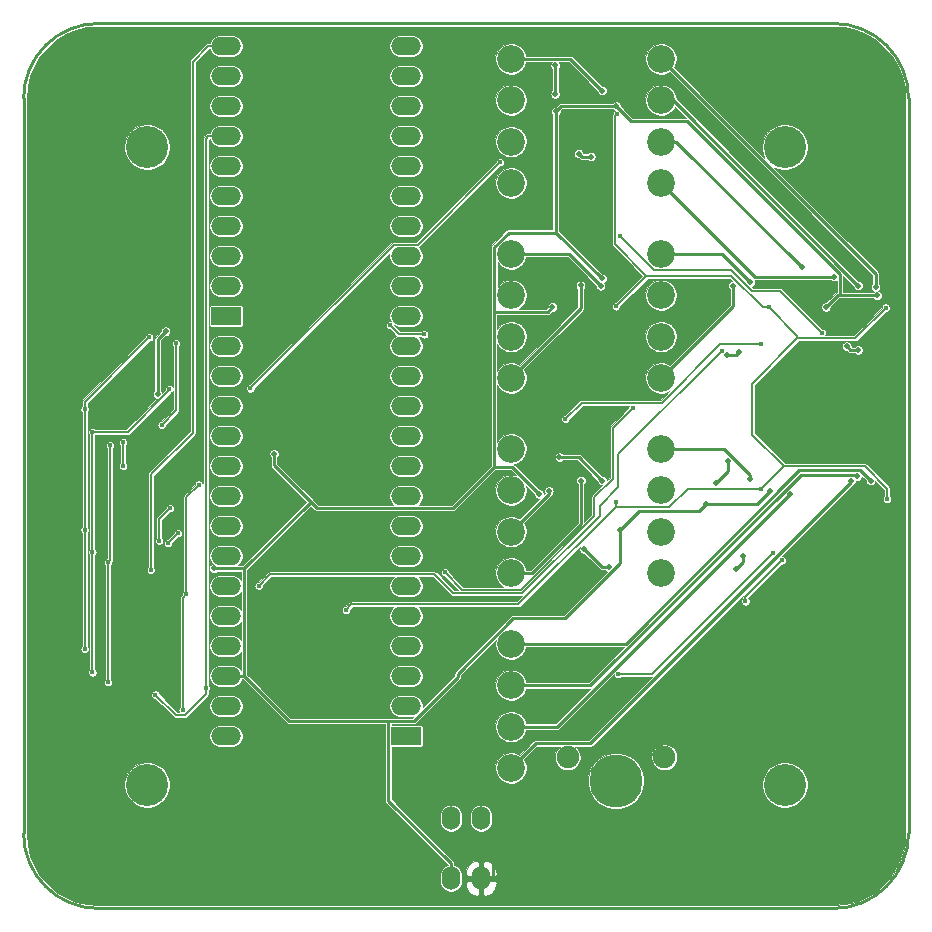
<source format=gbl>
G04 #@! TF.GenerationSoftware,KiCad,Pcbnew,6.0.0-rc1-unknown-4a641ec~66~ubuntu18.04.1*
G04 #@! TF.CreationDate,2019-02-05T16:16:11-05:00
G04 #@! TF.ProjectId,ethoscope_stepper_controller_3x3,6574686f-7363-46f7-9065-5f7374657070,1.1*
G04 #@! TF.SameCoordinates,Original*
G04 #@! TF.FileFunction,Copper,L2,Bot*
G04 #@! TF.FilePolarity,Positive*
%FSLAX46Y46*%
G04 Gerber Fmt 4.6, Leading zero omitted, Abs format (unit mm)*
G04 Created by KiCad (PCBNEW 6.0.0-rc1-unknown-4a641ec~66~ubuntu18.04.1) date 2019-02-05 16:16:11*
%MOMM*%
%LPD*%
G04 APERTURE LIST*
%ADD10C,0.228600*%
%ADD11C,2.340000*%
%ADD12C,1.900000*%
%ADD13C,4.500000*%
%ADD14O,2.540000X1.524000*%
%ADD15R,2.540000X1.524000*%
%ADD16C,3.556000*%
%ADD17O,1.524000X2.032000*%
%ADD18C,0.508000*%
%ADD19C,0.406400*%
%ADD20C,0.254000*%
%ADD21C,0.203200*%
%ADD22C,0.101600*%
G04 APERTURE END LIST*
D10*
X189865000Y-132715000D02*
X189865000Y-70485000D01*
X121285000Y-139065000D02*
X183515000Y-139065000D01*
X114935000Y-70485000D02*
X114935000Y-132715000D01*
X121285000Y-64135000D02*
X183515000Y-64135000D01*
X189865000Y-132715000D02*
G75*
G02X183515000Y-139065000I-6350000J0D01*
G01*
X121285000Y-139065000D02*
G75*
G02X114935000Y-132715000I0J6350000D01*
G01*
X183515000Y-64135000D02*
G75*
G02X189865000Y-70485000I0J-6350000D01*
G01*
X114935000Y-70485000D02*
G75*
G02X121285000Y-64135000I6350000J0D01*
G01*
D11*
X156210000Y-67140000D03*
X156210000Y-77640000D03*
X156210000Y-74140000D03*
X156210000Y-70640000D03*
X168910000Y-67140000D03*
X168910000Y-77640000D03*
X168910000Y-74140000D03*
X168910000Y-70640000D03*
X156210000Y-83650000D03*
X156210000Y-94150000D03*
X156210000Y-90650000D03*
X156210000Y-87150000D03*
X168910000Y-83650000D03*
X168910000Y-94150000D03*
X168910000Y-90650000D03*
X168910000Y-87150000D03*
X156210000Y-100160000D03*
X156210000Y-110660000D03*
X156210000Y-107160000D03*
X156210000Y-103660000D03*
X168910000Y-100160000D03*
X168910000Y-110660000D03*
X168910000Y-107160000D03*
X168910000Y-103660000D03*
X156210000Y-116670000D03*
X156210000Y-127170000D03*
X156210000Y-123670000D03*
X156210000Y-120170000D03*
D12*
X161000000Y-126270000D03*
X169200000Y-126270000D03*
D13*
X165100000Y-128270000D03*
D14*
X147320000Y-86360000D03*
X147320000Y-88900000D03*
D15*
X132080000Y-88900000D03*
D14*
X132080000Y-124460000D03*
X132080000Y-121920000D03*
X132080000Y-119380000D03*
X132080000Y-116840000D03*
X132080000Y-114300000D03*
X132080000Y-111760000D03*
X132080000Y-109220000D03*
X132080000Y-106680000D03*
X132080000Y-104140000D03*
X132080000Y-101600000D03*
X132080000Y-99060000D03*
X132080000Y-96520000D03*
X132080000Y-93980000D03*
X132080000Y-91440000D03*
X147320000Y-91440000D03*
X147320000Y-93980000D03*
X147320000Y-96520000D03*
X147320000Y-99060000D03*
X147320000Y-101600000D03*
X147320000Y-104140000D03*
X147320000Y-106680000D03*
X147320000Y-109220000D03*
X147320000Y-111760000D03*
X147320000Y-114300000D03*
X147320000Y-116840000D03*
X147320000Y-119380000D03*
X147320000Y-121920000D03*
D15*
X147320000Y-124460000D03*
D14*
X147320000Y-83820000D03*
X147320000Y-81280000D03*
X147320000Y-78740000D03*
X147320000Y-76200000D03*
X147320000Y-73660000D03*
X147320000Y-71120000D03*
X147320000Y-68580000D03*
X147320000Y-66040000D03*
X132080000Y-66040000D03*
X132080000Y-68580000D03*
X132080000Y-71120000D03*
X132080000Y-73660000D03*
X132080000Y-76200000D03*
X132080000Y-78740000D03*
X132080000Y-81280000D03*
X132080000Y-83820000D03*
X132080000Y-86360000D03*
D16*
X179388000Y-128588000D03*
X125412000Y-128588000D03*
X125412000Y-74612500D03*
X179388000Y-74612500D03*
D17*
X153670000Y-131445000D03*
X153670000Y-136525000D03*
X151130000Y-131445000D03*
X151130000Y-136525000D03*
D18*
X182857600Y-88150000D03*
X178164300Y-103710800D03*
X165456700Y-107007500D03*
X131027900Y-110276400D03*
X163930000Y-85723600D03*
X187200800Y-87168500D03*
X126297100Y-95511600D03*
X126962900Y-90196100D03*
X172679500Y-104855700D03*
X158592400Y-103983400D03*
X136156300Y-100570000D03*
X165116500Y-71140000D03*
X159997500Y-71588300D03*
X159710900Y-88150000D03*
X164451100Y-80710700D03*
X177099100Y-97185100D03*
X186320400Y-97512400D03*
X184882700Y-111751900D03*
X162284400Y-94615000D03*
X159930400Y-108031600D03*
X185105700Y-108174000D03*
X176701900Y-113494100D03*
X162360900Y-91474600D03*
D19*
X122080300Y-119912900D03*
X122235800Y-99864700D03*
X122080300Y-109756100D03*
X129764500Y-103183400D03*
X128396800Y-122280600D03*
X128703300Y-112472900D03*
X120759600Y-119076200D03*
X120759600Y-108893100D03*
X120759600Y-98728100D03*
X127270400Y-95065200D03*
D18*
X161931600Y-75160000D03*
X162966300Y-75403200D03*
X184630900Y-91464500D03*
X185601500Y-91780600D03*
X174510000Y-92165500D03*
X175492900Y-91929400D03*
X162402000Y-108652100D03*
X164465000Y-110156900D03*
X175215900Y-110350000D03*
X175839900Y-109240600D03*
D19*
X120104800Y-117090000D03*
X120104800Y-106989200D03*
X120104800Y-96814200D03*
X125579100Y-90709700D03*
D18*
X159948700Y-70102400D03*
X159948700Y-67680500D03*
D19*
X125704000Y-110400900D03*
D18*
X173539700Y-103036600D03*
X174540000Y-101175900D03*
D19*
X126100800Y-120954100D03*
X130345200Y-120378600D03*
D18*
X163920900Y-69825100D03*
X187083600Y-86446000D03*
X183575800Y-85571500D03*
X180829500Y-84765500D03*
X185601500Y-86333800D03*
X163799900Y-86341500D03*
X162094600Y-86317200D03*
X176483100Y-86041200D03*
X175010000Y-86340900D03*
X163920400Y-102845600D03*
X160297600Y-100856700D03*
X162137100Y-102852700D03*
X159405100Y-103726600D03*
X176426800Y-102689100D03*
X186656400Y-102841700D03*
X185012700Y-102851000D03*
X179795900Y-103973100D03*
X185520600Y-102451400D03*
D19*
X182532400Y-90341100D03*
X165392300Y-82122900D03*
X123373700Y-101600000D03*
X123373700Y-99588100D03*
X155266600Y-75890000D03*
X134147400Y-95041000D03*
X127847200Y-91223500D03*
X126619900Y-98116000D03*
X177353600Y-91296000D03*
X160810000Y-97616900D03*
X145964500Y-89685700D03*
X148862300Y-90462200D03*
X166492800Y-96726400D03*
X150603900Y-110611300D03*
X174052700Y-91832100D03*
X134833800Y-111744600D03*
X127338300Y-105181300D03*
X126426600Y-107930000D03*
X128008000Y-107299400D03*
X127164700Y-108142700D03*
X178422100Y-108978300D03*
X165279900Y-119227700D03*
X179151600Y-109593500D03*
X176059000Y-113067100D03*
X187930400Y-88199900D03*
X177392000Y-103516200D03*
X142248100Y-113782500D03*
X165076300Y-88085900D03*
X188028300Y-104385000D03*
X178015200Y-88170600D03*
X165159500Y-71819800D03*
X165086400Y-104660000D03*
D20*
X184073100Y-87110300D02*
X187142600Y-87110300D01*
X187142600Y-87110300D02*
X187200800Y-87168500D01*
X165116500Y-71140000D02*
X166366500Y-72390000D01*
X166366500Y-72390000D02*
X171077300Y-72390000D01*
X171077300Y-72390000D02*
X184073100Y-85385800D01*
X184073100Y-85385800D02*
X184073100Y-87110300D01*
X184073100Y-87110300D02*
X183897300Y-87110300D01*
X183897300Y-87110300D02*
X182857600Y-88150000D01*
X172679500Y-104855700D02*
X177019400Y-104855700D01*
X177019400Y-104855700D02*
X178164300Y-103710800D01*
X165456700Y-107007500D02*
X167054200Y-105410000D01*
X167054200Y-105410000D02*
X172125200Y-105410000D01*
X172125200Y-105410000D02*
X172679500Y-104855700D01*
X165456700Y-107007500D02*
X165456700Y-109848400D01*
X165456700Y-109848400D02*
X160794400Y-114510700D01*
X160794400Y-114510700D02*
X156390800Y-114510700D01*
X156390800Y-114510700D02*
X151689000Y-119212500D01*
X151689000Y-119212500D02*
X151689000Y-119460500D01*
X151689000Y-119460500D02*
X147959500Y-123190000D01*
X147959500Y-123190000D02*
X145818100Y-123190000D01*
X126962900Y-90196100D02*
X126297100Y-90861900D01*
X126297100Y-90861900D02*
X126297100Y-95511600D01*
X151130000Y-135255000D02*
X145818100Y-129943100D01*
X145818100Y-129943100D02*
X145818100Y-123190000D01*
X145818100Y-123190000D02*
X137414000Y-123190000D01*
X137414000Y-123190000D02*
X133604000Y-119380000D01*
X139240400Y-104640000D02*
X136156300Y-101556000D01*
X136156300Y-101556000D02*
X136156300Y-100570000D01*
X154759000Y-101692900D02*
X151307300Y-105144600D01*
X151307300Y-105144600D02*
X139744900Y-105144600D01*
X139744900Y-105144600D02*
X139240400Y-104640000D01*
X139240400Y-104640000D02*
X133604000Y-110276400D01*
X133604000Y-110276400D02*
X131027900Y-110276400D01*
X133604000Y-110276400D02*
X133604000Y-119380000D01*
X132080000Y-119380000D02*
X133604000Y-119380000D01*
X159997500Y-81845000D02*
X160051400Y-81845000D01*
X160051400Y-81845000D02*
X163930000Y-85723600D01*
X154811200Y-88558700D02*
X154785500Y-88533000D01*
X154785500Y-88533000D02*
X154785500Y-83061300D01*
X154785500Y-83061300D02*
X156001800Y-81845000D01*
X156001800Y-81845000D02*
X159997500Y-81845000D01*
X159997500Y-81845000D02*
X159997500Y-71588300D01*
X154811200Y-88558700D02*
X159302200Y-88558700D01*
X159302200Y-88558700D02*
X159710900Y-88150000D01*
X154759000Y-101692900D02*
X156301900Y-101692900D01*
X156301900Y-101692900D02*
X158592400Y-103983400D01*
X154759000Y-101692900D02*
X154759000Y-88610900D01*
X154759000Y-88610900D02*
X154811200Y-88558700D01*
X151130000Y-136525000D02*
X151130000Y-135255000D01*
X159997500Y-71588300D02*
X160445800Y-71140000D01*
X160445800Y-71140000D02*
X165116500Y-71140000D01*
X186320400Y-97512400D02*
X188462500Y-99654500D01*
X188462500Y-99654500D02*
X188462500Y-104817200D01*
X188462500Y-104817200D02*
X185105700Y-108174000D01*
X177099100Y-97185100D02*
X177426400Y-97512400D01*
X177426400Y-97512400D02*
X186320400Y-97512400D01*
X162360900Y-91474600D02*
X164451100Y-89384400D01*
X164451100Y-89384400D02*
X164451100Y-80710700D01*
X162284400Y-94615000D02*
X162284400Y-91551100D01*
X162284400Y-91551100D02*
X162360900Y-91474600D01*
X184882700Y-111751900D02*
X184882700Y-108397000D01*
X184882700Y-108397000D02*
X185105700Y-108174000D01*
X176701900Y-113494100D02*
X178444100Y-111751900D01*
X178444100Y-111751900D02*
X184882700Y-111751900D01*
X154686000Y-136525000D02*
X154686000Y-135178200D01*
X154686000Y-135178200D02*
X176370100Y-113494100D01*
X176370100Y-113494100D02*
X176701900Y-113494100D01*
X162284400Y-94615000D02*
X159795600Y-97103800D01*
X159795600Y-97103800D02*
X159795600Y-101268800D01*
X159795600Y-101268800D02*
X159930400Y-101403600D01*
X159930400Y-101403600D02*
X159930400Y-108031600D01*
X153670000Y-136525000D02*
X154686000Y-136525000D01*
D21*
X122080300Y-109756100D02*
X122080300Y-119912900D01*
X122235800Y-99864700D02*
X122235700Y-99864700D01*
X122235700Y-99864700D02*
X122235700Y-109600700D01*
X122235700Y-109600700D02*
X122080300Y-109756100D01*
X128703300Y-112472900D02*
X128703300Y-104244600D01*
X128703300Y-104244600D02*
X129764500Y-103183400D01*
X128703300Y-112472900D02*
X128396800Y-112779400D01*
X128396800Y-112779400D02*
X128396800Y-122280600D01*
X120759600Y-108893100D02*
X120759600Y-119076200D01*
X127270400Y-95065200D02*
X127270400Y-95209100D01*
X127270400Y-95209100D02*
X123751400Y-98728100D01*
X123751400Y-98728100D02*
X120759600Y-98728100D01*
X120759600Y-98728100D02*
X120759600Y-108893100D01*
D20*
X162966300Y-75403200D02*
X162174800Y-75403200D01*
X162174800Y-75403200D02*
X161931600Y-75160000D01*
X185601500Y-91780600D02*
X184947000Y-91780600D01*
X184947000Y-91780600D02*
X184630900Y-91464500D01*
X175492900Y-91929400D02*
X175256800Y-92165500D01*
X175256800Y-92165500D02*
X174510000Y-92165500D01*
X164465000Y-110156900D02*
X163906800Y-110156900D01*
X163906800Y-110156900D02*
X162402000Y-108652100D01*
X175839900Y-109240600D02*
X175839900Y-109726000D01*
X175839900Y-109726000D02*
X175215900Y-110350000D01*
D21*
X120104800Y-106989200D02*
X120104800Y-117090000D01*
X120104800Y-96814200D02*
X120104800Y-106989200D01*
X125579100Y-90709700D02*
X120104800Y-96184000D01*
X120104800Y-96184000D02*
X120104800Y-96814200D01*
D20*
X159948700Y-67680500D02*
X159948700Y-70102400D01*
D21*
X132080000Y-66040000D02*
X130581400Y-66040000D01*
X130581400Y-66040000D02*
X129255000Y-67366400D01*
X129255000Y-67366400D02*
X129255000Y-98771600D01*
X129255000Y-98771600D02*
X125704000Y-102322600D01*
X125704000Y-102322600D02*
X125704000Y-110400900D01*
D20*
X173539700Y-103036600D02*
X174540000Y-102036300D01*
X174540000Y-102036300D02*
X174540000Y-101175900D01*
D21*
X130581400Y-73660000D02*
X130345200Y-73896200D01*
X130345200Y-73896200D02*
X130345200Y-120378600D01*
X130345200Y-120378600D02*
X130345200Y-120916700D01*
X130345200Y-120916700D02*
X128574500Y-122687400D01*
X128574500Y-122687400D02*
X127834100Y-122687400D01*
X127834100Y-122687400D02*
X126100800Y-120954100D01*
X132080000Y-73660000D02*
X130581400Y-73660000D01*
D20*
X156210000Y-67140000D02*
X161235800Y-67140000D01*
X161235800Y-67140000D02*
X163920900Y-69825100D01*
X168910000Y-67140000D02*
X187083600Y-85313600D01*
X187083600Y-85313600D02*
X187083600Y-86446000D01*
X183575800Y-85571500D02*
X176841500Y-85571500D01*
X176841500Y-85571500D02*
X168910000Y-77640000D01*
X168910000Y-74140000D02*
X170204000Y-74140000D01*
X170204000Y-74140000D02*
X180829500Y-84765500D01*
X168910000Y-70640000D02*
X169907700Y-70640000D01*
X169907700Y-70640000D02*
X185601500Y-86333800D01*
X156210000Y-83650000D02*
X161108400Y-83650000D01*
X161108400Y-83650000D02*
X163799900Y-86341500D01*
X156210000Y-94150000D02*
X162094600Y-88265400D01*
X162094600Y-88265400D02*
X162094600Y-86317200D01*
X168910000Y-83650000D02*
X174091900Y-83650000D01*
X174091900Y-83650000D02*
X176483100Y-86041200D01*
X175010000Y-86340900D02*
X175010000Y-88050000D01*
X175010000Y-88050000D02*
X168910000Y-94150000D01*
X160297600Y-100856700D02*
X161931500Y-100856700D01*
X161931500Y-100856700D02*
X163920400Y-102845600D01*
X156210000Y-110660000D02*
X157985000Y-110660000D01*
X157985000Y-110660000D02*
X162137100Y-106507900D01*
X162137100Y-106507900D02*
X162137100Y-102852700D01*
X156210000Y-107160000D02*
X159405100Y-103964900D01*
X159405100Y-103964900D02*
X159405100Y-103726600D01*
X168910000Y-100160000D02*
X174230500Y-100160000D01*
X174230500Y-100160000D02*
X176426800Y-102356300D01*
X176426800Y-102356300D02*
X176426800Y-102689100D01*
X156210000Y-116670000D02*
X165903700Y-116670000D01*
X165903700Y-116670000D02*
X180612200Y-101961500D01*
X180612200Y-101961500D02*
X185776200Y-101961500D01*
X185776200Y-101961500D02*
X186656400Y-102841700D01*
X156210000Y-127170000D02*
X158289000Y-125091000D01*
X158289000Y-125091000D02*
X162920500Y-125091000D01*
X162920500Y-125091000D02*
X185012700Y-102998800D01*
X185012700Y-102998800D02*
X185012700Y-102851000D01*
X156210000Y-123670000D02*
X160099000Y-123670000D01*
X160099000Y-123670000D02*
X179795900Y-103973100D01*
X156210000Y-120170000D02*
X162907100Y-120170000D01*
X162907100Y-120170000D02*
X180737500Y-102339600D01*
X180737500Y-102339600D02*
X185408800Y-102339600D01*
X185408800Y-102339600D02*
X185520600Y-102451400D01*
D21*
X182532400Y-90341100D02*
X178995800Y-86804500D01*
X178995800Y-86804500D02*
X176577700Y-86804500D01*
X176577700Y-86804500D02*
X174796800Y-85023600D01*
X174796800Y-85023600D02*
X168293000Y-85023600D01*
X168293000Y-85023600D02*
X165392300Y-82122900D01*
X123373700Y-99588100D02*
X123373700Y-101600000D01*
X155266600Y-75890000D02*
X148302200Y-82854400D01*
X148302200Y-82854400D02*
X146334000Y-82854400D01*
X146334000Y-82854400D02*
X134147400Y-95041000D01*
X127847200Y-91223500D02*
X127847200Y-96888700D01*
X127847200Y-96888700D02*
X126619900Y-98116000D01*
X160810000Y-97616900D02*
X162182900Y-96244000D01*
X162182900Y-96244000D02*
X168989200Y-96244000D01*
X168989200Y-96244000D02*
X173937200Y-91296000D01*
X173937200Y-91296000D02*
X177353600Y-91296000D01*
X148862300Y-90462200D02*
X146741000Y-90462200D01*
X146741000Y-90462200D02*
X145964500Y-89685700D01*
X150603900Y-110611300D02*
X152056500Y-112063900D01*
X152056500Y-112063900D02*
X157048600Y-112063900D01*
X157048600Y-112063900D02*
X163247100Y-105865400D01*
X163247100Y-105865400D02*
X163247100Y-104255100D01*
X163247100Y-104255100D02*
X164803300Y-102698900D01*
X164803300Y-102698900D02*
X164803300Y-98415900D01*
X164803300Y-98415900D02*
X166492800Y-96726400D01*
X134833800Y-111744600D02*
X135805400Y-110773000D01*
X135805400Y-110773000D02*
X149714600Y-110773000D01*
X149714600Y-110773000D02*
X151314900Y-112373300D01*
X151314900Y-112373300D02*
X157170800Y-112373300D01*
X157170800Y-112373300D02*
X163704700Y-105839400D01*
X163704700Y-105839400D02*
X163704700Y-104963500D01*
X163704700Y-104963500D02*
X165268100Y-103400100D01*
X165268100Y-103400100D02*
X165268100Y-100616700D01*
X165268100Y-100616700D02*
X174052700Y-91832100D01*
X126426600Y-107930000D02*
X126426600Y-106093000D01*
X126426600Y-106093000D02*
X127338300Y-105181300D01*
X127164700Y-108142700D02*
X128008000Y-107299400D01*
X165279900Y-119227700D02*
X168172700Y-119227700D01*
X168172700Y-119227700D02*
X178422100Y-108978300D01*
X176059000Y-113067100D02*
X176059000Y-112686100D01*
X176059000Y-112686100D02*
X179151600Y-109593500D01*
X180454900Y-90808600D02*
X180454900Y-90610300D01*
X180454900Y-90610300D02*
X178015200Y-88170600D01*
X179281700Y-101626500D02*
X176607200Y-98952000D01*
X176607200Y-98952000D02*
X176607200Y-94656300D01*
X176607200Y-94656300D02*
X180454900Y-90808600D01*
X180454900Y-90808600D02*
X185321700Y-90808600D01*
X185321700Y-90808600D02*
X187930400Y-88199900D01*
X179281700Y-101626500D02*
X177392000Y-103516200D01*
X188028300Y-104385000D02*
X188028300Y-103513700D01*
X188028300Y-103513700D02*
X186141100Y-101626500D01*
X186141100Y-101626500D02*
X179281700Y-101626500D01*
X165086400Y-105056500D02*
X156813300Y-113329600D01*
X156813300Y-113329600D02*
X142701000Y-113329600D01*
X142701000Y-113329600D02*
X142248100Y-113782500D01*
X165086400Y-104660000D02*
X165086400Y-105056500D01*
X165086400Y-105056500D02*
X169625200Y-105056500D01*
X169625200Y-105056500D02*
X171165500Y-103516200D01*
X171165500Y-103516200D02*
X177392000Y-103516200D01*
X167661300Y-85500900D02*
X174842400Y-85500900D01*
X174842400Y-85500900D02*
X177512100Y-88170600D01*
X177512100Y-88170600D02*
X178015200Y-88170600D01*
X165159500Y-71819800D02*
X164985600Y-71993700D01*
X164985600Y-71993700D02*
X164985600Y-82825200D01*
X164985600Y-82825200D02*
X167661300Y-85500900D01*
X167661300Y-85500900D02*
X165076300Y-88085900D01*
D22*
G36*
X184466510Y-64477410D02*
G01*
X185394585Y-64700221D01*
X186276390Y-65065477D01*
X187090188Y-65564173D01*
X187815960Y-66184040D01*
X188435827Y-66909812D01*
X188934524Y-67723613D01*
X189299779Y-68605415D01*
X189522590Y-69533489D01*
X189598301Y-70495493D01*
X189598300Y-132704520D01*
X189522590Y-133666511D01*
X189299779Y-134594585D01*
X188934524Y-135476387D01*
X188435827Y-136290188D01*
X187815960Y-137015960D01*
X187090188Y-137635827D01*
X186276390Y-138134523D01*
X185394585Y-138499779D01*
X184466510Y-138722590D01*
X183504520Y-138798300D01*
X121295480Y-138798300D01*
X120333489Y-138722590D01*
X119405415Y-138499779D01*
X118523613Y-138134524D01*
X117709812Y-137635827D01*
X116984040Y-137015960D01*
X116364173Y-136290188D01*
X115865477Y-135476390D01*
X115500221Y-134594585D01*
X115277410Y-133666510D01*
X115201700Y-132704520D01*
X115201700Y-128397872D01*
X123481600Y-128397872D01*
X123481600Y-128778128D01*
X123555785Y-129151077D01*
X123701302Y-129502387D01*
X123912561Y-129818558D01*
X124181442Y-130087439D01*
X124497613Y-130298698D01*
X124848923Y-130444215D01*
X125221872Y-130518400D01*
X125602128Y-130518400D01*
X125975077Y-130444215D01*
X126326387Y-130298698D01*
X126642558Y-130087439D01*
X126911439Y-129818558D01*
X127122698Y-129502387D01*
X127268215Y-129151077D01*
X127342400Y-128778128D01*
X127342400Y-128397872D01*
X127268215Y-128024923D01*
X127122698Y-127673613D01*
X126911439Y-127357442D01*
X126642558Y-127088561D01*
X126326387Y-126877302D01*
X125975077Y-126731785D01*
X125602128Y-126657600D01*
X125221872Y-126657600D01*
X124848923Y-126731785D01*
X124497613Y-126877302D01*
X124181442Y-127088561D01*
X123912561Y-127357442D01*
X123701302Y-127673613D01*
X123555785Y-128024923D01*
X123481600Y-128397872D01*
X115201700Y-128397872D01*
X115201700Y-124460000D01*
X130653176Y-124460000D01*
X130670831Y-124639254D01*
X130723117Y-124811619D01*
X130808026Y-124970471D01*
X130922293Y-125109707D01*
X131061529Y-125223974D01*
X131220381Y-125308883D01*
X131392746Y-125361169D01*
X131527082Y-125374400D01*
X132632918Y-125374400D01*
X132767254Y-125361169D01*
X132939619Y-125308883D01*
X133098471Y-125223974D01*
X133237707Y-125109707D01*
X133351974Y-124970471D01*
X133436883Y-124811619D01*
X133489169Y-124639254D01*
X133506824Y-124460000D01*
X133489169Y-124280746D01*
X133436883Y-124108381D01*
X133351974Y-123949529D01*
X133237707Y-123810293D01*
X133098471Y-123696026D01*
X132939619Y-123611117D01*
X132767254Y-123558831D01*
X132632918Y-123545600D01*
X131527082Y-123545600D01*
X131392746Y-123558831D01*
X131220381Y-123611117D01*
X131061529Y-123696026D01*
X130922293Y-123810293D01*
X130808026Y-123949529D01*
X130723117Y-124108381D01*
X130670831Y-124280746D01*
X130653176Y-124460000D01*
X115201700Y-124460000D01*
X115201700Y-120919076D01*
X125745200Y-120919076D01*
X125745200Y-120989124D01*
X125758865Y-121057825D01*
X125785671Y-121122540D01*
X125824587Y-121180782D01*
X125874118Y-121230313D01*
X125932360Y-121269229D01*
X125997075Y-121296035D01*
X126065776Y-121309700D01*
X126097190Y-121309700D01*
X127645681Y-122858191D01*
X127653627Y-122867873D01*
X127663309Y-122875819D01*
X127663311Y-122875821D01*
X127692302Y-122899614D01*
X127720421Y-122914644D01*
X127736428Y-122923200D01*
X127784307Y-122937724D01*
X127821631Y-122941400D01*
X127821641Y-122941400D01*
X127834099Y-122942627D01*
X127846557Y-122941400D01*
X128562042Y-122941400D01*
X128574500Y-122942627D01*
X128586958Y-122941400D01*
X128586969Y-122941400D01*
X128624293Y-122937724D01*
X128672172Y-122923200D01*
X128716297Y-122899614D01*
X128732823Y-122886051D01*
X128745288Y-122875822D01*
X128745291Y-122875819D01*
X128754973Y-122867873D01*
X128762919Y-122858192D01*
X129701111Y-121920000D01*
X130653176Y-121920000D01*
X130670831Y-122099254D01*
X130723117Y-122271619D01*
X130808026Y-122430471D01*
X130922293Y-122569707D01*
X131061529Y-122683974D01*
X131220381Y-122768883D01*
X131392746Y-122821169D01*
X131527082Y-122834400D01*
X132632918Y-122834400D01*
X132767254Y-122821169D01*
X132939619Y-122768883D01*
X133098471Y-122683974D01*
X133237707Y-122569707D01*
X133351974Y-122430471D01*
X133436883Y-122271619D01*
X133489169Y-122099254D01*
X133506824Y-121920000D01*
X133489169Y-121740746D01*
X133436883Y-121568381D01*
X133351974Y-121409529D01*
X133237707Y-121270293D01*
X133098471Y-121156026D01*
X132939619Y-121071117D01*
X132767254Y-121018831D01*
X132632918Y-121005600D01*
X131527082Y-121005600D01*
X131392746Y-121018831D01*
X131220381Y-121071117D01*
X131061529Y-121156026D01*
X130922293Y-121270293D01*
X130808026Y-121409529D01*
X130723117Y-121568381D01*
X130670831Y-121740746D01*
X130653176Y-121920000D01*
X129701111Y-121920000D01*
X130515997Y-121105114D01*
X130525673Y-121097173D01*
X130533614Y-121087497D01*
X130533622Y-121087489D01*
X130557414Y-121058497D01*
X130581000Y-121014372D01*
X130584179Y-121003892D01*
X130595524Y-120966493D01*
X130599200Y-120929169D01*
X130599200Y-120929158D01*
X130600427Y-120916700D01*
X130599200Y-120904242D01*
X130599200Y-120627495D01*
X130621413Y-120605282D01*
X130660329Y-120547040D01*
X130687135Y-120482325D01*
X130700800Y-120413624D01*
X130700800Y-120343576D01*
X130687135Y-120274875D01*
X130660329Y-120210160D01*
X130621413Y-120151918D01*
X130599200Y-120129705D01*
X130599200Y-110236373D01*
X130621500Y-110236373D01*
X130621500Y-110316427D01*
X130637118Y-110394942D01*
X130667753Y-110468902D01*
X130712229Y-110535465D01*
X130768835Y-110592071D01*
X130835398Y-110636547D01*
X130909358Y-110667182D01*
X130987873Y-110682800D01*
X131067927Y-110682800D01*
X131146442Y-110667182D01*
X131220402Y-110636547D01*
X131286965Y-110592071D01*
X131323236Y-110555800D01*
X133324600Y-110555800D01*
X133324600Y-111216174D01*
X133237707Y-111110293D01*
X133098471Y-110996026D01*
X132939619Y-110911117D01*
X132767254Y-110858831D01*
X132632918Y-110845600D01*
X131527082Y-110845600D01*
X131392746Y-110858831D01*
X131220381Y-110911117D01*
X131061529Y-110996026D01*
X130922293Y-111110293D01*
X130808026Y-111249529D01*
X130723117Y-111408381D01*
X130670831Y-111580746D01*
X130653176Y-111760000D01*
X130670831Y-111939254D01*
X130723117Y-112111619D01*
X130808026Y-112270471D01*
X130922293Y-112409707D01*
X131061529Y-112523974D01*
X131220381Y-112608883D01*
X131392746Y-112661169D01*
X131527082Y-112674400D01*
X132632918Y-112674400D01*
X132767254Y-112661169D01*
X132939619Y-112608883D01*
X133098471Y-112523974D01*
X133237707Y-112409707D01*
X133324600Y-112303826D01*
X133324600Y-113756174D01*
X133237707Y-113650293D01*
X133098471Y-113536026D01*
X132939619Y-113451117D01*
X132767254Y-113398831D01*
X132632918Y-113385600D01*
X131527082Y-113385600D01*
X131392746Y-113398831D01*
X131220381Y-113451117D01*
X131061529Y-113536026D01*
X130922293Y-113650293D01*
X130808026Y-113789529D01*
X130723117Y-113948381D01*
X130670831Y-114120746D01*
X130653176Y-114300000D01*
X130670831Y-114479254D01*
X130723117Y-114651619D01*
X130808026Y-114810471D01*
X130922293Y-114949707D01*
X131061529Y-115063974D01*
X131220381Y-115148883D01*
X131392746Y-115201169D01*
X131527082Y-115214400D01*
X132632918Y-115214400D01*
X132767254Y-115201169D01*
X132939619Y-115148883D01*
X133098471Y-115063974D01*
X133237707Y-114949707D01*
X133324601Y-114843826D01*
X133324601Y-116296174D01*
X133237707Y-116190293D01*
X133098471Y-116076026D01*
X132939619Y-115991117D01*
X132767254Y-115938831D01*
X132632918Y-115925600D01*
X131527082Y-115925600D01*
X131392746Y-115938831D01*
X131220381Y-115991117D01*
X131061529Y-116076026D01*
X130922293Y-116190293D01*
X130808026Y-116329529D01*
X130723117Y-116488381D01*
X130670831Y-116660746D01*
X130653176Y-116840000D01*
X130670831Y-117019254D01*
X130723117Y-117191619D01*
X130808026Y-117350471D01*
X130922293Y-117489707D01*
X131061529Y-117603974D01*
X131220381Y-117688883D01*
X131392746Y-117741169D01*
X131527082Y-117754400D01*
X132632918Y-117754400D01*
X132767254Y-117741169D01*
X132939619Y-117688883D01*
X133098471Y-117603974D01*
X133237707Y-117489707D01*
X133324601Y-117383826D01*
X133324601Y-118836175D01*
X133237707Y-118730293D01*
X133098471Y-118616026D01*
X132939619Y-118531117D01*
X132767254Y-118478831D01*
X132632918Y-118465600D01*
X131527082Y-118465600D01*
X131392746Y-118478831D01*
X131220381Y-118531117D01*
X131061529Y-118616026D01*
X130922293Y-118730293D01*
X130808026Y-118869529D01*
X130723117Y-119028381D01*
X130670831Y-119200746D01*
X130653176Y-119380000D01*
X130670831Y-119559254D01*
X130723117Y-119731619D01*
X130808026Y-119890471D01*
X130922293Y-120029707D01*
X131061529Y-120143974D01*
X131220381Y-120228883D01*
X131392746Y-120281169D01*
X131527082Y-120294400D01*
X132632918Y-120294400D01*
X132767254Y-120281169D01*
X132939619Y-120228883D01*
X133098471Y-120143974D01*
X133237707Y-120029707D01*
X133351974Y-119890471D01*
X133436883Y-119731619D01*
X133458790Y-119659400D01*
X133488270Y-119659400D01*
X137206733Y-123377864D01*
X137215479Y-123388521D01*
X137258023Y-123423436D01*
X137306561Y-123449380D01*
X137359228Y-123465356D01*
X137414000Y-123470751D01*
X137427716Y-123469400D01*
X145538701Y-123469400D01*
X145538700Y-129929384D01*
X145537349Y-129943100D01*
X145538700Y-129956815D01*
X145542744Y-129997871D01*
X145558720Y-130050538D01*
X145584664Y-130099077D01*
X145619579Y-130141621D01*
X145630241Y-130150371D01*
X150850601Y-135370732D01*
X150850601Y-135400210D01*
X150778382Y-135422117D01*
X150619530Y-135507026D01*
X150480294Y-135621293D01*
X150366027Y-135760529D01*
X150281117Y-135919381D01*
X150228831Y-136091746D01*
X150215600Y-136226082D01*
X150215600Y-136823917D01*
X150228831Y-136958253D01*
X150281117Y-137130618D01*
X150366026Y-137289470D01*
X150480293Y-137428707D01*
X150619529Y-137542974D01*
X150778381Y-137627883D01*
X150950746Y-137680169D01*
X151130000Y-137697824D01*
X151309253Y-137680169D01*
X151481618Y-137627883D01*
X151640470Y-137542974D01*
X151779707Y-137428707D01*
X151893974Y-137289471D01*
X151978883Y-137130619D01*
X152031169Y-136958254D01*
X152033355Y-136936054D01*
X152353662Y-136936054D01*
X152409595Y-137189841D01*
X152513964Y-137427840D01*
X152662759Y-137640904D01*
X152850262Y-137820846D01*
X153069267Y-137960750D01*
X153265143Y-138036221D01*
X153466800Y-137942489D01*
X153466800Y-136728200D01*
X153873200Y-136728200D01*
X153873200Y-137942489D01*
X154074857Y-138036221D01*
X154270733Y-137960750D01*
X154489738Y-137820846D01*
X154677241Y-137640904D01*
X154826036Y-137427840D01*
X154930405Y-137189841D01*
X154986338Y-136936054D01*
X154855000Y-136728200D01*
X153873200Y-136728200D01*
X153466800Y-136728200D01*
X152485000Y-136728200D01*
X152353662Y-136936054D01*
X152033355Y-136936054D01*
X152044400Y-136823918D01*
X152044400Y-136226082D01*
X152033356Y-136113946D01*
X152353662Y-136113946D01*
X152485000Y-136321800D01*
X153466800Y-136321800D01*
X153466800Y-135107511D01*
X153873200Y-135107511D01*
X153873200Y-136321800D01*
X154855000Y-136321800D01*
X154986338Y-136113946D01*
X154930405Y-135860159D01*
X154826036Y-135622160D01*
X154677241Y-135409096D01*
X154489738Y-135229154D01*
X154270733Y-135089250D01*
X154074857Y-135013779D01*
X153873200Y-135107511D01*
X153466800Y-135107511D01*
X153265143Y-135013779D01*
X153069267Y-135089250D01*
X152850262Y-135229154D01*
X152662759Y-135409096D01*
X152513964Y-135622160D01*
X152409595Y-135860159D01*
X152353662Y-136113946D01*
X152033356Y-136113946D01*
X152031169Y-136091746D01*
X151978883Y-135919381D01*
X151893974Y-135760529D01*
X151779707Y-135621293D01*
X151640471Y-135507026D01*
X151481619Y-135422117D01*
X151409400Y-135400210D01*
X151409400Y-135268715D01*
X151410751Y-135254999D01*
X151405356Y-135200228D01*
X151389380Y-135147561D01*
X151363436Y-135099023D01*
X151328521Y-135056479D01*
X151317864Y-135047733D01*
X147416213Y-131146082D01*
X150215600Y-131146082D01*
X150215600Y-131743917D01*
X150228831Y-131878253D01*
X150281117Y-132050618D01*
X150366026Y-132209470D01*
X150480293Y-132348707D01*
X150619529Y-132462974D01*
X150778381Y-132547883D01*
X150950746Y-132600169D01*
X151130000Y-132617824D01*
X151309253Y-132600169D01*
X151481618Y-132547883D01*
X151640470Y-132462974D01*
X151779707Y-132348707D01*
X151893974Y-132209471D01*
X151978883Y-132050619D01*
X152031169Y-131878254D01*
X152044400Y-131743918D01*
X152044400Y-131146082D01*
X152755600Y-131146082D01*
X152755600Y-131743917D01*
X152768831Y-131878253D01*
X152821117Y-132050618D01*
X152906026Y-132209470D01*
X153020293Y-132348707D01*
X153159529Y-132462974D01*
X153318381Y-132547883D01*
X153490746Y-132600169D01*
X153670000Y-132617824D01*
X153849253Y-132600169D01*
X154021618Y-132547883D01*
X154180470Y-132462974D01*
X154319707Y-132348707D01*
X154433974Y-132209471D01*
X154518883Y-132050619D01*
X154571169Y-131878254D01*
X154584400Y-131743918D01*
X154584400Y-131146082D01*
X154571169Y-131011746D01*
X154518883Y-130839381D01*
X154433974Y-130680529D01*
X154319707Y-130541293D01*
X154180471Y-130427026D01*
X154021619Y-130342117D01*
X153849254Y-130289831D01*
X153670000Y-130272176D01*
X153490747Y-130289831D01*
X153318382Y-130342117D01*
X153159530Y-130427026D01*
X153020294Y-130541293D01*
X152906027Y-130680529D01*
X152821117Y-130839381D01*
X152768831Y-131011746D01*
X152755600Y-131146082D01*
X152044400Y-131146082D01*
X152031169Y-131011746D01*
X151978883Y-130839381D01*
X151893974Y-130680529D01*
X151779707Y-130541293D01*
X151640471Y-130427026D01*
X151481619Y-130342117D01*
X151309254Y-130289831D01*
X151130000Y-130272176D01*
X150950747Y-130289831D01*
X150778382Y-130342117D01*
X150619530Y-130427026D01*
X150480294Y-130541293D01*
X150366027Y-130680529D01*
X150281117Y-130839381D01*
X150228831Y-131011746D01*
X150215600Y-131146082D01*
X147416213Y-131146082D01*
X146097500Y-129827370D01*
X146097500Y-125375137D01*
X148590000Y-125375137D01*
X148619876Y-125372195D01*
X148648603Y-125363480D01*
X148675078Y-125349329D01*
X148698284Y-125330284D01*
X148717329Y-125307078D01*
X148731480Y-125280603D01*
X148740195Y-125251876D01*
X148743137Y-125222000D01*
X148743137Y-123698000D01*
X148740195Y-123668124D01*
X148731480Y-123639397D01*
X148717329Y-123612922D01*
X148698284Y-123589716D01*
X148675078Y-123570671D01*
X148648603Y-123556520D01*
X148619876Y-123547805D01*
X148590000Y-123544863D01*
X146097500Y-123544863D01*
X146097500Y-123469400D01*
X147945784Y-123469400D01*
X147959500Y-123470751D01*
X147973216Y-123469400D01*
X148014272Y-123465356D01*
X148066939Y-123449380D01*
X148115477Y-123423436D01*
X148158021Y-123388521D01*
X148166771Y-123377859D01*
X151876864Y-119667767D01*
X151887521Y-119659021D01*
X151922436Y-119616477D01*
X151948380Y-119567939D01*
X151964356Y-119515272D01*
X151968400Y-119474215D01*
X151968400Y-119474209D01*
X151969750Y-119460501D01*
X151968400Y-119446793D01*
X151968400Y-119328230D01*
X154920059Y-116376572D01*
X154887600Y-116539755D01*
X154887600Y-116800245D01*
X154938419Y-117055730D01*
X155038104Y-117296392D01*
X155182824Y-117512981D01*
X155367019Y-117697176D01*
X155583608Y-117841896D01*
X155824270Y-117941581D01*
X156079755Y-117992400D01*
X156340245Y-117992400D01*
X156595730Y-117941581D01*
X156836392Y-117841896D01*
X157052981Y-117697176D01*
X157237176Y-117512981D01*
X157381896Y-117296392D01*
X157481581Y-117055730D01*
X157502731Y-116949400D01*
X165732570Y-116949400D01*
X162791370Y-119890600D01*
X157502731Y-119890600D01*
X157481581Y-119784270D01*
X157381896Y-119543608D01*
X157237176Y-119327019D01*
X157052981Y-119142824D01*
X156836392Y-118998104D01*
X156595730Y-118898419D01*
X156340245Y-118847600D01*
X156079755Y-118847600D01*
X155824270Y-118898419D01*
X155583608Y-118998104D01*
X155367019Y-119142824D01*
X155182824Y-119327019D01*
X155038104Y-119543608D01*
X154938419Y-119784270D01*
X154887600Y-120039755D01*
X154887600Y-120300245D01*
X154938419Y-120555730D01*
X155038104Y-120796392D01*
X155182824Y-121012981D01*
X155367019Y-121197176D01*
X155583608Y-121341896D01*
X155824270Y-121441581D01*
X156079755Y-121492400D01*
X156340245Y-121492400D01*
X156595730Y-121441581D01*
X156836392Y-121341896D01*
X157052981Y-121197176D01*
X157237176Y-121012981D01*
X157381896Y-120796392D01*
X157481581Y-120555730D01*
X157502731Y-120449400D01*
X162893384Y-120449400D01*
X162907100Y-120450751D01*
X162920816Y-120449400D01*
X162924869Y-120449001D01*
X159983270Y-123390600D01*
X157502731Y-123390600D01*
X157481581Y-123284270D01*
X157381896Y-123043608D01*
X157237176Y-122827019D01*
X157052981Y-122642824D01*
X156836392Y-122498104D01*
X156595730Y-122398419D01*
X156340245Y-122347600D01*
X156079755Y-122347600D01*
X155824270Y-122398419D01*
X155583608Y-122498104D01*
X155367019Y-122642824D01*
X155182824Y-122827019D01*
X155038104Y-123043608D01*
X154938419Y-123284270D01*
X154887600Y-123539755D01*
X154887600Y-123800245D01*
X154938419Y-124055730D01*
X155038104Y-124296392D01*
X155182824Y-124512981D01*
X155367019Y-124697176D01*
X155583608Y-124841896D01*
X155824270Y-124941581D01*
X156079755Y-124992400D01*
X156340245Y-124992400D01*
X156595730Y-124941581D01*
X156836392Y-124841896D01*
X157052981Y-124697176D01*
X157237176Y-124512981D01*
X157381896Y-124296392D01*
X157481581Y-124055730D01*
X157502731Y-123949400D01*
X160085284Y-123949400D01*
X160099000Y-123950751D01*
X160112716Y-123949400D01*
X160153772Y-123945356D01*
X160206439Y-123929380D01*
X160254977Y-123903436D01*
X160297521Y-123868521D01*
X160306271Y-123857859D01*
X164924300Y-119239830D01*
X164924300Y-119262724D01*
X164937965Y-119331425D01*
X164964771Y-119396140D01*
X165003687Y-119454382D01*
X165053218Y-119503913D01*
X165111460Y-119542829D01*
X165176175Y-119569635D01*
X165244876Y-119583300D01*
X165314924Y-119583300D01*
X165383625Y-119569635D01*
X165448340Y-119542829D01*
X165506582Y-119503913D01*
X165528795Y-119481700D01*
X168134670Y-119481700D01*
X162804770Y-124811600D01*
X158302716Y-124811600D01*
X158289000Y-124810249D01*
X158275284Y-124811600D01*
X158234228Y-124815644D01*
X158181561Y-124831620D01*
X158133023Y-124857564D01*
X158090479Y-124892479D01*
X158081735Y-124903134D01*
X156926534Y-126058335D01*
X156836392Y-125998104D01*
X156595730Y-125898419D01*
X156340245Y-125847600D01*
X156079755Y-125847600D01*
X155824270Y-125898419D01*
X155583608Y-125998104D01*
X155367019Y-126142824D01*
X155182824Y-126327019D01*
X155038104Y-126543608D01*
X154938419Y-126784270D01*
X154887600Y-127039755D01*
X154887600Y-127300245D01*
X154938419Y-127555730D01*
X155038104Y-127796392D01*
X155182824Y-128012981D01*
X155367019Y-128197176D01*
X155583608Y-128341896D01*
X155824270Y-128441581D01*
X156079755Y-128492400D01*
X156340245Y-128492400D01*
X156595730Y-128441581D01*
X156836392Y-128341896D01*
X157052981Y-128197176D01*
X157216773Y-128033384D01*
X162697600Y-128033384D01*
X162697600Y-128506616D01*
X162789923Y-128970754D01*
X162971021Y-129407963D01*
X163233934Y-129801441D01*
X163568559Y-130136066D01*
X163962037Y-130398979D01*
X164399246Y-130580077D01*
X164863384Y-130672400D01*
X165336616Y-130672400D01*
X165800754Y-130580077D01*
X166237963Y-130398979D01*
X166631441Y-130136066D01*
X166966066Y-129801441D01*
X167228979Y-129407963D01*
X167410077Y-128970754D01*
X167502400Y-128506616D01*
X167502400Y-128397872D01*
X177457600Y-128397872D01*
X177457600Y-128778128D01*
X177531785Y-129151077D01*
X177677302Y-129502387D01*
X177888561Y-129818558D01*
X178157442Y-130087439D01*
X178473613Y-130298698D01*
X178824923Y-130444215D01*
X179197872Y-130518400D01*
X179578128Y-130518400D01*
X179951077Y-130444215D01*
X180302387Y-130298698D01*
X180618558Y-130087439D01*
X180887439Y-129818558D01*
X181098698Y-129502387D01*
X181244215Y-129151077D01*
X181318400Y-128778128D01*
X181318400Y-128397872D01*
X181244215Y-128024923D01*
X181098698Y-127673613D01*
X180887439Y-127357442D01*
X180618558Y-127088561D01*
X180302387Y-126877302D01*
X179951077Y-126731785D01*
X179578128Y-126657600D01*
X179197872Y-126657600D01*
X178824923Y-126731785D01*
X178473613Y-126877302D01*
X178157442Y-127088561D01*
X177888561Y-127357442D01*
X177677302Y-127673613D01*
X177531785Y-128024923D01*
X177457600Y-128397872D01*
X167502400Y-128397872D01*
X167502400Y-128033384D01*
X167410077Y-127569246D01*
X167228979Y-127132037D01*
X166966066Y-126738559D01*
X166631441Y-126403934D01*
X166268497Y-126161423D01*
X168097600Y-126161423D01*
X168097600Y-126378577D01*
X168139965Y-126591558D01*
X168223066Y-126792182D01*
X168343710Y-126972739D01*
X168497261Y-127126290D01*
X168677818Y-127246934D01*
X168878442Y-127330035D01*
X169091423Y-127372400D01*
X169308577Y-127372400D01*
X169521558Y-127330035D01*
X169722182Y-127246934D01*
X169902739Y-127126290D01*
X170056290Y-126972739D01*
X170176934Y-126792182D01*
X170260035Y-126591558D01*
X170302400Y-126378577D01*
X170302400Y-126161423D01*
X170260035Y-125948442D01*
X170176934Y-125747818D01*
X170056290Y-125567261D01*
X169902739Y-125413710D01*
X169722182Y-125293066D01*
X169521558Y-125209965D01*
X169308577Y-125167600D01*
X169091423Y-125167600D01*
X168878442Y-125209965D01*
X168677818Y-125293066D01*
X168497261Y-125413710D01*
X168343710Y-125567261D01*
X168223066Y-125747818D01*
X168139965Y-125948442D01*
X168097600Y-126161423D01*
X166268497Y-126161423D01*
X166237963Y-126141021D01*
X165800754Y-125959923D01*
X165336616Y-125867600D01*
X164863384Y-125867600D01*
X164399246Y-125959923D01*
X163962037Y-126141021D01*
X163568559Y-126403934D01*
X163233934Y-126738559D01*
X162971021Y-127132037D01*
X162789923Y-127569246D01*
X162697600Y-128033384D01*
X157216773Y-128033384D01*
X157237176Y-128012981D01*
X157381896Y-127796392D01*
X157481581Y-127555730D01*
X157532400Y-127300245D01*
X157532400Y-127039755D01*
X157481581Y-126784270D01*
X157381896Y-126543608D01*
X157321665Y-126453466D01*
X158404731Y-125370400D01*
X160362079Y-125370400D01*
X160297261Y-125413710D01*
X160143710Y-125567261D01*
X160023066Y-125747818D01*
X159939965Y-125948442D01*
X159897600Y-126161423D01*
X159897600Y-126378577D01*
X159939965Y-126591558D01*
X160023066Y-126792182D01*
X160143710Y-126972739D01*
X160297261Y-127126290D01*
X160477818Y-127246934D01*
X160678442Y-127330035D01*
X160891423Y-127372400D01*
X161108577Y-127372400D01*
X161321558Y-127330035D01*
X161522182Y-127246934D01*
X161702739Y-127126290D01*
X161856290Y-126972739D01*
X161976934Y-126792182D01*
X162060035Y-126591558D01*
X162102400Y-126378577D01*
X162102400Y-126161423D01*
X162060035Y-125948442D01*
X161976934Y-125747818D01*
X161856290Y-125567261D01*
X161702739Y-125413710D01*
X161637921Y-125370400D01*
X162906784Y-125370400D01*
X162920500Y-125371751D01*
X162934216Y-125370400D01*
X162975272Y-125366356D01*
X163027939Y-125350380D01*
X163076477Y-125324436D01*
X163119021Y-125289521D01*
X163127771Y-125278859D01*
X175828940Y-112577691D01*
X175823200Y-112588429D01*
X175808677Y-112636308D01*
X175803773Y-112686100D01*
X175805001Y-112698568D01*
X175805001Y-112818204D01*
X175782787Y-112840418D01*
X175743871Y-112898660D01*
X175717065Y-112963375D01*
X175703400Y-113032076D01*
X175703400Y-113102124D01*
X175717065Y-113170825D01*
X175743871Y-113235540D01*
X175782787Y-113293782D01*
X175832318Y-113343313D01*
X175890560Y-113382229D01*
X175955275Y-113409035D01*
X176023976Y-113422700D01*
X176094024Y-113422700D01*
X176162725Y-113409035D01*
X176227440Y-113382229D01*
X176285682Y-113343313D01*
X176335213Y-113293782D01*
X176374129Y-113235540D01*
X176400935Y-113170825D01*
X176414600Y-113102124D01*
X176414600Y-113032076D01*
X176400935Y-112963375D01*
X176374129Y-112898660D01*
X176335213Y-112840418D01*
X176313000Y-112818205D01*
X176313000Y-112791310D01*
X179155211Y-109949100D01*
X179186624Y-109949100D01*
X179255325Y-109935435D01*
X179320040Y-109908629D01*
X179378282Y-109869713D01*
X179427813Y-109820182D01*
X179466729Y-109761940D01*
X179493535Y-109697225D01*
X179507200Y-109628524D01*
X179507200Y-109558476D01*
X179493535Y-109489775D01*
X179466729Y-109425060D01*
X179427813Y-109366818D01*
X179378282Y-109317287D01*
X179320040Y-109278371D01*
X179255325Y-109251565D01*
X179186624Y-109237900D01*
X179168731Y-109237900D01*
X185188612Y-103218019D01*
X185205202Y-103211147D01*
X185271765Y-103166671D01*
X185328371Y-103110065D01*
X185372847Y-103043502D01*
X185403482Y-102969542D01*
X185419100Y-102891027D01*
X185419100Y-102845572D01*
X185480573Y-102857800D01*
X185560627Y-102857800D01*
X185639142Y-102842182D01*
X185713102Y-102811547D01*
X185779665Y-102767071D01*
X185836271Y-102710465D01*
X185880747Y-102643902D01*
X185911382Y-102569942D01*
X185924345Y-102504775D01*
X186250000Y-102830431D01*
X186250000Y-102881727D01*
X186265618Y-102960242D01*
X186296253Y-103034202D01*
X186340729Y-103100765D01*
X186397335Y-103157371D01*
X186463898Y-103201847D01*
X186537858Y-103232482D01*
X186616373Y-103248100D01*
X186696427Y-103248100D01*
X186774942Y-103232482D01*
X186848902Y-103201847D01*
X186915465Y-103157371D01*
X186972071Y-103100765D01*
X187016547Y-103034202D01*
X187047182Y-102960242D01*
X187058539Y-102903149D01*
X187774301Y-103618912D01*
X187774300Y-104136105D01*
X187752087Y-104158318D01*
X187713171Y-104216560D01*
X187686365Y-104281275D01*
X187672700Y-104349976D01*
X187672700Y-104420024D01*
X187686365Y-104488725D01*
X187713171Y-104553440D01*
X187752087Y-104611682D01*
X187801618Y-104661213D01*
X187859860Y-104700129D01*
X187924575Y-104726935D01*
X187993276Y-104740600D01*
X188063324Y-104740600D01*
X188132025Y-104726935D01*
X188196740Y-104700129D01*
X188254982Y-104661213D01*
X188304513Y-104611682D01*
X188343429Y-104553440D01*
X188370235Y-104488725D01*
X188383900Y-104420024D01*
X188383900Y-104349976D01*
X188370235Y-104281275D01*
X188343429Y-104216560D01*
X188304513Y-104158318D01*
X188282300Y-104136105D01*
X188282300Y-103526158D01*
X188283527Y-103513700D01*
X188282300Y-103501242D01*
X188282300Y-103501231D01*
X188278624Y-103463907D01*
X188264100Y-103416028D01*
X188240514Y-103371903D01*
X188216722Y-103342911D01*
X188216714Y-103342903D01*
X188208773Y-103333227D01*
X188199097Y-103325286D01*
X186329519Y-101455708D01*
X186321573Y-101446027D01*
X186311891Y-101438081D01*
X186311888Y-101438078D01*
X186290768Y-101420746D01*
X186282897Y-101414286D01*
X186238772Y-101390700D01*
X186190893Y-101376176D01*
X186153569Y-101372500D01*
X186153558Y-101372500D01*
X186141100Y-101371273D01*
X186128642Y-101372500D01*
X179386910Y-101372500D01*
X176861200Y-98846790D01*
X176861200Y-94761510D01*
X180560110Y-91062600D01*
X184568251Y-91062600D01*
X184512358Y-91073718D01*
X184438398Y-91104353D01*
X184371835Y-91148829D01*
X184315229Y-91205435D01*
X184270753Y-91271998D01*
X184240118Y-91345958D01*
X184224500Y-91424473D01*
X184224500Y-91504527D01*
X184240118Y-91583042D01*
X184270753Y-91657002D01*
X184315229Y-91723565D01*
X184371835Y-91780171D01*
X184438398Y-91824647D01*
X184512358Y-91855282D01*
X184590873Y-91870900D01*
X184642169Y-91870900D01*
X184739733Y-91968464D01*
X184748479Y-91979121D01*
X184791023Y-92014036D01*
X184839561Y-92039980D01*
X184892228Y-92055956D01*
X184920919Y-92058782D01*
X184947000Y-92061351D01*
X184960716Y-92060000D01*
X185306164Y-92060000D01*
X185342435Y-92096271D01*
X185408998Y-92140747D01*
X185482958Y-92171382D01*
X185561473Y-92187000D01*
X185641527Y-92187000D01*
X185720042Y-92171382D01*
X185794002Y-92140747D01*
X185860565Y-92096271D01*
X185917171Y-92039665D01*
X185961647Y-91973102D01*
X185992282Y-91899142D01*
X186007900Y-91820627D01*
X186007900Y-91740573D01*
X185992282Y-91662058D01*
X185961647Y-91588098D01*
X185917171Y-91521535D01*
X185860565Y-91464929D01*
X185794002Y-91420453D01*
X185720042Y-91389818D01*
X185641527Y-91374200D01*
X185561473Y-91374200D01*
X185482958Y-91389818D01*
X185408998Y-91420453D01*
X185342435Y-91464929D01*
X185306164Y-91501200D01*
X185062731Y-91501200D01*
X185037300Y-91475769D01*
X185037300Y-91424473D01*
X185021682Y-91345958D01*
X184991047Y-91271998D01*
X184946571Y-91205435D01*
X184889965Y-91148829D01*
X184823402Y-91104353D01*
X184749442Y-91073718D01*
X184693549Y-91062600D01*
X185309242Y-91062600D01*
X185321700Y-91063827D01*
X185334158Y-91062600D01*
X185334169Y-91062600D01*
X185371493Y-91058924D01*
X185419372Y-91044400D01*
X185463497Y-91020814D01*
X185480023Y-91007251D01*
X185492488Y-90997022D01*
X185492491Y-90997019D01*
X185502173Y-90989073D01*
X185510119Y-90979391D01*
X187934011Y-88555500D01*
X187965424Y-88555500D01*
X188034125Y-88541835D01*
X188098840Y-88515029D01*
X188157082Y-88476113D01*
X188206613Y-88426582D01*
X188245529Y-88368340D01*
X188272335Y-88303625D01*
X188286000Y-88234924D01*
X188286000Y-88164876D01*
X188272335Y-88096175D01*
X188245529Y-88031460D01*
X188206613Y-87973218D01*
X188157082Y-87923687D01*
X188098840Y-87884771D01*
X188034125Y-87857965D01*
X187965424Y-87844300D01*
X187895376Y-87844300D01*
X187826675Y-87857965D01*
X187761960Y-87884771D01*
X187703718Y-87923687D01*
X187654187Y-87973218D01*
X187615271Y-88031460D01*
X187588465Y-88096175D01*
X187574800Y-88164876D01*
X187574800Y-88196289D01*
X185216490Y-90554600D01*
X182817421Y-90554600D01*
X182847529Y-90509540D01*
X182874335Y-90444825D01*
X182888000Y-90376124D01*
X182888000Y-90306076D01*
X182874335Y-90237375D01*
X182847529Y-90172660D01*
X182808613Y-90114418D01*
X182759082Y-90064887D01*
X182700840Y-90025971D01*
X182636125Y-89999165D01*
X182567424Y-89985500D01*
X182536010Y-89985500D01*
X179184219Y-86633709D01*
X179176273Y-86624027D01*
X179166591Y-86616081D01*
X179166588Y-86616078D01*
X179149405Y-86601977D01*
X179137597Y-86592286D01*
X179093472Y-86568700D01*
X179045593Y-86554176D01*
X179008269Y-86550500D01*
X179008258Y-86550500D01*
X178995800Y-86549273D01*
X178983342Y-86550500D01*
X176682911Y-86550500D01*
X176570573Y-86438162D01*
X176601642Y-86431982D01*
X176675602Y-86401347D01*
X176742165Y-86356871D01*
X176798771Y-86300265D01*
X176843247Y-86233702D01*
X176873882Y-86159742D01*
X176889500Y-86081227D01*
X176889500Y-86001173D01*
X176873882Y-85922658D01*
X176844593Y-85851946D01*
X176855216Y-85850900D01*
X183280464Y-85850900D01*
X183316735Y-85887171D01*
X183383298Y-85931647D01*
X183457258Y-85962282D01*
X183535773Y-85977900D01*
X183615827Y-85977900D01*
X183694342Y-85962282D01*
X183768302Y-85931647D01*
X183793700Y-85914676D01*
X183793701Y-86849755D01*
X183789861Y-86850920D01*
X183741323Y-86876864D01*
X183698779Y-86911779D01*
X183690033Y-86922436D01*
X182868870Y-87743600D01*
X182817573Y-87743600D01*
X182739058Y-87759218D01*
X182665098Y-87789853D01*
X182598535Y-87834329D01*
X182541929Y-87890935D01*
X182497453Y-87957498D01*
X182466818Y-88031458D01*
X182451200Y-88109973D01*
X182451200Y-88190027D01*
X182466818Y-88268542D01*
X182497453Y-88342502D01*
X182541929Y-88409065D01*
X182598535Y-88465671D01*
X182665098Y-88510147D01*
X182739058Y-88540782D01*
X182817573Y-88556400D01*
X182897627Y-88556400D01*
X182976142Y-88540782D01*
X183050102Y-88510147D01*
X183116665Y-88465671D01*
X183173271Y-88409065D01*
X183217747Y-88342502D01*
X183248382Y-88268542D01*
X183264000Y-88190027D01*
X183264000Y-88138730D01*
X184013031Y-87389700D01*
X184059384Y-87389700D01*
X184073100Y-87391051D01*
X184086816Y-87389700D01*
X186859828Y-87389700D01*
X186885129Y-87427565D01*
X186941735Y-87484171D01*
X187008298Y-87528647D01*
X187082258Y-87559282D01*
X187160773Y-87574900D01*
X187240827Y-87574900D01*
X187319342Y-87559282D01*
X187393302Y-87528647D01*
X187459865Y-87484171D01*
X187516471Y-87427565D01*
X187560947Y-87361002D01*
X187591582Y-87287042D01*
X187607200Y-87208527D01*
X187607200Y-87128473D01*
X187591582Y-87049958D01*
X187560947Y-86975998D01*
X187516471Y-86909435D01*
X187459865Y-86852829D01*
X187393302Y-86808353D01*
X187319342Y-86777718D01*
X187318808Y-86777612D01*
X187342665Y-86761671D01*
X187399271Y-86705065D01*
X187443747Y-86638502D01*
X187474382Y-86564542D01*
X187490000Y-86486027D01*
X187490000Y-86405973D01*
X187474382Y-86327458D01*
X187443747Y-86253498D01*
X187399271Y-86186935D01*
X187363000Y-86150664D01*
X187363000Y-85327316D01*
X187364351Y-85313600D01*
X187358956Y-85258828D01*
X187342980Y-85206161D01*
X187317036Y-85157623D01*
X187291428Y-85126420D01*
X187282121Y-85115079D01*
X187271464Y-85106333D01*
X178498734Y-76333603D01*
X178824923Y-76468715D01*
X179197872Y-76542900D01*
X179578128Y-76542900D01*
X179951077Y-76468715D01*
X180302387Y-76323198D01*
X180618558Y-76111939D01*
X180887439Y-75843058D01*
X181098698Y-75526887D01*
X181244215Y-75175577D01*
X181318400Y-74802628D01*
X181318400Y-74422372D01*
X181244215Y-74049423D01*
X181098698Y-73698113D01*
X180887439Y-73381942D01*
X180618558Y-73113061D01*
X180302387Y-72901802D01*
X179951077Y-72756285D01*
X179578128Y-72682100D01*
X179197872Y-72682100D01*
X178824923Y-72756285D01*
X178473613Y-72901802D01*
X178157442Y-73113061D01*
X177888561Y-73381942D01*
X177677302Y-73698113D01*
X177531785Y-74049423D01*
X177457600Y-74422372D01*
X177457600Y-74802628D01*
X177531785Y-75175577D01*
X177666897Y-75501766D01*
X170021665Y-67856535D01*
X170081896Y-67766392D01*
X170181581Y-67525730D01*
X170232400Y-67270245D01*
X170232400Y-67009755D01*
X170181581Y-66754270D01*
X170081896Y-66513608D01*
X169937176Y-66297019D01*
X169752981Y-66112824D01*
X169536392Y-65968104D01*
X169295730Y-65868419D01*
X169040245Y-65817600D01*
X168779755Y-65817600D01*
X168524270Y-65868419D01*
X168283608Y-65968104D01*
X168067019Y-66112824D01*
X167882824Y-66297019D01*
X167738104Y-66513608D01*
X167638419Y-66754270D01*
X167587600Y-67009755D01*
X167587600Y-67270245D01*
X167638419Y-67525730D01*
X167738104Y-67766392D01*
X167882824Y-67982981D01*
X168067019Y-68167176D01*
X168283608Y-68311896D01*
X168524270Y-68411581D01*
X168779755Y-68462400D01*
X169040245Y-68462400D01*
X169295730Y-68411581D01*
X169536392Y-68311896D01*
X169626535Y-68251665D01*
X186804200Y-85429331D01*
X186804201Y-86150663D01*
X186767929Y-86186935D01*
X186723453Y-86253498D01*
X186692818Y-86327458D01*
X186677200Y-86405973D01*
X186677200Y-86486027D01*
X186692818Y-86564542D01*
X186723453Y-86638502D01*
X186767929Y-86705065D01*
X186824535Y-86761671D01*
X186891098Y-86806147D01*
X186950857Y-86830900D01*
X184352500Y-86830900D01*
X184352500Y-85479931D01*
X185195100Y-86322531D01*
X185195100Y-86373827D01*
X185210718Y-86452342D01*
X185241353Y-86526302D01*
X185285829Y-86592865D01*
X185342435Y-86649471D01*
X185408998Y-86693947D01*
X185482958Y-86724582D01*
X185561473Y-86740200D01*
X185641527Y-86740200D01*
X185720042Y-86724582D01*
X185794002Y-86693947D01*
X185860565Y-86649471D01*
X185917171Y-86592865D01*
X185961647Y-86526302D01*
X185992282Y-86452342D01*
X186007900Y-86373827D01*
X186007900Y-86293773D01*
X185992282Y-86215258D01*
X185961647Y-86141298D01*
X185917171Y-86074735D01*
X185860565Y-86018129D01*
X185794002Y-85973653D01*
X185720042Y-85943018D01*
X185641527Y-85927400D01*
X185590231Y-85927400D01*
X170232400Y-70569570D01*
X170232400Y-70509755D01*
X170181581Y-70254270D01*
X170081896Y-70013608D01*
X169937176Y-69797019D01*
X169752981Y-69612824D01*
X169536392Y-69468104D01*
X169295730Y-69368419D01*
X169040245Y-69317600D01*
X168779755Y-69317600D01*
X168524270Y-69368419D01*
X168283608Y-69468104D01*
X168067019Y-69612824D01*
X167882824Y-69797019D01*
X167738104Y-70013608D01*
X167638419Y-70254270D01*
X167587600Y-70509755D01*
X167587600Y-70770245D01*
X167638419Y-71025730D01*
X167738104Y-71266392D01*
X167882824Y-71482981D01*
X168067019Y-71667176D01*
X168283608Y-71811896D01*
X168524270Y-71911581D01*
X168779755Y-71962400D01*
X169040245Y-71962400D01*
X169295730Y-71911581D01*
X169536392Y-71811896D01*
X169752981Y-71667176D01*
X169937176Y-71482981D01*
X170081896Y-71266392D01*
X170098610Y-71226040D01*
X170983170Y-72110600D01*
X166482231Y-72110600D01*
X165522900Y-71151270D01*
X165522900Y-71099973D01*
X165507282Y-71021458D01*
X165476647Y-70947498D01*
X165432171Y-70880935D01*
X165375565Y-70824329D01*
X165309002Y-70779853D01*
X165235042Y-70749218D01*
X165156527Y-70733600D01*
X165076473Y-70733600D01*
X164997958Y-70749218D01*
X164923998Y-70779853D01*
X164857435Y-70824329D01*
X164821164Y-70860600D01*
X160459516Y-70860600D01*
X160445800Y-70859249D01*
X160432084Y-70860600D01*
X160391028Y-70864644D01*
X160338361Y-70880620D01*
X160289823Y-70906564D01*
X160247279Y-70941479D01*
X160238533Y-70952136D01*
X160008770Y-71181900D01*
X159957473Y-71181900D01*
X159878958Y-71197518D01*
X159804998Y-71228153D01*
X159738435Y-71272629D01*
X159681829Y-71329235D01*
X159637353Y-71395798D01*
X159606718Y-71469758D01*
X159591100Y-71548273D01*
X159591100Y-71628327D01*
X159606718Y-71706842D01*
X159637353Y-71780802D01*
X159681829Y-71847365D01*
X159718101Y-71883637D01*
X159718100Y-81565600D01*
X156015516Y-81565600D01*
X156001800Y-81564249D01*
X155988084Y-81565600D01*
X155947028Y-81569644D01*
X155894361Y-81585620D01*
X155845823Y-81611564D01*
X155803279Y-81646479D01*
X155794533Y-81657136D01*
X154597637Y-82854033D01*
X154586980Y-82862779D01*
X154552065Y-82905323D01*
X154542685Y-82922872D01*
X154526120Y-82953862D01*
X154510144Y-83006529D01*
X154504749Y-83061300D01*
X154506101Y-83075026D01*
X154506100Y-88491339D01*
X154499620Y-88503462D01*
X154483644Y-88556129D01*
X154478249Y-88610900D01*
X154479601Y-88624626D01*
X154479600Y-101577169D01*
X151191570Y-104865200D01*
X148385718Y-104865200D01*
X148477707Y-104789707D01*
X148591974Y-104650471D01*
X148676883Y-104491619D01*
X148729169Y-104319254D01*
X148746824Y-104140000D01*
X148729169Y-103960746D01*
X148676883Y-103788381D01*
X148591974Y-103629529D01*
X148477707Y-103490293D01*
X148338471Y-103376026D01*
X148179619Y-103291117D01*
X148007254Y-103238831D01*
X147872918Y-103225600D01*
X146767082Y-103225600D01*
X146632746Y-103238831D01*
X146460381Y-103291117D01*
X146301529Y-103376026D01*
X146162293Y-103490293D01*
X146048026Y-103629529D01*
X145963117Y-103788381D01*
X145910831Y-103960746D01*
X145893176Y-104140000D01*
X145910831Y-104319254D01*
X145963117Y-104491619D01*
X146048026Y-104650471D01*
X146162293Y-104789707D01*
X146254282Y-104865200D01*
X139860647Y-104865200D01*
X139447678Y-104452150D01*
X139447661Y-104452129D01*
X139447652Y-104452120D01*
X139438920Y-104441480D01*
X139428276Y-104432745D01*
X136595439Y-101600000D01*
X145893176Y-101600000D01*
X145910831Y-101779254D01*
X145963117Y-101951619D01*
X146048026Y-102110471D01*
X146162293Y-102249707D01*
X146301529Y-102363974D01*
X146460381Y-102448883D01*
X146632746Y-102501169D01*
X146767082Y-102514400D01*
X147872918Y-102514400D01*
X148007254Y-102501169D01*
X148179619Y-102448883D01*
X148338471Y-102363974D01*
X148477707Y-102249707D01*
X148591974Y-102110471D01*
X148676883Y-101951619D01*
X148729169Y-101779254D01*
X148746824Y-101600000D01*
X148729169Y-101420746D01*
X148676883Y-101248381D01*
X148591974Y-101089529D01*
X148477707Y-100950293D01*
X148338471Y-100836026D01*
X148179619Y-100751117D01*
X148007254Y-100698831D01*
X147872918Y-100685600D01*
X146767082Y-100685600D01*
X146632746Y-100698831D01*
X146460381Y-100751117D01*
X146301529Y-100836026D01*
X146162293Y-100950293D01*
X146048026Y-101089529D01*
X145963117Y-101248381D01*
X145910831Y-101420746D01*
X145893176Y-101600000D01*
X136595439Y-101600000D01*
X136435700Y-101440267D01*
X136435700Y-100865336D01*
X136471971Y-100829065D01*
X136516447Y-100762502D01*
X136547082Y-100688542D01*
X136562700Y-100610027D01*
X136562700Y-100529973D01*
X136547082Y-100451458D01*
X136516447Y-100377498D01*
X136471971Y-100310935D01*
X136415365Y-100254329D01*
X136348802Y-100209853D01*
X136274842Y-100179218D01*
X136196327Y-100163600D01*
X136116273Y-100163600D01*
X136037758Y-100179218D01*
X135963798Y-100209853D01*
X135897235Y-100254329D01*
X135840629Y-100310935D01*
X135796153Y-100377498D01*
X135765518Y-100451458D01*
X135749900Y-100529973D01*
X135749900Y-100610027D01*
X135765518Y-100688542D01*
X135796153Y-100762502D01*
X135840629Y-100829065D01*
X135876901Y-100865337D01*
X135876900Y-101542286D01*
X135875549Y-101556004D01*
X135876900Y-101569715D01*
X135880944Y-101610771D01*
X135880945Y-101610773D01*
X135880945Y-101610776D01*
X135887279Y-101631655D01*
X135896920Y-101663438D01*
X135922864Y-101711977D01*
X135957779Y-101754521D01*
X135968439Y-101763270D01*
X138845265Y-104640003D01*
X133488270Y-109997000D01*
X133074101Y-109997000D01*
X133098471Y-109983974D01*
X133237707Y-109869707D01*
X133351974Y-109730471D01*
X133436883Y-109571619D01*
X133489169Y-109399254D01*
X133506824Y-109220000D01*
X133489169Y-109040746D01*
X133436883Y-108868381D01*
X133351974Y-108709529D01*
X133237707Y-108570293D01*
X133098471Y-108456026D01*
X132939619Y-108371117D01*
X132767254Y-108318831D01*
X132632918Y-108305600D01*
X131527082Y-108305600D01*
X131392746Y-108318831D01*
X131220381Y-108371117D01*
X131061529Y-108456026D01*
X130922293Y-108570293D01*
X130808026Y-108709529D01*
X130723117Y-108868381D01*
X130670831Y-109040746D01*
X130653176Y-109220000D01*
X130670831Y-109399254D01*
X130723117Y-109571619D01*
X130808026Y-109730471D01*
X130922293Y-109869707D01*
X130935375Y-109880443D01*
X130909358Y-109885618D01*
X130835398Y-109916253D01*
X130768835Y-109960729D01*
X130712229Y-110017335D01*
X130667753Y-110083898D01*
X130637118Y-110157858D01*
X130621500Y-110236373D01*
X130599200Y-110236373D01*
X130599200Y-106680000D01*
X130653176Y-106680000D01*
X130670831Y-106859254D01*
X130723117Y-107031619D01*
X130808026Y-107190471D01*
X130922293Y-107329707D01*
X131061529Y-107443974D01*
X131220381Y-107528883D01*
X131392746Y-107581169D01*
X131527082Y-107594400D01*
X132632918Y-107594400D01*
X132767254Y-107581169D01*
X132939619Y-107528883D01*
X133098471Y-107443974D01*
X133237707Y-107329707D01*
X133351974Y-107190471D01*
X133436883Y-107031619D01*
X133489169Y-106859254D01*
X133506824Y-106680000D01*
X133489169Y-106500746D01*
X133436883Y-106328381D01*
X133351974Y-106169529D01*
X133237707Y-106030293D01*
X133098471Y-105916026D01*
X132939619Y-105831117D01*
X132767254Y-105778831D01*
X132632918Y-105765600D01*
X131527082Y-105765600D01*
X131392746Y-105778831D01*
X131220381Y-105831117D01*
X131061529Y-105916026D01*
X130922293Y-106030293D01*
X130808026Y-106169529D01*
X130723117Y-106328381D01*
X130670831Y-106500746D01*
X130653176Y-106680000D01*
X130599200Y-106680000D01*
X130599200Y-104140000D01*
X130653176Y-104140000D01*
X130670831Y-104319254D01*
X130723117Y-104491619D01*
X130808026Y-104650471D01*
X130922293Y-104789707D01*
X131061529Y-104903974D01*
X131220381Y-104988883D01*
X131392746Y-105041169D01*
X131527082Y-105054400D01*
X132632918Y-105054400D01*
X132767254Y-105041169D01*
X132939619Y-104988883D01*
X133098471Y-104903974D01*
X133237707Y-104789707D01*
X133351974Y-104650471D01*
X133436883Y-104491619D01*
X133489169Y-104319254D01*
X133506824Y-104140000D01*
X133489169Y-103960746D01*
X133436883Y-103788381D01*
X133351974Y-103629529D01*
X133237707Y-103490293D01*
X133098471Y-103376026D01*
X132939619Y-103291117D01*
X132767254Y-103238831D01*
X132632918Y-103225600D01*
X131527082Y-103225600D01*
X131392746Y-103238831D01*
X131220381Y-103291117D01*
X131061529Y-103376026D01*
X130922293Y-103490293D01*
X130808026Y-103629529D01*
X130723117Y-103788381D01*
X130670831Y-103960746D01*
X130653176Y-104140000D01*
X130599200Y-104140000D01*
X130599200Y-101600000D01*
X130653176Y-101600000D01*
X130670831Y-101779254D01*
X130723117Y-101951619D01*
X130808026Y-102110471D01*
X130922293Y-102249707D01*
X131061529Y-102363974D01*
X131220381Y-102448883D01*
X131392746Y-102501169D01*
X131527082Y-102514400D01*
X132632918Y-102514400D01*
X132767254Y-102501169D01*
X132939619Y-102448883D01*
X133098471Y-102363974D01*
X133237707Y-102249707D01*
X133351974Y-102110471D01*
X133436883Y-101951619D01*
X133489169Y-101779254D01*
X133506824Y-101600000D01*
X133489169Y-101420746D01*
X133436883Y-101248381D01*
X133351974Y-101089529D01*
X133237707Y-100950293D01*
X133098471Y-100836026D01*
X132939619Y-100751117D01*
X132767254Y-100698831D01*
X132632918Y-100685600D01*
X131527082Y-100685600D01*
X131392746Y-100698831D01*
X131220381Y-100751117D01*
X131061529Y-100836026D01*
X130922293Y-100950293D01*
X130808026Y-101089529D01*
X130723117Y-101248381D01*
X130670831Y-101420746D01*
X130653176Y-101600000D01*
X130599200Y-101600000D01*
X130599200Y-99060000D01*
X130653176Y-99060000D01*
X130670831Y-99239254D01*
X130723117Y-99411619D01*
X130808026Y-99570471D01*
X130922293Y-99709707D01*
X131061529Y-99823974D01*
X131220381Y-99908883D01*
X131392746Y-99961169D01*
X131527082Y-99974400D01*
X132632918Y-99974400D01*
X132767254Y-99961169D01*
X132939619Y-99908883D01*
X133098471Y-99823974D01*
X133237707Y-99709707D01*
X133351974Y-99570471D01*
X133436883Y-99411619D01*
X133489169Y-99239254D01*
X133506824Y-99060000D01*
X145893176Y-99060000D01*
X145910831Y-99239254D01*
X145963117Y-99411619D01*
X146048026Y-99570471D01*
X146162293Y-99709707D01*
X146301529Y-99823974D01*
X146460381Y-99908883D01*
X146632746Y-99961169D01*
X146767082Y-99974400D01*
X147872918Y-99974400D01*
X148007254Y-99961169D01*
X148179619Y-99908883D01*
X148338471Y-99823974D01*
X148477707Y-99709707D01*
X148591974Y-99570471D01*
X148676883Y-99411619D01*
X148729169Y-99239254D01*
X148746824Y-99060000D01*
X148729169Y-98880746D01*
X148676883Y-98708381D01*
X148591974Y-98549529D01*
X148477707Y-98410293D01*
X148338471Y-98296026D01*
X148179619Y-98211117D01*
X148007254Y-98158831D01*
X147872918Y-98145600D01*
X146767082Y-98145600D01*
X146632746Y-98158831D01*
X146460381Y-98211117D01*
X146301529Y-98296026D01*
X146162293Y-98410293D01*
X146048026Y-98549529D01*
X145963117Y-98708381D01*
X145910831Y-98880746D01*
X145893176Y-99060000D01*
X133506824Y-99060000D01*
X133489169Y-98880746D01*
X133436883Y-98708381D01*
X133351974Y-98549529D01*
X133237707Y-98410293D01*
X133098471Y-98296026D01*
X132939619Y-98211117D01*
X132767254Y-98158831D01*
X132632918Y-98145600D01*
X131527082Y-98145600D01*
X131392746Y-98158831D01*
X131220381Y-98211117D01*
X131061529Y-98296026D01*
X130922293Y-98410293D01*
X130808026Y-98549529D01*
X130723117Y-98708381D01*
X130670831Y-98880746D01*
X130653176Y-99060000D01*
X130599200Y-99060000D01*
X130599200Y-96520000D01*
X130653176Y-96520000D01*
X130670831Y-96699254D01*
X130723117Y-96871619D01*
X130808026Y-97030471D01*
X130922293Y-97169707D01*
X131061529Y-97283974D01*
X131220381Y-97368883D01*
X131392746Y-97421169D01*
X131527082Y-97434400D01*
X132632918Y-97434400D01*
X132767254Y-97421169D01*
X132939619Y-97368883D01*
X133098471Y-97283974D01*
X133237707Y-97169707D01*
X133351974Y-97030471D01*
X133436883Y-96871619D01*
X133489169Y-96699254D01*
X133506824Y-96520000D01*
X145893176Y-96520000D01*
X145910831Y-96699254D01*
X145963117Y-96871619D01*
X146048026Y-97030471D01*
X146162293Y-97169707D01*
X146301529Y-97283974D01*
X146460381Y-97368883D01*
X146632746Y-97421169D01*
X146767082Y-97434400D01*
X147872918Y-97434400D01*
X148007254Y-97421169D01*
X148179619Y-97368883D01*
X148338471Y-97283974D01*
X148477707Y-97169707D01*
X148591974Y-97030471D01*
X148676883Y-96871619D01*
X148729169Y-96699254D01*
X148746824Y-96520000D01*
X148729169Y-96340746D01*
X148676883Y-96168381D01*
X148591974Y-96009529D01*
X148477707Y-95870293D01*
X148338471Y-95756026D01*
X148179619Y-95671117D01*
X148007254Y-95618831D01*
X147872918Y-95605600D01*
X146767082Y-95605600D01*
X146632746Y-95618831D01*
X146460381Y-95671117D01*
X146301529Y-95756026D01*
X146162293Y-95870293D01*
X146048026Y-96009529D01*
X145963117Y-96168381D01*
X145910831Y-96340746D01*
X145893176Y-96520000D01*
X133506824Y-96520000D01*
X133489169Y-96340746D01*
X133436883Y-96168381D01*
X133351974Y-96009529D01*
X133237707Y-95870293D01*
X133098471Y-95756026D01*
X132939619Y-95671117D01*
X132767254Y-95618831D01*
X132632918Y-95605600D01*
X131527082Y-95605600D01*
X131392746Y-95618831D01*
X131220381Y-95671117D01*
X131061529Y-95756026D01*
X130922293Y-95870293D01*
X130808026Y-96009529D01*
X130723117Y-96168381D01*
X130670831Y-96340746D01*
X130653176Y-96520000D01*
X130599200Y-96520000D01*
X130599200Y-95005976D01*
X133791800Y-95005976D01*
X133791800Y-95076024D01*
X133805465Y-95144725D01*
X133832271Y-95209440D01*
X133871187Y-95267682D01*
X133920718Y-95317213D01*
X133978960Y-95356129D01*
X134043675Y-95382935D01*
X134112376Y-95396600D01*
X134182424Y-95396600D01*
X134251125Y-95382935D01*
X134315840Y-95356129D01*
X134374082Y-95317213D01*
X134423613Y-95267682D01*
X134462529Y-95209440D01*
X134489335Y-95144725D01*
X134503000Y-95076024D01*
X134503000Y-95044610D01*
X135567610Y-93980000D01*
X145893176Y-93980000D01*
X145910831Y-94159254D01*
X145963117Y-94331619D01*
X146048026Y-94490471D01*
X146162293Y-94629707D01*
X146301529Y-94743974D01*
X146460381Y-94828883D01*
X146632746Y-94881169D01*
X146767082Y-94894400D01*
X147872918Y-94894400D01*
X148007254Y-94881169D01*
X148179619Y-94828883D01*
X148338471Y-94743974D01*
X148477707Y-94629707D01*
X148591974Y-94490471D01*
X148676883Y-94331619D01*
X148729169Y-94159254D01*
X148746824Y-93980000D01*
X148729169Y-93800746D01*
X148676883Y-93628381D01*
X148591974Y-93469529D01*
X148477707Y-93330293D01*
X148338471Y-93216026D01*
X148179619Y-93131117D01*
X148007254Y-93078831D01*
X147872918Y-93065600D01*
X146767082Y-93065600D01*
X146632746Y-93078831D01*
X146460381Y-93131117D01*
X146301529Y-93216026D01*
X146162293Y-93330293D01*
X146048026Y-93469529D01*
X145963117Y-93628381D01*
X145910831Y-93800746D01*
X145893176Y-93980000D01*
X135567610Y-93980000D01*
X139896934Y-89650676D01*
X145608900Y-89650676D01*
X145608900Y-89720724D01*
X145622565Y-89789425D01*
X145649371Y-89854140D01*
X145688287Y-89912382D01*
X145737818Y-89961913D01*
X145796060Y-90000829D01*
X145860775Y-90027635D01*
X145929476Y-90041300D01*
X145960890Y-90041300D01*
X146498993Y-90579404D01*
X146460381Y-90591117D01*
X146301529Y-90676026D01*
X146162293Y-90790293D01*
X146048026Y-90929529D01*
X145963117Y-91088381D01*
X145910831Y-91260746D01*
X145893176Y-91440000D01*
X145910831Y-91619254D01*
X145963117Y-91791619D01*
X146048026Y-91950471D01*
X146162293Y-92089707D01*
X146301529Y-92203974D01*
X146460381Y-92288883D01*
X146632746Y-92341169D01*
X146767082Y-92354400D01*
X147872918Y-92354400D01*
X148007254Y-92341169D01*
X148179619Y-92288883D01*
X148338471Y-92203974D01*
X148477707Y-92089707D01*
X148591974Y-91950471D01*
X148676883Y-91791619D01*
X148729169Y-91619254D01*
X148746824Y-91440000D01*
X148729169Y-91260746D01*
X148676883Y-91088381D01*
X148591974Y-90929529D01*
X148477707Y-90790293D01*
X148387424Y-90716200D01*
X148613405Y-90716200D01*
X148635618Y-90738413D01*
X148693860Y-90777329D01*
X148758575Y-90804135D01*
X148827276Y-90817800D01*
X148897324Y-90817800D01*
X148966025Y-90804135D01*
X149030740Y-90777329D01*
X149088982Y-90738413D01*
X149138513Y-90688882D01*
X149177429Y-90630640D01*
X149204235Y-90565925D01*
X149217900Y-90497224D01*
X149217900Y-90427176D01*
X149204235Y-90358475D01*
X149177429Y-90293760D01*
X149138513Y-90235518D01*
X149088982Y-90185987D01*
X149030740Y-90147071D01*
X148966025Y-90120265D01*
X148897324Y-90106600D01*
X148827276Y-90106600D01*
X148758575Y-90120265D01*
X148693860Y-90147071D01*
X148635618Y-90185987D01*
X148613405Y-90208200D01*
X146846211Y-90208200D01*
X146320100Y-89682090D01*
X146320100Y-89673901D01*
X146460381Y-89748883D01*
X146632746Y-89801169D01*
X146767082Y-89814400D01*
X147872918Y-89814400D01*
X148007254Y-89801169D01*
X148179619Y-89748883D01*
X148338471Y-89663974D01*
X148477707Y-89549707D01*
X148591974Y-89410471D01*
X148676883Y-89251619D01*
X148729169Y-89079254D01*
X148746824Y-88900000D01*
X148729169Y-88720746D01*
X148676883Y-88548381D01*
X148591974Y-88389529D01*
X148477707Y-88250293D01*
X148338471Y-88136026D01*
X148179619Y-88051117D01*
X148007254Y-87998831D01*
X147872918Y-87985600D01*
X146767082Y-87985600D01*
X146632746Y-87998831D01*
X146460381Y-88051117D01*
X146301529Y-88136026D01*
X146162293Y-88250293D01*
X146048026Y-88389529D01*
X145963117Y-88548381D01*
X145910831Y-88720746D01*
X145893176Y-88900000D01*
X145910831Y-89079254D01*
X145963117Y-89251619D01*
X146005726Y-89331334D01*
X145999524Y-89330100D01*
X145929476Y-89330100D01*
X145860775Y-89343765D01*
X145796060Y-89370571D01*
X145737818Y-89409487D01*
X145688287Y-89459018D01*
X145649371Y-89517260D01*
X145622565Y-89581975D01*
X145608900Y-89650676D01*
X139896934Y-89650676D01*
X143187610Y-86360000D01*
X145893176Y-86360000D01*
X145910831Y-86539254D01*
X145963117Y-86711619D01*
X146048026Y-86870471D01*
X146162293Y-87009707D01*
X146301529Y-87123974D01*
X146460381Y-87208883D01*
X146632746Y-87261169D01*
X146767082Y-87274400D01*
X147872918Y-87274400D01*
X148007254Y-87261169D01*
X148179619Y-87208883D01*
X148338471Y-87123974D01*
X148477707Y-87009707D01*
X148591974Y-86870471D01*
X148676883Y-86711619D01*
X148729169Y-86539254D01*
X148746824Y-86360000D01*
X148729169Y-86180746D01*
X148676883Y-86008381D01*
X148591974Y-85849529D01*
X148477707Y-85710293D01*
X148338471Y-85596026D01*
X148179619Y-85511117D01*
X148007254Y-85458831D01*
X147872918Y-85445600D01*
X146767082Y-85445600D01*
X146632746Y-85458831D01*
X146460381Y-85511117D01*
X146301529Y-85596026D01*
X146162293Y-85710293D01*
X146048026Y-85849529D01*
X145963117Y-86008381D01*
X145910831Y-86180746D01*
X145893176Y-86360000D01*
X143187610Y-86360000D01*
X145912558Y-83635053D01*
X145910831Y-83640746D01*
X145893176Y-83820000D01*
X145910831Y-83999254D01*
X145963117Y-84171619D01*
X146048026Y-84330471D01*
X146162293Y-84469707D01*
X146301529Y-84583974D01*
X146460381Y-84668883D01*
X146632746Y-84721169D01*
X146767082Y-84734400D01*
X147872918Y-84734400D01*
X148007254Y-84721169D01*
X148179619Y-84668883D01*
X148338471Y-84583974D01*
X148477707Y-84469707D01*
X148591974Y-84330471D01*
X148676883Y-84171619D01*
X148729169Y-83999254D01*
X148746824Y-83820000D01*
X148729169Y-83640746D01*
X148676883Y-83468381D01*
X148591974Y-83309529D01*
X148477707Y-83170293D01*
X148385445Y-83094576D01*
X148399872Y-83090200D01*
X148443997Y-83066614D01*
X148467185Y-83047584D01*
X148472988Y-83042822D01*
X148472991Y-83042819D01*
X148482673Y-83034873D01*
X148490621Y-83025189D01*
X154006055Y-77509755D01*
X154887600Y-77509755D01*
X154887600Y-77770245D01*
X154938419Y-78025730D01*
X155038104Y-78266392D01*
X155182824Y-78482981D01*
X155367019Y-78667176D01*
X155583608Y-78811896D01*
X155824270Y-78911581D01*
X156079755Y-78962400D01*
X156340245Y-78962400D01*
X156595730Y-78911581D01*
X156836392Y-78811896D01*
X157052981Y-78667176D01*
X157237176Y-78482981D01*
X157381896Y-78266392D01*
X157481581Y-78025730D01*
X157532400Y-77770245D01*
X157532400Y-77509755D01*
X157481581Y-77254270D01*
X157381896Y-77013608D01*
X157237176Y-76797019D01*
X157052981Y-76612824D01*
X156836392Y-76468104D01*
X156595730Y-76368419D01*
X156340245Y-76317600D01*
X156079755Y-76317600D01*
X155824270Y-76368419D01*
X155583608Y-76468104D01*
X155367019Y-76612824D01*
X155182824Y-76797019D01*
X155038104Y-77013608D01*
X154938419Y-77254270D01*
X154887600Y-77509755D01*
X154006055Y-77509755D01*
X155270211Y-76245600D01*
X155301624Y-76245600D01*
X155370325Y-76231935D01*
X155435040Y-76205129D01*
X155493282Y-76166213D01*
X155542813Y-76116682D01*
X155581729Y-76058440D01*
X155608535Y-75993725D01*
X155622200Y-75925024D01*
X155622200Y-75854976D01*
X155608535Y-75786275D01*
X155581729Y-75721560D01*
X155542813Y-75663318D01*
X155493282Y-75613787D01*
X155435040Y-75574871D01*
X155370325Y-75548065D01*
X155301624Y-75534400D01*
X155231576Y-75534400D01*
X155162875Y-75548065D01*
X155098160Y-75574871D01*
X155039918Y-75613787D01*
X154990387Y-75663318D01*
X154951471Y-75721560D01*
X154924665Y-75786275D01*
X154911000Y-75854976D01*
X154911000Y-75886389D01*
X148196990Y-82600400D01*
X146346458Y-82600400D01*
X146334000Y-82599173D01*
X146321542Y-82600400D01*
X146321531Y-82600400D01*
X146284207Y-82604076D01*
X146236328Y-82618600D01*
X146192203Y-82642186D01*
X146163211Y-82665978D01*
X146163203Y-82665986D01*
X146153527Y-82673927D01*
X146145586Y-82683603D01*
X134143790Y-94685400D01*
X134112376Y-94685400D01*
X134043675Y-94699065D01*
X133978960Y-94725871D01*
X133920718Y-94764787D01*
X133871187Y-94814318D01*
X133832271Y-94872560D01*
X133805465Y-94937275D01*
X133791800Y-95005976D01*
X130599200Y-95005976D01*
X130599200Y-93980000D01*
X130653176Y-93980000D01*
X130670831Y-94159254D01*
X130723117Y-94331619D01*
X130808026Y-94490471D01*
X130922293Y-94629707D01*
X131061529Y-94743974D01*
X131220381Y-94828883D01*
X131392746Y-94881169D01*
X131527082Y-94894400D01*
X132632918Y-94894400D01*
X132767254Y-94881169D01*
X132939619Y-94828883D01*
X133098471Y-94743974D01*
X133237707Y-94629707D01*
X133351974Y-94490471D01*
X133436883Y-94331619D01*
X133489169Y-94159254D01*
X133506824Y-93980000D01*
X133489169Y-93800746D01*
X133436883Y-93628381D01*
X133351974Y-93469529D01*
X133237707Y-93330293D01*
X133098471Y-93216026D01*
X132939619Y-93131117D01*
X132767254Y-93078831D01*
X132632918Y-93065600D01*
X131527082Y-93065600D01*
X131392746Y-93078831D01*
X131220381Y-93131117D01*
X131061529Y-93216026D01*
X130922293Y-93330293D01*
X130808026Y-93469529D01*
X130723117Y-93628381D01*
X130670831Y-93800746D01*
X130653176Y-93980000D01*
X130599200Y-93980000D01*
X130599200Y-91440000D01*
X130653176Y-91440000D01*
X130670831Y-91619254D01*
X130723117Y-91791619D01*
X130808026Y-91950471D01*
X130922293Y-92089707D01*
X131061529Y-92203974D01*
X131220381Y-92288883D01*
X131392746Y-92341169D01*
X131527082Y-92354400D01*
X132632918Y-92354400D01*
X132767254Y-92341169D01*
X132939619Y-92288883D01*
X133098471Y-92203974D01*
X133237707Y-92089707D01*
X133351974Y-91950471D01*
X133436883Y-91791619D01*
X133489169Y-91619254D01*
X133506824Y-91440000D01*
X133489169Y-91260746D01*
X133436883Y-91088381D01*
X133351974Y-90929529D01*
X133237707Y-90790293D01*
X133098471Y-90676026D01*
X132939619Y-90591117D01*
X132767254Y-90538831D01*
X132632918Y-90525600D01*
X131527082Y-90525600D01*
X131392746Y-90538831D01*
X131220381Y-90591117D01*
X131061529Y-90676026D01*
X130922293Y-90790293D01*
X130808026Y-90929529D01*
X130723117Y-91088381D01*
X130670831Y-91260746D01*
X130653176Y-91440000D01*
X130599200Y-91440000D01*
X130599200Y-88138000D01*
X130656863Y-88138000D01*
X130656863Y-89662000D01*
X130659805Y-89691876D01*
X130668520Y-89720603D01*
X130682671Y-89747078D01*
X130701716Y-89770284D01*
X130724922Y-89789329D01*
X130751397Y-89803480D01*
X130780124Y-89812195D01*
X130810000Y-89815137D01*
X133350000Y-89815137D01*
X133379876Y-89812195D01*
X133408603Y-89803480D01*
X133435078Y-89789329D01*
X133458284Y-89770284D01*
X133477329Y-89747078D01*
X133491480Y-89720603D01*
X133500195Y-89691876D01*
X133503137Y-89662000D01*
X133503137Y-88138000D01*
X133500195Y-88108124D01*
X133491480Y-88079397D01*
X133477329Y-88052922D01*
X133458284Y-88029716D01*
X133435078Y-88010671D01*
X133408603Y-87996520D01*
X133379876Y-87987805D01*
X133350000Y-87984863D01*
X130810000Y-87984863D01*
X130780124Y-87987805D01*
X130751397Y-87996520D01*
X130724922Y-88010671D01*
X130701716Y-88029716D01*
X130682671Y-88052922D01*
X130668520Y-88079397D01*
X130659805Y-88108124D01*
X130656863Y-88138000D01*
X130599200Y-88138000D01*
X130599200Y-86360000D01*
X130653176Y-86360000D01*
X130670831Y-86539254D01*
X130723117Y-86711619D01*
X130808026Y-86870471D01*
X130922293Y-87009707D01*
X131061529Y-87123974D01*
X131220381Y-87208883D01*
X131392746Y-87261169D01*
X131527082Y-87274400D01*
X132632918Y-87274400D01*
X132767254Y-87261169D01*
X132939619Y-87208883D01*
X133098471Y-87123974D01*
X133237707Y-87009707D01*
X133351974Y-86870471D01*
X133436883Y-86711619D01*
X133489169Y-86539254D01*
X133506824Y-86360000D01*
X133489169Y-86180746D01*
X133436883Y-86008381D01*
X133351974Y-85849529D01*
X133237707Y-85710293D01*
X133098471Y-85596026D01*
X132939619Y-85511117D01*
X132767254Y-85458831D01*
X132632918Y-85445600D01*
X131527082Y-85445600D01*
X131392746Y-85458831D01*
X131220381Y-85511117D01*
X131061529Y-85596026D01*
X130922293Y-85710293D01*
X130808026Y-85849529D01*
X130723117Y-86008381D01*
X130670831Y-86180746D01*
X130653176Y-86360000D01*
X130599200Y-86360000D01*
X130599200Y-83820000D01*
X130653176Y-83820000D01*
X130670831Y-83999254D01*
X130723117Y-84171619D01*
X130808026Y-84330471D01*
X130922293Y-84469707D01*
X131061529Y-84583974D01*
X131220381Y-84668883D01*
X131392746Y-84721169D01*
X131527082Y-84734400D01*
X132632918Y-84734400D01*
X132767254Y-84721169D01*
X132939619Y-84668883D01*
X133098471Y-84583974D01*
X133237707Y-84469707D01*
X133351974Y-84330471D01*
X133436883Y-84171619D01*
X133489169Y-83999254D01*
X133506824Y-83820000D01*
X133489169Y-83640746D01*
X133436883Y-83468381D01*
X133351974Y-83309529D01*
X133237707Y-83170293D01*
X133098471Y-83056026D01*
X132939619Y-82971117D01*
X132767254Y-82918831D01*
X132632918Y-82905600D01*
X131527082Y-82905600D01*
X131392746Y-82918831D01*
X131220381Y-82971117D01*
X131061529Y-83056026D01*
X130922293Y-83170293D01*
X130808026Y-83309529D01*
X130723117Y-83468381D01*
X130670831Y-83640746D01*
X130653176Y-83820000D01*
X130599200Y-83820000D01*
X130599200Y-81280000D01*
X130653176Y-81280000D01*
X130670831Y-81459254D01*
X130723117Y-81631619D01*
X130808026Y-81790471D01*
X130922293Y-81929707D01*
X131061529Y-82043974D01*
X131220381Y-82128883D01*
X131392746Y-82181169D01*
X131527082Y-82194400D01*
X132632918Y-82194400D01*
X132767254Y-82181169D01*
X132939619Y-82128883D01*
X133098471Y-82043974D01*
X133237707Y-81929707D01*
X133351974Y-81790471D01*
X133436883Y-81631619D01*
X133489169Y-81459254D01*
X133506824Y-81280000D01*
X145893176Y-81280000D01*
X145910831Y-81459254D01*
X145963117Y-81631619D01*
X146048026Y-81790471D01*
X146162293Y-81929707D01*
X146301529Y-82043974D01*
X146460381Y-82128883D01*
X146632746Y-82181169D01*
X146767082Y-82194400D01*
X147872918Y-82194400D01*
X148007254Y-82181169D01*
X148179619Y-82128883D01*
X148338471Y-82043974D01*
X148477707Y-81929707D01*
X148591974Y-81790471D01*
X148676883Y-81631619D01*
X148729169Y-81459254D01*
X148746824Y-81280000D01*
X148729169Y-81100746D01*
X148676883Y-80928381D01*
X148591974Y-80769529D01*
X148477707Y-80630293D01*
X148338471Y-80516026D01*
X148179619Y-80431117D01*
X148007254Y-80378831D01*
X147872918Y-80365600D01*
X146767082Y-80365600D01*
X146632746Y-80378831D01*
X146460381Y-80431117D01*
X146301529Y-80516026D01*
X146162293Y-80630293D01*
X146048026Y-80769529D01*
X145963117Y-80928381D01*
X145910831Y-81100746D01*
X145893176Y-81280000D01*
X133506824Y-81280000D01*
X133489169Y-81100746D01*
X133436883Y-80928381D01*
X133351974Y-80769529D01*
X133237707Y-80630293D01*
X133098471Y-80516026D01*
X132939619Y-80431117D01*
X132767254Y-80378831D01*
X132632918Y-80365600D01*
X131527082Y-80365600D01*
X131392746Y-80378831D01*
X131220381Y-80431117D01*
X131061529Y-80516026D01*
X130922293Y-80630293D01*
X130808026Y-80769529D01*
X130723117Y-80928381D01*
X130670831Y-81100746D01*
X130653176Y-81280000D01*
X130599200Y-81280000D01*
X130599200Y-78740000D01*
X130653176Y-78740000D01*
X130670831Y-78919254D01*
X130723117Y-79091619D01*
X130808026Y-79250471D01*
X130922293Y-79389707D01*
X131061529Y-79503974D01*
X131220381Y-79588883D01*
X131392746Y-79641169D01*
X131527082Y-79654400D01*
X132632918Y-79654400D01*
X132767254Y-79641169D01*
X132939619Y-79588883D01*
X133098471Y-79503974D01*
X133237707Y-79389707D01*
X133351974Y-79250471D01*
X133436883Y-79091619D01*
X133489169Y-78919254D01*
X133506824Y-78740000D01*
X145893176Y-78740000D01*
X145910831Y-78919254D01*
X145963117Y-79091619D01*
X146048026Y-79250471D01*
X146162293Y-79389707D01*
X146301529Y-79503974D01*
X146460381Y-79588883D01*
X146632746Y-79641169D01*
X146767082Y-79654400D01*
X147872918Y-79654400D01*
X148007254Y-79641169D01*
X148179619Y-79588883D01*
X148338471Y-79503974D01*
X148477707Y-79389707D01*
X148591974Y-79250471D01*
X148676883Y-79091619D01*
X148729169Y-78919254D01*
X148746824Y-78740000D01*
X148729169Y-78560746D01*
X148676883Y-78388381D01*
X148591974Y-78229529D01*
X148477707Y-78090293D01*
X148338471Y-77976026D01*
X148179619Y-77891117D01*
X148007254Y-77838831D01*
X147872918Y-77825600D01*
X146767082Y-77825600D01*
X146632746Y-77838831D01*
X146460381Y-77891117D01*
X146301529Y-77976026D01*
X146162293Y-78090293D01*
X146048026Y-78229529D01*
X145963117Y-78388381D01*
X145910831Y-78560746D01*
X145893176Y-78740000D01*
X133506824Y-78740000D01*
X133489169Y-78560746D01*
X133436883Y-78388381D01*
X133351974Y-78229529D01*
X133237707Y-78090293D01*
X133098471Y-77976026D01*
X132939619Y-77891117D01*
X132767254Y-77838831D01*
X132632918Y-77825600D01*
X131527082Y-77825600D01*
X131392746Y-77838831D01*
X131220381Y-77891117D01*
X131061529Y-77976026D01*
X130922293Y-78090293D01*
X130808026Y-78229529D01*
X130723117Y-78388381D01*
X130670831Y-78560746D01*
X130653176Y-78740000D01*
X130599200Y-78740000D01*
X130599200Y-76200000D01*
X130653176Y-76200000D01*
X130670831Y-76379254D01*
X130723117Y-76551619D01*
X130808026Y-76710471D01*
X130922293Y-76849707D01*
X131061529Y-76963974D01*
X131220381Y-77048883D01*
X131392746Y-77101169D01*
X131527082Y-77114400D01*
X132632918Y-77114400D01*
X132767254Y-77101169D01*
X132939619Y-77048883D01*
X133098471Y-76963974D01*
X133237707Y-76849707D01*
X133351974Y-76710471D01*
X133436883Y-76551619D01*
X133489169Y-76379254D01*
X133506824Y-76200000D01*
X145893176Y-76200000D01*
X145910831Y-76379254D01*
X145963117Y-76551619D01*
X146048026Y-76710471D01*
X146162293Y-76849707D01*
X146301529Y-76963974D01*
X146460381Y-77048883D01*
X146632746Y-77101169D01*
X146767082Y-77114400D01*
X147872918Y-77114400D01*
X148007254Y-77101169D01*
X148179619Y-77048883D01*
X148338471Y-76963974D01*
X148477707Y-76849707D01*
X148591974Y-76710471D01*
X148676883Y-76551619D01*
X148729169Y-76379254D01*
X148746824Y-76200000D01*
X148729169Y-76020746D01*
X148676883Y-75848381D01*
X148591974Y-75689529D01*
X148477707Y-75550293D01*
X148338471Y-75436026D01*
X148179619Y-75351117D01*
X148007254Y-75298831D01*
X147872918Y-75285600D01*
X146767082Y-75285600D01*
X146632746Y-75298831D01*
X146460381Y-75351117D01*
X146301529Y-75436026D01*
X146162293Y-75550293D01*
X146048026Y-75689529D01*
X145963117Y-75848381D01*
X145910831Y-76020746D01*
X145893176Y-76200000D01*
X133506824Y-76200000D01*
X133489169Y-76020746D01*
X133436883Y-75848381D01*
X133351974Y-75689529D01*
X133237707Y-75550293D01*
X133098471Y-75436026D01*
X132939619Y-75351117D01*
X132767254Y-75298831D01*
X132632918Y-75285600D01*
X131527082Y-75285600D01*
X131392746Y-75298831D01*
X131220381Y-75351117D01*
X131061529Y-75436026D01*
X130922293Y-75550293D01*
X130808026Y-75689529D01*
X130723117Y-75848381D01*
X130670831Y-76020746D01*
X130653176Y-76200000D01*
X130599200Y-76200000D01*
X130599200Y-74001410D01*
X130686610Y-73914000D01*
X130693505Y-73914000D01*
X130723117Y-74011619D01*
X130808026Y-74170471D01*
X130922293Y-74309707D01*
X131061529Y-74423974D01*
X131220381Y-74508883D01*
X131392746Y-74561169D01*
X131527082Y-74574400D01*
X132632918Y-74574400D01*
X132767254Y-74561169D01*
X132939619Y-74508883D01*
X133098471Y-74423974D01*
X133237707Y-74309707D01*
X133351974Y-74170471D01*
X133436883Y-74011619D01*
X133489169Y-73839254D01*
X133506824Y-73660000D01*
X145893176Y-73660000D01*
X145910831Y-73839254D01*
X145963117Y-74011619D01*
X146048026Y-74170471D01*
X146162293Y-74309707D01*
X146301529Y-74423974D01*
X146460381Y-74508883D01*
X146632746Y-74561169D01*
X146767082Y-74574400D01*
X147872918Y-74574400D01*
X148007254Y-74561169D01*
X148179619Y-74508883D01*
X148338471Y-74423974D01*
X148477707Y-74309707D01*
X148591974Y-74170471D01*
X148676883Y-74011619D01*
X148677448Y-74009755D01*
X154887600Y-74009755D01*
X154887600Y-74270245D01*
X154938419Y-74525730D01*
X155038104Y-74766392D01*
X155182824Y-74982981D01*
X155367019Y-75167176D01*
X155583608Y-75311896D01*
X155824270Y-75411581D01*
X156079755Y-75462400D01*
X156340245Y-75462400D01*
X156595730Y-75411581D01*
X156836392Y-75311896D01*
X157052981Y-75167176D01*
X157237176Y-74982981D01*
X157381896Y-74766392D01*
X157481581Y-74525730D01*
X157532400Y-74270245D01*
X157532400Y-74009755D01*
X157481581Y-73754270D01*
X157381896Y-73513608D01*
X157237176Y-73297019D01*
X157052981Y-73112824D01*
X156836392Y-72968104D01*
X156595730Y-72868419D01*
X156340245Y-72817600D01*
X156079755Y-72817600D01*
X155824270Y-72868419D01*
X155583608Y-72968104D01*
X155367019Y-73112824D01*
X155182824Y-73297019D01*
X155038104Y-73513608D01*
X154938419Y-73754270D01*
X154887600Y-74009755D01*
X148677448Y-74009755D01*
X148729169Y-73839254D01*
X148746824Y-73660000D01*
X148729169Y-73480746D01*
X148676883Y-73308381D01*
X148591974Y-73149529D01*
X148477707Y-73010293D01*
X148338471Y-72896026D01*
X148179619Y-72811117D01*
X148007254Y-72758831D01*
X147872918Y-72745600D01*
X146767082Y-72745600D01*
X146632746Y-72758831D01*
X146460381Y-72811117D01*
X146301529Y-72896026D01*
X146162293Y-73010293D01*
X146048026Y-73149529D01*
X145963117Y-73308381D01*
X145910831Y-73480746D01*
X145893176Y-73660000D01*
X133506824Y-73660000D01*
X133489169Y-73480746D01*
X133436883Y-73308381D01*
X133351974Y-73149529D01*
X133237707Y-73010293D01*
X133098471Y-72896026D01*
X132939619Y-72811117D01*
X132767254Y-72758831D01*
X132632918Y-72745600D01*
X131527082Y-72745600D01*
X131392746Y-72758831D01*
X131220381Y-72811117D01*
X131061529Y-72896026D01*
X130922293Y-73010293D01*
X130808026Y-73149529D01*
X130723117Y-73308381D01*
X130693505Y-73406000D01*
X130593857Y-73406000D01*
X130581399Y-73404773D01*
X130568941Y-73406000D01*
X130568931Y-73406000D01*
X130531607Y-73409676D01*
X130483728Y-73424200D01*
X130439602Y-73447786D01*
X130410611Y-73471579D01*
X130410609Y-73471581D01*
X130400927Y-73479527D01*
X130392981Y-73489209D01*
X130174409Y-73707781D01*
X130164727Y-73715727D01*
X130156781Y-73725409D01*
X130156778Y-73725412D01*
X130146549Y-73737877D01*
X130132986Y-73754403D01*
X130109400Y-73798529D01*
X130094876Y-73846408D01*
X130091200Y-73883732D01*
X130091200Y-73883742D01*
X130089973Y-73896200D01*
X130091200Y-73908658D01*
X130091201Y-103042896D01*
X130079629Y-103014960D01*
X130040713Y-102956718D01*
X129991182Y-102907187D01*
X129932940Y-102868271D01*
X129868225Y-102841465D01*
X129799524Y-102827800D01*
X129729476Y-102827800D01*
X129660775Y-102841465D01*
X129596060Y-102868271D01*
X129537818Y-102907187D01*
X129488287Y-102956718D01*
X129449371Y-103014960D01*
X129422565Y-103079675D01*
X129408900Y-103148376D01*
X129408900Y-103179790D01*
X128532504Y-104056186D01*
X128522828Y-104064127D01*
X128514887Y-104073803D01*
X128514878Y-104073812D01*
X128491086Y-104102804D01*
X128467500Y-104146929D01*
X128463242Y-104160968D01*
X128452977Y-104194807D01*
X128450074Y-104224280D01*
X128448073Y-104244600D01*
X128449301Y-104257068D01*
X128449300Y-112224005D01*
X128427087Y-112246218D01*
X128388171Y-112304460D01*
X128361365Y-112369175D01*
X128347700Y-112437876D01*
X128347700Y-112469290D01*
X128226009Y-112590981D01*
X128216327Y-112598927D01*
X128208381Y-112608609D01*
X128208378Y-112608612D01*
X128203384Y-112614698D01*
X128184586Y-112637603D01*
X128161000Y-112681729D01*
X128146476Y-112729608D01*
X128142800Y-112766932D01*
X128142800Y-112766942D01*
X128141573Y-112779400D01*
X128142800Y-112791858D01*
X128142801Y-122031704D01*
X128120587Y-122053918D01*
X128081671Y-122112160D01*
X128054865Y-122176875D01*
X128041200Y-122245576D01*
X128041200Y-122315624D01*
X128054865Y-122384325D01*
X128075193Y-122433400D01*
X127939310Y-122433400D01*
X126456400Y-120950490D01*
X126456400Y-120919076D01*
X126442735Y-120850375D01*
X126415929Y-120785660D01*
X126377013Y-120727418D01*
X126327482Y-120677887D01*
X126269240Y-120638971D01*
X126204525Y-120612165D01*
X126135824Y-120598500D01*
X126065776Y-120598500D01*
X125997075Y-120612165D01*
X125932360Y-120638971D01*
X125874118Y-120677887D01*
X125824587Y-120727418D01*
X125785671Y-120785660D01*
X125758865Y-120850375D01*
X125745200Y-120919076D01*
X115201700Y-120919076D01*
X115201700Y-96779176D01*
X119749200Y-96779176D01*
X119749200Y-96849224D01*
X119762865Y-96917925D01*
X119789671Y-96982640D01*
X119828587Y-97040882D01*
X119850800Y-97063095D01*
X119850801Y-106740304D01*
X119828587Y-106762518D01*
X119789671Y-106820760D01*
X119762865Y-106885475D01*
X119749200Y-106954176D01*
X119749200Y-107024224D01*
X119762865Y-107092925D01*
X119789671Y-107157640D01*
X119828587Y-107215882D01*
X119850800Y-107238095D01*
X119850801Y-116841104D01*
X119828587Y-116863318D01*
X119789671Y-116921560D01*
X119762865Y-116986275D01*
X119749200Y-117054976D01*
X119749200Y-117125024D01*
X119762865Y-117193725D01*
X119789671Y-117258440D01*
X119828587Y-117316682D01*
X119878118Y-117366213D01*
X119936360Y-117405129D01*
X120001075Y-117431935D01*
X120069776Y-117445600D01*
X120139824Y-117445600D01*
X120208525Y-117431935D01*
X120273240Y-117405129D01*
X120331482Y-117366213D01*
X120381013Y-117316682D01*
X120419929Y-117258440D01*
X120446735Y-117193725D01*
X120460400Y-117125024D01*
X120460400Y-117054976D01*
X120446735Y-116986275D01*
X120419929Y-116921560D01*
X120381013Y-116863318D01*
X120358800Y-116841105D01*
X120358800Y-107238095D01*
X120381013Y-107215882D01*
X120419929Y-107157640D01*
X120446735Y-107092925D01*
X120460400Y-107024224D01*
X120460400Y-106954176D01*
X120446735Y-106885475D01*
X120419929Y-106820760D01*
X120381013Y-106762518D01*
X120358800Y-106740305D01*
X120358800Y-98693076D01*
X120404000Y-98693076D01*
X120404000Y-98763124D01*
X120417665Y-98831825D01*
X120444471Y-98896540D01*
X120483387Y-98954782D01*
X120505600Y-98976995D01*
X120505601Y-108644204D01*
X120483387Y-108666418D01*
X120444471Y-108724660D01*
X120417665Y-108789375D01*
X120404000Y-108858076D01*
X120404000Y-108928124D01*
X120417665Y-108996825D01*
X120444471Y-109061540D01*
X120483387Y-109119782D01*
X120505600Y-109141995D01*
X120505601Y-118827304D01*
X120483387Y-118849518D01*
X120444471Y-118907760D01*
X120417665Y-118972475D01*
X120404000Y-119041176D01*
X120404000Y-119111224D01*
X120417665Y-119179925D01*
X120444471Y-119244640D01*
X120483387Y-119302882D01*
X120532918Y-119352413D01*
X120591160Y-119391329D01*
X120655875Y-119418135D01*
X120724576Y-119431800D01*
X120794624Y-119431800D01*
X120863325Y-119418135D01*
X120928040Y-119391329D01*
X120986282Y-119352413D01*
X121035813Y-119302882D01*
X121074729Y-119244640D01*
X121101535Y-119179925D01*
X121115200Y-119111224D01*
X121115200Y-119041176D01*
X121101535Y-118972475D01*
X121074729Y-118907760D01*
X121035813Y-118849518D01*
X121013600Y-118827305D01*
X121013600Y-109721076D01*
X121724700Y-109721076D01*
X121724700Y-109791124D01*
X121738365Y-109859825D01*
X121765171Y-109924540D01*
X121804087Y-109982782D01*
X121826300Y-110004995D01*
X121826301Y-119664004D01*
X121804087Y-119686218D01*
X121765171Y-119744460D01*
X121738365Y-119809175D01*
X121724700Y-119877876D01*
X121724700Y-119947924D01*
X121738365Y-120016625D01*
X121765171Y-120081340D01*
X121804087Y-120139582D01*
X121853618Y-120189113D01*
X121911860Y-120228029D01*
X121976575Y-120254835D01*
X122045276Y-120268500D01*
X122115324Y-120268500D01*
X122184025Y-120254835D01*
X122248740Y-120228029D01*
X122306982Y-120189113D01*
X122356513Y-120139582D01*
X122395429Y-120081340D01*
X122422235Y-120016625D01*
X122435900Y-119947924D01*
X122435900Y-119877876D01*
X122422235Y-119809175D01*
X122395429Y-119744460D01*
X122356513Y-119686218D01*
X122334300Y-119664005D01*
X122334300Y-110365876D01*
X125348400Y-110365876D01*
X125348400Y-110435924D01*
X125362065Y-110504625D01*
X125388871Y-110569340D01*
X125427787Y-110627582D01*
X125477318Y-110677113D01*
X125535560Y-110716029D01*
X125600275Y-110742835D01*
X125668976Y-110756500D01*
X125739024Y-110756500D01*
X125807725Y-110742835D01*
X125872440Y-110716029D01*
X125930682Y-110677113D01*
X125980213Y-110627582D01*
X126019129Y-110569340D01*
X126045935Y-110504625D01*
X126059600Y-110435924D01*
X126059600Y-110365876D01*
X126045935Y-110297175D01*
X126019129Y-110232460D01*
X125980213Y-110174218D01*
X125958000Y-110152005D01*
X125958000Y-107894976D01*
X126071000Y-107894976D01*
X126071000Y-107965024D01*
X126084665Y-108033725D01*
X126111471Y-108098440D01*
X126150387Y-108156682D01*
X126199918Y-108206213D01*
X126258160Y-108245129D01*
X126322875Y-108271935D01*
X126391576Y-108285600D01*
X126461624Y-108285600D01*
X126530325Y-108271935D01*
X126595040Y-108245129D01*
X126653282Y-108206213D01*
X126702813Y-108156682D01*
X126735557Y-108107676D01*
X126809100Y-108107676D01*
X126809100Y-108177724D01*
X126822765Y-108246425D01*
X126849571Y-108311140D01*
X126888487Y-108369382D01*
X126938018Y-108418913D01*
X126996260Y-108457829D01*
X127060975Y-108484635D01*
X127129676Y-108498300D01*
X127199724Y-108498300D01*
X127268425Y-108484635D01*
X127333140Y-108457829D01*
X127391382Y-108418913D01*
X127440913Y-108369382D01*
X127479829Y-108311140D01*
X127506635Y-108246425D01*
X127520300Y-108177724D01*
X127520300Y-108146310D01*
X128011610Y-107655000D01*
X128043024Y-107655000D01*
X128111725Y-107641335D01*
X128176440Y-107614529D01*
X128234682Y-107575613D01*
X128284213Y-107526082D01*
X128323129Y-107467840D01*
X128349935Y-107403125D01*
X128363600Y-107334424D01*
X128363600Y-107264376D01*
X128349935Y-107195675D01*
X128323129Y-107130960D01*
X128284213Y-107072718D01*
X128234682Y-107023187D01*
X128176440Y-106984271D01*
X128111725Y-106957465D01*
X128043024Y-106943800D01*
X127972976Y-106943800D01*
X127904275Y-106957465D01*
X127839560Y-106984271D01*
X127781318Y-107023187D01*
X127731787Y-107072718D01*
X127692871Y-107130960D01*
X127666065Y-107195675D01*
X127652400Y-107264376D01*
X127652400Y-107295790D01*
X127161090Y-107787100D01*
X127129676Y-107787100D01*
X127060975Y-107800765D01*
X126996260Y-107827571D01*
X126938018Y-107866487D01*
X126888487Y-107916018D01*
X126849571Y-107974260D01*
X126822765Y-108038975D01*
X126809100Y-108107676D01*
X126735557Y-108107676D01*
X126741729Y-108098440D01*
X126768535Y-108033725D01*
X126782200Y-107965024D01*
X126782200Y-107894976D01*
X126768535Y-107826275D01*
X126741729Y-107761560D01*
X126702813Y-107703318D01*
X126680600Y-107681105D01*
X126680600Y-106198210D01*
X127341910Y-105536900D01*
X127373324Y-105536900D01*
X127442025Y-105523235D01*
X127506740Y-105496429D01*
X127564982Y-105457513D01*
X127614513Y-105407982D01*
X127653429Y-105349740D01*
X127680235Y-105285025D01*
X127693900Y-105216324D01*
X127693900Y-105146276D01*
X127680235Y-105077575D01*
X127653429Y-105012860D01*
X127614513Y-104954618D01*
X127564982Y-104905087D01*
X127506740Y-104866171D01*
X127442025Y-104839365D01*
X127373324Y-104825700D01*
X127303276Y-104825700D01*
X127234575Y-104839365D01*
X127169860Y-104866171D01*
X127111618Y-104905087D01*
X127062087Y-104954618D01*
X127023171Y-105012860D01*
X126996365Y-105077575D01*
X126982700Y-105146276D01*
X126982700Y-105177690D01*
X126255804Y-105904586D01*
X126246128Y-105912527D01*
X126238187Y-105922203D01*
X126238178Y-105922212D01*
X126214386Y-105951204D01*
X126190800Y-105995329D01*
X126186293Y-106010189D01*
X126176277Y-106043207D01*
X126175449Y-106051614D01*
X126171373Y-106093000D01*
X126172601Y-106105468D01*
X126172600Y-107681105D01*
X126150387Y-107703318D01*
X126111471Y-107761560D01*
X126084665Y-107826275D01*
X126071000Y-107894976D01*
X125958000Y-107894976D01*
X125958000Y-102427810D01*
X129425791Y-98960019D01*
X129435473Y-98952073D01*
X129443421Y-98942389D01*
X129467214Y-98913398D01*
X129490800Y-98869272D01*
X129495333Y-98854329D01*
X129505324Y-98821393D01*
X129509000Y-98784069D01*
X129509000Y-98784059D01*
X129510227Y-98771601D01*
X129509000Y-98759143D01*
X129509000Y-71120000D01*
X130653176Y-71120000D01*
X130670831Y-71299254D01*
X130723117Y-71471619D01*
X130808026Y-71630471D01*
X130922293Y-71769707D01*
X131061529Y-71883974D01*
X131220381Y-71968883D01*
X131392746Y-72021169D01*
X131527082Y-72034400D01*
X132632918Y-72034400D01*
X132767254Y-72021169D01*
X132939619Y-71968883D01*
X133098471Y-71883974D01*
X133237707Y-71769707D01*
X133351974Y-71630471D01*
X133436883Y-71471619D01*
X133489169Y-71299254D01*
X133506824Y-71120000D01*
X145893176Y-71120000D01*
X145910831Y-71299254D01*
X145963117Y-71471619D01*
X146048026Y-71630471D01*
X146162293Y-71769707D01*
X146301529Y-71883974D01*
X146460381Y-71968883D01*
X146632746Y-72021169D01*
X146767082Y-72034400D01*
X147872918Y-72034400D01*
X148007254Y-72021169D01*
X148179619Y-71968883D01*
X148338471Y-71883974D01*
X148477707Y-71769707D01*
X148591974Y-71630471D01*
X148676883Y-71471619D01*
X148729169Y-71299254D01*
X148746824Y-71120000D01*
X148729169Y-70940746D01*
X148676883Y-70768381D01*
X148591974Y-70609529D01*
X148510093Y-70509755D01*
X154887600Y-70509755D01*
X154887600Y-70770245D01*
X154938419Y-71025730D01*
X155038104Y-71266392D01*
X155182824Y-71482981D01*
X155367019Y-71667176D01*
X155583608Y-71811896D01*
X155824270Y-71911581D01*
X156079755Y-71962400D01*
X156340245Y-71962400D01*
X156595730Y-71911581D01*
X156836392Y-71811896D01*
X157052981Y-71667176D01*
X157237176Y-71482981D01*
X157381896Y-71266392D01*
X157481581Y-71025730D01*
X157532400Y-70770245D01*
X157532400Y-70509755D01*
X157481581Y-70254270D01*
X157381896Y-70013608D01*
X157237176Y-69797019D01*
X157052981Y-69612824D01*
X156836392Y-69468104D01*
X156595730Y-69368419D01*
X156340245Y-69317600D01*
X156079755Y-69317600D01*
X155824270Y-69368419D01*
X155583608Y-69468104D01*
X155367019Y-69612824D01*
X155182824Y-69797019D01*
X155038104Y-70013608D01*
X154938419Y-70254270D01*
X154887600Y-70509755D01*
X148510093Y-70509755D01*
X148477707Y-70470293D01*
X148338471Y-70356026D01*
X148179619Y-70271117D01*
X148007254Y-70218831D01*
X147872918Y-70205600D01*
X146767082Y-70205600D01*
X146632746Y-70218831D01*
X146460381Y-70271117D01*
X146301529Y-70356026D01*
X146162293Y-70470293D01*
X146048026Y-70609529D01*
X145963117Y-70768381D01*
X145910831Y-70940746D01*
X145893176Y-71120000D01*
X133506824Y-71120000D01*
X133489169Y-70940746D01*
X133436883Y-70768381D01*
X133351974Y-70609529D01*
X133237707Y-70470293D01*
X133098471Y-70356026D01*
X132939619Y-70271117D01*
X132767254Y-70218831D01*
X132632918Y-70205600D01*
X131527082Y-70205600D01*
X131392746Y-70218831D01*
X131220381Y-70271117D01*
X131061529Y-70356026D01*
X130922293Y-70470293D01*
X130808026Y-70609529D01*
X130723117Y-70768381D01*
X130670831Y-70940746D01*
X130653176Y-71120000D01*
X129509000Y-71120000D01*
X129509000Y-68580000D01*
X130653176Y-68580000D01*
X130670831Y-68759254D01*
X130723117Y-68931619D01*
X130808026Y-69090471D01*
X130922293Y-69229707D01*
X131061529Y-69343974D01*
X131220381Y-69428883D01*
X131392746Y-69481169D01*
X131527082Y-69494400D01*
X132632918Y-69494400D01*
X132767254Y-69481169D01*
X132939619Y-69428883D01*
X133098471Y-69343974D01*
X133237707Y-69229707D01*
X133351974Y-69090471D01*
X133436883Y-68931619D01*
X133489169Y-68759254D01*
X133506824Y-68580000D01*
X145893176Y-68580000D01*
X145910831Y-68759254D01*
X145963117Y-68931619D01*
X146048026Y-69090471D01*
X146162293Y-69229707D01*
X146301529Y-69343974D01*
X146460381Y-69428883D01*
X146632746Y-69481169D01*
X146767082Y-69494400D01*
X147872918Y-69494400D01*
X148007254Y-69481169D01*
X148179619Y-69428883D01*
X148338471Y-69343974D01*
X148477707Y-69229707D01*
X148591974Y-69090471D01*
X148676883Y-68931619D01*
X148729169Y-68759254D01*
X148746824Y-68580000D01*
X148729169Y-68400746D01*
X148676883Y-68228381D01*
X148591974Y-68069529D01*
X148477707Y-67930293D01*
X148338471Y-67816026D01*
X148179619Y-67731117D01*
X148007254Y-67678831D01*
X147872918Y-67665600D01*
X146767082Y-67665600D01*
X146632746Y-67678831D01*
X146460381Y-67731117D01*
X146301529Y-67816026D01*
X146162293Y-67930293D01*
X146048026Y-68069529D01*
X145963117Y-68228381D01*
X145910831Y-68400746D01*
X145893176Y-68580000D01*
X133506824Y-68580000D01*
X133489169Y-68400746D01*
X133436883Y-68228381D01*
X133351974Y-68069529D01*
X133237707Y-67930293D01*
X133098471Y-67816026D01*
X132939619Y-67731117D01*
X132767254Y-67678831D01*
X132632918Y-67665600D01*
X131527082Y-67665600D01*
X131392746Y-67678831D01*
X131220381Y-67731117D01*
X131061529Y-67816026D01*
X130922293Y-67930293D01*
X130808026Y-68069529D01*
X130723117Y-68228381D01*
X130670831Y-68400746D01*
X130653176Y-68580000D01*
X129509000Y-68580000D01*
X129509000Y-67471610D01*
X129970855Y-67009755D01*
X154887600Y-67009755D01*
X154887600Y-67270245D01*
X154938419Y-67525730D01*
X155038104Y-67766392D01*
X155182824Y-67982981D01*
X155367019Y-68167176D01*
X155583608Y-68311896D01*
X155824270Y-68411581D01*
X156079755Y-68462400D01*
X156340245Y-68462400D01*
X156595730Y-68411581D01*
X156836392Y-68311896D01*
X157052981Y-68167176D01*
X157237176Y-67982981D01*
X157381896Y-67766392D01*
X157481581Y-67525730D01*
X157502731Y-67419400D01*
X159635064Y-67419400D01*
X159633029Y-67421435D01*
X159588553Y-67487998D01*
X159557918Y-67561958D01*
X159542300Y-67640473D01*
X159542300Y-67720527D01*
X159557918Y-67799042D01*
X159588553Y-67873002D01*
X159633029Y-67939565D01*
X159669300Y-67975836D01*
X159669301Y-69807063D01*
X159633029Y-69843335D01*
X159588553Y-69909898D01*
X159557918Y-69983858D01*
X159542300Y-70062373D01*
X159542300Y-70142427D01*
X159557918Y-70220942D01*
X159588553Y-70294902D01*
X159633029Y-70361465D01*
X159689635Y-70418071D01*
X159756198Y-70462547D01*
X159830158Y-70493182D01*
X159908673Y-70508800D01*
X159988727Y-70508800D01*
X160067242Y-70493182D01*
X160141202Y-70462547D01*
X160207765Y-70418071D01*
X160264371Y-70361465D01*
X160308847Y-70294902D01*
X160339482Y-70220942D01*
X160355100Y-70142427D01*
X160355100Y-70062373D01*
X160339482Y-69983858D01*
X160308847Y-69909898D01*
X160264371Y-69843335D01*
X160228100Y-69807064D01*
X160228100Y-67975836D01*
X160264371Y-67939565D01*
X160308847Y-67873002D01*
X160339482Y-67799042D01*
X160355100Y-67720527D01*
X160355100Y-67640473D01*
X160339482Y-67561958D01*
X160308847Y-67487998D01*
X160264371Y-67421435D01*
X160262336Y-67419400D01*
X161120070Y-67419400D01*
X163514500Y-69813831D01*
X163514500Y-69865127D01*
X163530118Y-69943642D01*
X163560753Y-70017602D01*
X163605229Y-70084165D01*
X163661835Y-70140771D01*
X163728398Y-70185247D01*
X163802358Y-70215882D01*
X163880873Y-70231500D01*
X163960927Y-70231500D01*
X164039442Y-70215882D01*
X164113402Y-70185247D01*
X164179965Y-70140771D01*
X164236571Y-70084165D01*
X164281047Y-70017602D01*
X164311682Y-69943642D01*
X164327300Y-69865127D01*
X164327300Y-69785073D01*
X164311682Y-69706558D01*
X164281047Y-69632598D01*
X164236571Y-69566035D01*
X164179965Y-69509429D01*
X164113402Y-69464953D01*
X164039442Y-69434318D01*
X163960927Y-69418700D01*
X163909631Y-69418700D01*
X161443071Y-66952141D01*
X161434321Y-66941479D01*
X161391777Y-66906564D01*
X161343239Y-66880620D01*
X161290572Y-66864644D01*
X161249516Y-66860600D01*
X161235800Y-66859249D01*
X161222084Y-66860600D01*
X157502731Y-66860600D01*
X157481581Y-66754270D01*
X157381896Y-66513608D01*
X157237176Y-66297019D01*
X157052981Y-66112824D01*
X156836392Y-65968104D01*
X156595730Y-65868419D01*
X156340245Y-65817600D01*
X156079755Y-65817600D01*
X155824270Y-65868419D01*
X155583608Y-65968104D01*
X155367019Y-66112824D01*
X155182824Y-66297019D01*
X155038104Y-66513608D01*
X154938419Y-66754270D01*
X154887600Y-67009755D01*
X129970855Y-67009755D01*
X130686611Y-66294000D01*
X130693505Y-66294000D01*
X130723117Y-66391619D01*
X130808026Y-66550471D01*
X130922293Y-66689707D01*
X131061529Y-66803974D01*
X131220381Y-66888883D01*
X131392746Y-66941169D01*
X131527082Y-66954400D01*
X132632918Y-66954400D01*
X132767254Y-66941169D01*
X132939619Y-66888883D01*
X133098471Y-66803974D01*
X133237707Y-66689707D01*
X133351974Y-66550471D01*
X133436883Y-66391619D01*
X133489169Y-66219254D01*
X133506824Y-66040000D01*
X145893176Y-66040000D01*
X145910831Y-66219254D01*
X145963117Y-66391619D01*
X146048026Y-66550471D01*
X146162293Y-66689707D01*
X146301529Y-66803974D01*
X146460381Y-66888883D01*
X146632746Y-66941169D01*
X146767082Y-66954400D01*
X147872918Y-66954400D01*
X148007254Y-66941169D01*
X148179619Y-66888883D01*
X148338471Y-66803974D01*
X148477707Y-66689707D01*
X148591974Y-66550471D01*
X148676883Y-66391619D01*
X148729169Y-66219254D01*
X148746824Y-66040000D01*
X148729169Y-65860746D01*
X148676883Y-65688381D01*
X148591974Y-65529529D01*
X148477707Y-65390293D01*
X148338471Y-65276026D01*
X148179619Y-65191117D01*
X148007254Y-65138831D01*
X147872918Y-65125600D01*
X146767082Y-65125600D01*
X146632746Y-65138831D01*
X146460381Y-65191117D01*
X146301529Y-65276026D01*
X146162293Y-65390293D01*
X146048026Y-65529529D01*
X145963117Y-65688381D01*
X145910831Y-65860746D01*
X145893176Y-66040000D01*
X133506824Y-66040000D01*
X133489169Y-65860746D01*
X133436883Y-65688381D01*
X133351974Y-65529529D01*
X133237707Y-65390293D01*
X133098471Y-65276026D01*
X132939619Y-65191117D01*
X132767254Y-65138831D01*
X132632918Y-65125600D01*
X131527082Y-65125600D01*
X131392746Y-65138831D01*
X131220381Y-65191117D01*
X131061529Y-65276026D01*
X130922293Y-65390293D01*
X130808026Y-65529529D01*
X130723117Y-65688381D01*
X130693505Y-65786000D01*
X130593858Y-65786000D01*
X130581400Y-65784773D01*
X130568942Y-65786000D01*
X130568931Y-65786000D01*
X130531607Y-65789676D01*
X130483728Y-65804200D01*
X130439603Y-65827786D01*
X130410611Y-65851578D01*
X130410603Y-65851586D01*
X130400927Y-65859527D01*
X130392986Y-65869203D01*
X129084208Y-67177982D01*
X129074527Y-67185927D01*
X129066581Y-67195609D01*
X129066578Y-67195612D01*
X129056349Y-67208077D01*
X129042786Y-67224603D01*
X129019200Y-67268729D01*
X129004676Y-67316608D01*
X129001000Y-67353932D01*
X129001000Y-67353942D01*
X128999773Y-67366400D01*
X129001000Y-67378858D01*
X129001001Y-98666389D01*
X125533209Y-102134181D01*
X125523527Y-102142127D01*
X125515581Y-102151809D01*
X125515578Y-102151812D01*
X125505349Y-102164277D01*
X125491786Y-102180803D01*
X125468200Y-102224929D01*
X125453676Y-102272808D01*
X125450000Y-102310132D01*
X125450000Y-102310142D01*
X125448773Y-102322600D01*
X125450000Y-102335058D01*
X125450001Y-110152004D01*
X125427787Y-110174218D01*
X125388871Y-110232460D01*
X125362065Y-110297175D01*
X125348400Y-110365876D01*
X122334300Y-110365876D01*
X122334300Y-110004995D01*
X122356513Y-109982782D01*
X122395429Y-109924540D01*
X122422235Y-109859825D01*
X122435900Y-109791124D01*
X122435900Y-109757136D01*
X122447914Y-109742497D01*
X122471500Y-109698372D01*
X122473684Y-109691172D01*
X122486024Y-109650493D01*
X122489700Y-109613169D01*
X122489700Y-109613158D01*
X122490927Y-109600700D01*
X122489700Y-109588242D01*
X122489700Y-100113695D01*
X122512013Y-100091382D01*
X122550929Y-100033140D01*
X122577735Y-99968425D01*
X122591400Y-99899724D01*
X122591400Y-99829676D01*
X122577735Y-99760975D01*
X122550929Y-99696260D01*
X122512013Y-99638018D01*
X122462482Y-99588487D01*
X122409486Y-99553076D01*
X123018100Y-99553076D01*
X123018100Y-99623124D01*
X123031765Y-99691825D01*
X123058571Y-99756540D01*
X123097487Y-99814782D01*
X123119700Y-99836995D01*
X123119701Y-101351104D01*
X123097487Y-101373318D01*
X123058571Y-101431560D01*
X123031765Y-101496275D01*
X123018100Y-101564976D01*
X123018100Y-101635024D01*
X123031765Y-101703725D01*
X123058571Y-101768440D01*
X123097487Y-101826682D01*
X123147018Y-101876213D01*
X123205260Y-101915129D01*
X123269975Y-101941935D01*
X123338676Y-101955600D01*
X123408724Y-101955600D01*
X123477425Y-101941935D01*
X123542140Y-101915129D01*
X123600382Y-101876213D01*
X123649913Y-101826682D01*
X123688829Y-101768440D01*
X123715635Y-101703725D01*
X123729300Y-101635024D01*
X123729300Y-101564976D01*
X123715635Y-101496275D01*
X123688829Y-101431560D01*
X123649913Y-101373318D01*
X123627700Y-101351105D01*
X123627700Y-99836995D01*
X123649913Y-99814782D01*
X123688829Y-99756540D01*
X123715635Y-99691825D01*
X123729300Y-99623124D01*
X123729300Y-99553076D01*
X123715635Y-99484375D01*
X123688829Y-99419660D01*
X123649913Y-99361418D01*
X123600382Y-99311887D01*
X123542140Y-99272971D01*
X123477425Y-99246165D01*
X123408724Y-99232500D01*
X123338676Y-99232500D01*
X123269975Y-99246165D01*
X123205260Y-99272971D01*
X123147018Y-99311887D01*
X123097487Y-99361418D01*
X123058571Y-99419660D01*
X123031765Y-99484375D01*
X123018100Y-99553076D01*
X122409486Y-99553076D01*
X122404240Y-99549571D01*
X122339525Y-99522765D01*
X122270824Y-99509100D01*
X122200776Y-99509100D01*
X122132075Y-99522765D01*
X122067360Y-99549571D01*
X122009118Y-99588487D01*
X121959587Y-99638018D01*
X121920671Y-99696260D01*
X121893865Y-99760975D01*
X121880200Y-99829676D01*
X121880200Y-99899724D01*
X121893865Y-99968425D01*
X121920671Y-100033140D01*
X121959587Y-100091382D01*
X121981700Y-100113495D01*
X121981701Y-109413145D01*
X121976575Y-109414165D01*
X121911860Y-109440971D01*
X121853618Y-109479887D01*
X121804087Y-109529418D01*
X121765171Y-109587660D01*
X121738365Y-109652375D01*
X121724700Y-109721076D01*
X121013600Y-109721076D01*
X121013600Y-109141995D01*
X121035813Y-109119782D01*
X121074729Y-109061540D01*
X121101535Y-108996825D01*
X121115200Y-108928124D01*
X121115200Y-108858076D01*
X121101535Y-108789375D01*
X121074729Y-108724660D01*
X121035813Y-108666418D01*
X121013600Y-108644205D01*
X121013600Y-98982100D01*
X123738942Y-98982100D01*
X123751400Y-98983327D01*
X123763858Y-98982100D01*
X123763869Y-98982100D01*
X123801193Y-98978424D01*
X123849072Y-98963900D01*
X123893197Y-98940314D01*
X123909723Y-98926751D01*
X123922188Y-98916522D01*
X123922191Y-98916519D01*
X123931873Y-98908573D01*
X123939819Y-98898891D01*
X127441191Y-95397519D01*
X127450873Y-95389573D01*
X127458819Y-95379891D01*
X127458822Y-95379888D01*
X127482283Y-95351301D01*
X127497082Y-95341413D01*
X127546613Y-95291882D01*
X127585529Y-95233640D01*
X127593201Y-95215119D01*
X127593201Y-96783489D01*
X126616290Y-97760400D01*
X126584876Y-97760400D01*
X126516175Y-97774065D01*
X126451460Y-97800871D01*
X126393218Y-97839787D01*
X126343687Y-97889318D01*
X126304771Y-97947560D01*
X126277965Y-98012275D01*
X126264300Y-98080976D01*
X126264300Y-98151024D01*
X126277965Y-98219725D01*
X126304771Y-98284440D01*
X126343687Y-98342682D01*
X126393218Y-98392213D01*
X126451460Y-98431129D01*
X126516175Y-98457935D01*
X126584876Y-98471600D01*
X126654924Y-98471600D01*
X126723625Y-98457935D01*
X126788340Y-98431129D01*
X126846582Y-98392213D01*
X126896113Y-98342682D01*
X126935029Y-98284440D01*
X126961835Y-98219725D01*
X126975500Y-98151024D01*
X126975500Y-98119610D01*
X128017991Y-97077119D01*
X128027673Y-97069173D01*
X128035621Y-97059489D01*
X128059414Y-97030498D01*
X128083000Y-96986372D01*
X128093098Y-96953082D01*
X128097524Y-96938493D01*
X128101200Y-96901169D01*
X128101200Y-96901159D01*
X128102427Y-96888701D01*
X128101200Y-96876243D01*
X128101200Y-91472395D01*
X128123413Y-91450182D01*
X128162329Y-91391940D01*
X128189135Y-91327225D01*
X128202800Y-91258524D01*
X128202800Y-91188476D01*
X128189135Y-91119775D01*
X128162329Y-91055060D01*
X128123413Y-90996818D01*
X128073882Y-90947287D01*
X128015640Y-90908371D01*
X127950925Y-90881565D01*
X127882224Y-90867900D01*
X127812176Y-90867900D01*
X127743475Y-90881565D01*
X127678760Y-90908371D01*
X127620518Y-90947287D01*
X127570987Y-90996818D01*
X127532071Y-91055060D01*
X127505265Y-91119775D01*
X127491600Y-91188476D01*
X127491600Y-91258524D01*
X127505265Y-91327225D01*
X127532071Y-91391940D01*
X127570987Y-91450182D01*
X127593200Y-91472395D01*
X127593201Y-94915281D01*
X127585529Y-94896760D01*
X127546613Y-94838518D01*
X127497082Y-94788987D01*
X127438840Y-94750071D01*
X127374125Y-94723265D01*
X127305424Y-94709600D01*
X127235376Y-94709600D01*
X127166675Y-94723265D01*
X127101960Y-94750071D01*
X127043718Y-94788987D01*
X126994187Y-94838518D01*
X126955271Y-94896760D01*
X126928465Y-94961475D01*
X126914800Y-95030176D01*
X126914800Y-95100224D01*
X126928465Y-95168925D01*
X126935172Y-95185118D01*
X126694411Y-95425879D01*
X126687882Y-95393058D01*
X126657247Y-95319098D01*
X126612771Y-95252535D01*
X126576500Y-95216264D01*
X126576500Y-90977630D01*
X126951631Y-90602500D01*
X127002927Y-90602500D01*
X127081442Y-90586882D01*
X127155402Y-90556247D01*
X127221965Y-90511771D01*
X127278571Y-90455165D01*
X127323047Y-90388602D01*
X127353682Y-90314642D01*
X127369300Y-90236127D01*
X127369300Y-90156073D01*
X127353682Y-90077558D01*
X127323047Y-90003598D01*
X127278571Y-89937035D01*
X127221965Y-89880429D01*
X127155402Y-89835953D01*
X127081442Y-89805318D01*
X127002927Y-89789700D01*
X126922873Y-89789700D01*
X126844358Y-89805318D01*
X126770398Y-89835953D01*
X126703835Y-89880429D01*
X126647229Y-89937035D01*
X126602753Y-90003598D01*
X126572118Y-90077558D01*
X126556500Y-90156073D01*
X126556500Y-90207369D01*
X126109241Y-90654629D01*
X126098579Y-90663379D01*
X126063664Y-90705923D01*
X126042925Y-90744724D01*
X126037720Y-90754462D01*
X126021744Y-90807129D01*
X126016349Y-90861900D01*
X126017700Y-90875616D01*
X126017701Y-95216263D01*
X125981429Y-95252535D01*
X125936953Y-95319098D01*
X125906318Y-95393058D01*
X125890700Y-95471573D01*
X125890700Y-95551627D01*
X125906318Y-95630142D01*
X125936953Y-95704102D01*
X125981429Y-95770665D01*
X126038035Y-95827271D01*
X126104598Y-95871747D01*
X126178558Y-95902382D01*
X126211379Y-95908911D01*
X123646190Y-98474100D01*
X121008495Y-98474100D01*
X120986282Y-98451887D01*
X120928040Y-98412971D01*
X120863325Y-98386165D01*
X120794624Y-98372500D01*
X120724576Y-98372500D01*
X120655875Y-98386165D01*
X120591160Y-98412971D01*
X120532918Y-98451887D01*
X120483387Y-98501418D01*
X120444471Y-98559660D01*
X120417665Y-98624375D01*
X120404000Y-98693076D01*
X120358800Y-98693076D01*
X120358800Y-97063095D01*
X120381013Y-97040882D01*
X120419929Y-96982640D01*
X120446735Y-96917925D01*
X120460400Y-96849224D01*
X120460400Y-96779176D01*
X120446735Y-96710475D01*
X120419929Y-96645760D01*
X120381013Y-96587518D01*
X120358800Y-96565305D01*
X120358800Y-96289210D01*
X125582710Y-91065300D01*
X125614124Y-91065300D01*
X125682825Y-91051635D01*
X125747540Y-91024829D01*
X125805782Y-90985913D01*
X125855313Y-90936382D01*
X125894229Y-90878140D01*
X125921035Y-90813425D01*
X125934700Y-90744724D01*
X125934700Y-90674676D01*
X125921035Y-90605975D01*
X125894229Y-90541260D01*
X125855313Y-90483018D01*
X125805782Y-90433487D01*
X125747540Y-90394571D01*
X125682825Y-90367765D01*
X125614124Y-90354100D01*
X125544076Y-90354100D01*
X125475375Y-90367765D01*
X125410660Y-90394571D01*
X125352418Y-90433487D01*
X125302887Y-90483018D01*
X125263971Y-90541260D01*
X125237165Y-90605975D01*
X125223500Y-90674676D01*
X125223500Y-90706090D01*
X119934009Y-95995581D01*
X119924327Y-96003527D01*
X119916381Y-96013209D01*
X119916378Y-96013212D01*
X119906149Y-96025677D01*
X119892586Y-96042203D01*
X119869000Y-96086329D01*
X119854476Y-96134208D01*
X119850800Y-96171532D01*
X119850800Y-96171542D01*
X119849573Y-96184000D01*
X119850800Y-96196459D01*
X119850801Y-96565304D01*
X119828587Y-96587518D01*
X119789671Y-96645760D01*
X119762865Y-96710475D01*
X119749200Y-96779176D01*
X115201700Y-96779176D01*
X115201700Y-74422372D01*
X123481600Y-74422372D01*
X123481600Y-74802628D01*
X123555785Y-75175577D01*
X123701302Y-75526887D01*
X123912561Y-75843058D01*
X124181442Y-76111939D01*
X124497613Y-76323198D01*
X124848923Y-76468715D01*
X125221872Y-76542900D01*
X125602128Y-76542900D01*
X125975077Y-76468715D01*
X126326387Y-76323198D01*
X126642558Y-76111939D01*
X126911439Y-75843058D01*
X127122698Y-75526887D01*
X127268215Y-75175577D01*
X127342400Y-74802628D01*
X127342400Y-74422372D01*
X127268215Y-74049423D01*
X127122698Y-73698113D01*
X126911439Y-73381942D01*
X126642558Y-73113061D01*
X126326387Y-72901802D01*
X125975077Y-72756285D01*
X125602128Y-72682100D01*
X125221872Y-72682100D01*
X124848923Y-72756285D01*
X124497613Y-72901802D01*
X124181442Y-73113061D01*
X123912561Y-73381942D01*
X123701302Y-73698113D01*
X123555785Y-74049423D01*
X123481600Y-74422372D01*
X115201700Y-74422372D01*
X115201700Y-70495480D01*
X115277410Y-69533490D01*
X115500221Y-68605415D01*
X115865477Y-67723610D01*
X116364173Y-66909812D01*
X116984040Y-66184040D01*
X117709812Y-65564173D01*
X118523613Y-65065476D01*
X119405415Y-64700221D01*
X120333489Y-64477410D01*
X121295480Y-64401700D01*
X183504520Y-64401700D01*
X184466510Y-64477410D01*
X184466510Y-64477410D01*
G37*
X184466510Y-64477410D02*
X185394585Y-64700221D01*
X186276390Y-65065477D01*
X187090188Y-65564173D01*
X187815960Y-66184040D01*
X188435827Y-66909812D01*
X188934524Y-67723613D01*
X189299779Y-68605415D01*
X189522590Y-69533489D01*
X189598301Y-70495493D01*
X189598300Y-132704520D01*
X189522590Y-133666511D01*
X189299779Y-134594585D01*
X188934524Y-135476387D01*
X188435827Y-136290188D01*
X187815960Y-137015960D01*
X187090188Y-137635827D01*
X186276390Y-138134523D01*
X185394585Y-138499779D01*
X184466510Y-138722590D01*
X183504520Y-138798300D01*
X121295480Y-138798300D01*
X120333489Y-138722590D01*
X119405415Y-138499779D01*
X118523613Y-138134524D01*
X117709812Y-137635827D01*
X116984040Y-137015960D01*
X116364173Y-136290188D01*
X115865477Y-135476390D01*
X115500221Y-134594585D01*
X115277410Y-133666510D01*
X115201700Y-132704520D01*
X115201700Y-128397872D01*
X123481600Y-128397872D01*
X123481600Y-128778128D01*
X123555785Y-129151077D01*
X123701302Y-129502387D01*
X123912561Y-129818558D01*
X124181442Y-130087439D01*
X124497613Y-130298698D01*
X124848923Y-130444215D01*
X125221872Y-130518400D01*
X125602128Y-130518400D01*
X125975077Y-130444215D01*
X126326387Y-130298698D01*
X126642558Y-130087439D01*
X126911439Y-129818558D01*
X127122698Y-129502387D01*
X127268215Y-129151077D01*
X127342400Y-128778128D01*
X127342400Y-128397872D01*
X127268215Y-128024923D01*
X127122698Y-127673613D01*
X126911439Y-127357442D01*
X126642558Y-127088561D01*
X126326387Y-126877302D01*
X125975077Y-126731785D01*
X125602128Y-126657600D01*
X125221872Y-126657600D01*
X124848923Y-126731785D01*
X124497613Y-126877302D01*
X124181442Y-127088561D01*
X123912561Y-127357442D01*
X123701302Y-127673613D01*
X123555785Y-128024923D01*
X123481600Y-128397872D01*
X115201700Y-128397872D01*
X115201700Y-124460000D01*
X130653176Y-124460000D01*
X130670831Y-124639254D01*
X130723117Y-124811619D01*
X130808026Y-124970471D01*
X130922293Y-125109707D01*
X131061529Y-125223974D01*
X131220381Y-125308883D01*
X131392746Y-125361169D01*
X131527082Y-125374400D01*
X132632918Y-125374400D01*
X132767254Y-125361169D01*
X132939619Y-125308883D01*
X133098471Y-125223974D01*
X133237707Y-125109707D01*
X133351974Y-124970471D01*
X133436883Y-124811619D01*
X133489169Y-124639254D01*
X133506824Y-124460000D01*
X133489169Y-124280746D01*
X133436883Y-124108381D01*
X133351974Y-123949529D01*
X133237707Y-123810293D01*
X133098471Y-123696026D01*
X132939619Y-123611117D01*
X132767254Y-123558831D01*
X132632918Y-123545600D01*
X131527082Y-123545600D01*
X131392746Y-123558831D01*
X131220381Y-123611117D01*
X131061529Y-123696026D01*
X130922293Y-123810293D01*
X130808026Y-123949529D01*
X130723117Y-124108381D01*
X130670831Y-124280746D01*
X130653176Y-124460000D01*
X115201700Y-124460000D01*
X115201700Y-120919076D01*
X125745200Y-120919076D01*
X125745200Y-120989124D01*
X125758865Y-121057825D01*
X125785671Y-121122540D01*
X125824587Y-121180782D01*
X125874118Y-121230313D01*
X125932360Y-121269229D01*
X125997075Y-121296035D01*
X126065776Y-121309700D01*
X126097190Y-121309700D01*
X127645681Y-122858191D01*
X127653627Y-122867873D01*
X127663309Y-122875819D01*
X127663311Y-122875821D01*
X127692302Y-122899614D01*
X127720421Y-122914644D01*
X127736428Y-122923200D01*
X127784307Y-122937724D01*
X127821631Y-122941400D01*
X127821641Y-122941400D01*
X127834099Y-122942627D01*
X127846557Y-122941400D01*
X128562042Y-122941400D01*
X128574500Y-122942627D01*
X128586958Y-122941400D01*
X128586969Y-122941400D01*
X128624293Y-122937724D01*
X128672172Y-122923200D01*
X128716297Y-122899614D01*
X128732823Y-122886051D01*
X128745288Y-122875822D01*
X128745291Y-122875819D01*
X128754973Y-122867873D01*
X128762919Y-122858192D01*
X129701111Y-121920000D01*
X130653176Y-121920000D01*
X130670831Y-122099254D01*
X130723117Y-122271619D01*
X130808026Y-122430471D01*
X130922293Y-122569707D01*
X131061529Y-122683974D01*
X131220381Y-122768883D01*
X131392746Y-122821169D01*
X131527082Y-122834400D01*
X132632918Y-122834400D01*
X132767254Y-122821169D01*
X132939619Y-122768883D01*
X133098471Y-122683974D01*
X133237707Y-122569707D01*
X133351974Y-122430471D01*
X133436883Y-122271619D01*
X133489169Y-122099254D01*
X133506824Y-121920000D01*
X133489169Y-121740746D01*
X133436883Y-121568381D01*
X133351974Y-121409529D01*
X133237707Y-121270293D01*
X133098471Y-121156026D01*
X132939619Y-121071117D01*
X132767254Y-121018831D01*
X132632918Y-121005600D01*
X131527082Y-121005600D01*
X131392746Y-121018831D01*
X131220381Y-121071117D01*
X131061529Y-121156026D01*
X130922293Y-121270293D01*
X130808026Y-121409529D01*
X130723117Y-121568381D01*
X130670831Y-121740746D01*
X130653176Y-121920000D01*
X129701111Y-121920000D01*
X130515997Y-121105114D01*
X130525673Y-121097173D01*
X130533614Y-121087497D01*
X130533622Y-121087489D01*
X130557414Y-121058497D01*
X130581000Y-121014372D01*
X130584179Y-121003892D01*
X130595524Y-120966493D01*
X130599200Y-120929169D01*
X130599200Y-120929158D01*
X130600427Y-120916700D01*
X130599200Y-120904242D01*
X130599200Y-120627495D01*
X130621413Y-120605282D01*
X130660329Y-120547040D01*
X130687135Y-120482325D01*
X130700800Y-120413624D01*
X130700800Y-120343576D01*
X130687135Y-120274875D01*
X130660329Y-120210160D01*
X130621413Y-120151918D01*
X130599200Y-120129705D01*
X130599200Y-110236373D01*
X130621500Y-110236373D01*
X130621500Y-110316427D01*
X130637118Y-110394942D01*
X130667753Y-110468902D01*
X130712229Y-110535465D01*
X130768835Y-110592071D01*
X130835398Y-110636547D01*
X130909358Y-110667182D01*
X130987873Y-110682800D01*
X131067927Y-110682800D01*
X131146442Y-110667182D01*
X131220402Y-110636547D01*
X131286965Y-110592071D01*
X131323236Y-110555800D01*
X133324600Y-110555800D01*
X133324600Y-111216174D01*
X133237707Y-111110293D01*
X133098471Y-110996026D01*
X132939619Y-110911117D01*
X132767254Y-110858831D01*
X132632918Y-110845600D01*
X131527082Y-110845600D01*
X131392746Y-110858831D01*
X131220381Y-110911117D01*
X131061529Y-110996026D01*
X130922293Y-111110293D01*
X130808026Y-111249529D01*
X130723117Y-111408381D01*
X130670831Y-111580746D01*
X130653176Y-111760000D01*
X130670831Y-111939254D01*
X130723117Y-112111619D01*
X130808026Y-112270471D01*
X130922293Y-112409707D01*
X131061529Y-112523974D01*
X131220381Y-112608883D01*
X131392746Y-112661169D01*
X131527082Y-112674400D01*
X132632918Y-112674400D01*
X132767254Y-112661169D01*
X132939619Y-112608883D01*
X133098471Y-112523974D01*
X133237707Y-112409707D01*
X133324600Y-112303826D01*
X133324600Y-113756174D01*
X133237707Y-113650293D01*
X133098471Y-113536026D01*
X132939619Y-113451117D01*
X132767254Y-113398831D01*
X132632918Y-113385600D01*
X131527082Y-113385600D01*
X131392746Y-113398831D01*
X131220381Y-113451117D01*
X131061529Y-113536026D01*
X130922293Y-113650293D01*
X130808026Y-113789529D01*
X130723117Y-113948381D01*
X130670831Y-114120746D01*
X130653176Y-114300000D01*
X130670831Y-114479254D01*
X130723117Y-114651619D01*
X130808026Y-114810471D01*
X130922293Y-114949707D01*
X131061529Y-115063974D01*
X131220381Y-115148883D01*
X131392746Y-115201169D01*
X131527082Y-115214400D01*
X132632918Y-115214400D01*
X132767254Y-115201169D01*
X132939619Y-115148883D01*
X133098471Y-115063974D01*
X133237707Y-114949707D01*
X133324601Y-114843826D01*
X133324601Y-116296174D01*
X133237707Y-116190293D01*
X133098471Y-116076026D01*
X132939619Y-115991117D01*
X132767254Y-115938831D01*
X132632918Y-115925600D01*
X131527082Y-115925600D01*
X131392746Y-115938831D01*
X131220381Y-115991117D01*
X131061529Y-116076026D01*
X130922293Y-116190293D01*
X130808026Y-116329529D01*
X130723117Y-116488381D01*
X130670831Y-116660746D01*
X130653176Y-116840000D01*
X130670831Y-117019254D01*
X130723117Y-117191619D01*
X130808026Y-117350471D01*
X130922293Y-117489707D01*
X131061529Y-117603974D01*
X131220381Y-117688883D01*
X131392746Y-117741169D01*
X131527082Y-117754400D01*
X132632918Y-117754400D01*
X132767254Y-117741169D01*
X132939619Y-117688883D01*
X133098471Y-117603974D01*
X133237707Y-117489707D01*
X133324601Y-117383826D01*
X133324601Y-118836175D01*
X133237707Y-118730293D01*
X133098471Y-118616026D01*
X132939619Y-118531117D01*
X132767254Y-118478831D01*
X132632918Y-118465600D01*
X131527082Y-118465600D01*
X131392746Y-118478831D01*
X131220381Y-118531117D01*
X131061529Y-118616026D01*
X130922293Y-118730293D01*
X130808026Y-118869529D01*
X130723117Y-119028381D01*
X130670831Y-119200746D01*
X130653176Y-119380000D01*
X130670831Y-119559254D01*
X130723117Y-119731619D01*
X130808026Y-119890471D01*
X130922293Y-120029707D01*
X131061529Y-120143974D01*
X131220381Y-120228883D01*
X131392746Y-120281169D01*
X131527082Y-120294400D01*
X132632918Y-120294400D01*
X132767254Y-120281169D01*
X132939619Y-120228883D01*
X133098471Y-120143974D01*
X133237707Y-120029707D01*
X133351974Y-119890471D01*
X133436883Y-119731619D01*
X133458790Y-119659400D01*
X133488270Y-119659400D01*
X137206733Y-123377864D01*
X137215479Y-123388521D01*
X137258023Y-123423436D01*
X137306561Y-123449380D01*
X137359228Y-123465356D01*
X137414000Y-123470751D01*
X137427716Y-123469400D01*
X145538701Y-123469400D01*
X145538700Y-129929384D01*
X145537349Y-129943100D01*
X145538700Y-129956815D01*
X145542744Y-129997871D01*
X145558720Y-130050538D01*
X145584664Y-130099077D01*
X145619579Y-130141621D01*
X145630241Y-130150371D01*
X150850601Y-135370732D01*
X150850601Y-135400210D01*
X150778382Y-135422117D01*
X150619530Y-135507026D01*
X150480294Y-135621293D01*
X150366027Y-135760529D01*
X150281117Y-135919381D01*
X150228831Y-136091746D01*
X150215600Y-136226082D01*
X150215600Y-136823917D01*
X150228831Y-136958253D01*
X150281117Y-137130618D01*
X150366026Y-137289470D01*
X150480293Y-137428707D01*
X150619529Y-137542974D01*
X150778381Y-137627883D01*
X150950746Y-137680169D01*
X151130000Y-137697824D01*
X151309253Y-137680169D01*
X151481618Y-137627883D01*
X151640470Y-137542974D01*
X151779707Y-137428707D01*
X151893974Y-137289471D01*
X151978883Y-137130619D01*
X152031169Y-136958254D01*
X152033355Y-136936054D01*
X152353662Y-136936054D01*
X152409595Y-137189841D01*
X152513964Y-137427840D01*
X152662759Y-137640904D01*
X152850262Y-137820846D01*
X153069267Y-137960750D01*
X153265143Y-138036221D01*
X153466800Y-137942489D01*
X153466800Y-136728200D01*
X153873200Y-136728200D01*
X153873200Y-137942489D01*
X154074857Y-138036221D01*
X154270733Y-137960750D01*
X154489738Y-137820846D01*
X154677241Y-137640904D01*
X154826036Y-137427840D01*
X154930405Y-137189841D01*
X154986338Y-136936054D01*
X154855000Y-136728200D01*
X153873200Y-136728200D01*
X153466800Y-136728200D01*
X152485000Y-136728200D01*
X152353662Y-136936054D01*
X152033355Y-136936054D01*
X152044400Y-136823918D01*
X152044400Y-136226082D01*
X152033356Y-136113946D01*
X152353662Y-136113946D01*
X152485000Y-136321800D01*
X153466800Y-136321800D01*
X153466800Y-135107511D01*
X153873200Y-135107511D01*
X153873200Y-136321800D01*
X154855000Y-136321800D01*
X154986338Y-136113946D01*
X154930405Y-135860159D01*
X154826036Y-135622160D01*
X154677241Y-135409096D01*
X154489738Y-135229154D01*
X154270733Y-135089250D01*
X154074857Y-135013779D01*
X153873200Y-135107511D01*
X153466800Y-135107511D01*
X153265143Y-135013779D01*
X153069267Y-135089250D01*
X152850262Y-135229154D01*
X152662759Y-135409096D01*
X152513964Y-135622160D01*
X152409595Y-135860159D01*
X152353662Y-136113946D01*
X152033356Y-136113946D01*
X152031169Y-136091746D01*
X151978883Y-135919381D01*
X151893974Y-135760529D01*
X151779707Y-135621293D01*
X151640471Y-135507026D01*
X151481619Y-135422117D01*
X151409400Y-135400210D01*
X151409400Y-135268715D01*
X151410751Y-135254999D01*
X151405356Y-135200228D01*
X151389380Y-135147561D01*
X151363436Y-135099023D01*
X151328521Y-135056479D01*
X151317864Y-135047733D01*
X147416213Y-131146082D01*
X150215600Y-131146082D01*
X150215600Y-131743917D01*
X150228831Y-131878253D01*
X150281117Y-132050618D01*
X150366026Y-132209470D01*
X150480293Y-132348707D01*
X150619529Y-132462974D01*
X150778381Y-132547883D01*
X150950746Y-132600169D01*
X151130000Y-132617824D01*
X151309253Y-132600169D01*
X151481618Y-132547883D01*
X151640470Y-132462974D01*
X151779707Y-132348707D01*
X151893974Y-132209471D01*
X151978883Y-132050619D01*
X152031169Y-131878254D01*
X152044400Y-131743918D01*
X152044400Y-131146082D01*
X152755600Y-131146082D01*
X152755600Y-131743917D01*
X152768831Y-131878253D01*
X152821117Y-132050618D01*
X152906026Y-132209470D01*
X153020293Y-132348707D01*
X153159529Y-132462974D01*
X153318381Y-132547883D01*
X153490746Y-132600169D01*
X153670000Y-132617824D01*
X153849253Y-132600169D01*
X154021618Y-132547883D01*
X154180470Y-132462974D01*
X154319707Y-132348707D01*
X154433974Y-132209471D01*
X154518883Y-132050619D01*
X154571169Y-131878254D01*
X154584400Y-131743918D01*
X154584400Y-131146082D01*
X154571169Y-131011746D01*
X154518883Y-130839381D01*
X154433974Y-130680529D01*
X154319707Y-130541293D01*
X154180471Y-130427026D01*
X154021619Y-130342117D01*
X153849254Y-130289831D01*
X153670000Y-130272176D01*
X153490747Y-130289831D01*
X153318382Y-130342117D01*
X153159530Y-130427026D01*
X153020294Y-130541293D01*
X152906027Y-130680529D01*
X152821117Y-130839381D01*
X152768831Y-131011746D01*
X152755600Y-131146082D01*
X152044400Y-131146082D01*
X152031169Y-131011746D01*
X151978883Y-130839381D01*
X151893974Y-130680529D01*
X151779707Y-130541293D01*
X151640471Y-130427026D01*
X151481619Y-130342117D01*
X151309254Y-130289831D01*
X151130000Y-130272176D01*
X150950747Y-130289831D01*
X150778382Y-130342117D01*
X150619530Y-130427026D01*
X150480294Y-130541293D01*
X150366027Y-130680529D01*
X150281117Y-130839381D01*
X150228831Y-131011746D01*
X150215600Y-131146082D01*
X147416213Y-131146082D01*
X146097500Y-129827370D01*
X146097500Y-125375137D01*
X148590000Y-125375137D01*
X148619876Y-125372195D01*
X148648603Y-125363480D01*
X148675078Y-125349329D01*
X148698284Y-125330284D01*
X148717329Y-125307078D01*
X148731480Y-125280603D01*
X148740195Y-125251876D01*
X148743137Y-125222000D01*
X148743137Y-123698000D01*
X148740195Y-123668124D01*
X148731480Y-123639397D01*
X148717329Y-123612922D01*
X148698284Y-123589716D01*
X148675078Y-123570671D01*
X148648603Y-123556520D01*
X148619876Y-123547805D01*
X148590000Y-123544863D01*
X146097500Y-123544863D01*
X146097500Y-123469400D01*
X147945784Y-123469400D01*
X147959500Y-123470751D01*
X147973216Y-123469400D01*
X148014272Y-123465356D01*
X148066939Y-123449380D01*
X148115477Y-123423436D01*
X148158021Y-123388521D01*
X148166771Y-123377859D01*
X151876864Y-119667767D01*
X151887521Y-119659021D01*
X151922436Y-119616477D01*
X151948380Y-119567939D01*
X151964356Y-119515272D01*
X151968400Y-119474215D01*
X151968400Y-119474209D01*
X151969750Y-119460501D01*
X151968400Y-119446793D01*
X151968400Y-119328230D01*
X154920059Y-116376572D01*
X154887600Y-116539755D01*
X154887600Y-116800245D01*
X154938419Y-117055730D01*
X155038104Y-117296392D01*
X155182824Y-117512981D01*
X155367019Y-117697176D01*
X155583608Y-117841896D01*
X155824270Y-117941581D01*
X156079755Y-117992400D01*
X156340245Y-117992400D01*
X156595730Y-117941581D01*
X156836392Y-117841896D01*
X157052981Y-117697176D01*
X157237176Y-117512981D01*
X157381896Y-117296392D01*
X157481581Y-117055730D01*
X157502731Y-116949400D01*
X165732570Y-116949400D01*
X162791370Y-119890600D01*
X157502731Y-119890600D01*
X157481581Y-119784270D01*
X157381896Y-119543608D01*
X157237176Y-119327019D01*
X157052981Y-119142824D01*
X156836392Y-118998104D01*
X156595730Y-118898419D01*
X156340245Y-118847600D01*
X156079755Y-118847600D01*
X155824270Y-118898419D01*
X155583608Y-118998104D01*
X155367019Y-119142824D01*
X155182824Y-119327019D01*
X155038104Y-119543608D01*
X154938419Y-119784270D01*
X154887600Y-120039755D01*
X154887600Y-120300245D01*
X154938419Y-120555730D01*
X155038104Y-120796392D01*
X155182824Y-121012981D01*
X155367019Y-121197176D01*
X155583608Y-121341896D01*
X155824270Y-121441581D01*
X156079755Y-121492400D01*
X156340245Y-121492400D01*
X156595730Y-121441581D01*
X156836392Y-121341896D01*
X157052981Y-121197176D01*
X157237176Y-121012981D01*
X157381896Y-120796392D01*
X157481581Y-120555730D01*
X157502731Y-120449400D01*
X162893384Y-120449400D01*
X162907100Y-120450751D01*
X162920816Y-120449400D01*
X162924869Y-120449001D01*
X159983270Y-123390600D01*
X157502731Y-123390600D01*
X157481581Y-123284270D01*
X157381896Y-123043608D01*
X157237176Y-122827019D01*
X157052981Y-122642824D01*
X156836392Y-122498104D01*
X156595730Y-122398419D01*
X156340245Y-122347600D01*
X156079755Y-122347600D01*
X155824270Y-122398419D01*
X155583608Y-122498104D01*
X155367019Y-122642824D01*
X155182824Y-122827019D01*
X155038104Y-123043608D01*
X154938419Y-123284270D01*
X154887600Y-123539755D01*
X154887600Y-123800245D01*
X154938419Y-124055730D01*
X155038104Y-124296392D01*
X155182824Y-124512981D01*
X155367019Y-124697176D01*
X155583608Y-124841896D01*
X155824270Y-124941581D01*
X156079755Y-124992400D01*
X156340245Y-124992400D01*
X156595730Y-124941581D01*
X156836392Y-124841896D01*
X157052981Y-124697176D01*
X157237176Y-124512981D01*
X157381896Y-124296392D01*
X157481581Y-124055730D01*
X157502731Y-123949400D01*
X160085284Y-123949400D01*
X160099000Y-123950751D01*
X160112716Y-123949400D01*
X160153772Y-123945356D01*
X160206439Y-123929380D01*
X160254977Y-123903436D01*
X160297521Y-123868521D01*
X160306271Y-123857859D01*
X164924300Y-119239830D01*
X164924300Y-119262724D01*
X164937965Y-119331425D01*
X164964771Y-119396140D01*
X165003687Y-119454382D01*
X165053218Y-119503913D01*
X165111460Y-119542829D01*
X165176175Y-119569635D01*
X165244876Y-119583300D01*
X165314924Y-119583300D01*
X165383625Y-119569635D01*
X165448340Y-119542829D01*
X165506582Y-119503913D01*
X165528795Y-119481700D01*
X168134670Y-119481700D01*
X162804770Y-124811600D01*
X158302716Y-124811600D01*
X158289000Y-124810249D01*
X158275284Y-124811600D01*
X158234228Y-124815644D01*
X158181561Y-124831620D01*
X158133023Y-124857564D01*
X158090479Y-124892479D01*
X158081735Y-124903134D01*
X156926534Y-126058335D01*
X156836392Y-125998104D01*
X156595730Y-125898419D01*
X156340245Y-125847600D01*
X156079755Y-125847600D01*
X155824270Y-125898419D01*
X155583608Y-125998104D01*
X155367019Y-126142824D01*
X155182824Y-126327019D01*
X155038104Y-126543608D01*
X154938419Y-126784270D01*
X154887600Y-127039755D01*
X154887600Y-127300245D01*
X154938419Y-127555730D01*
X155038104Y-127796392D01*
X155182824Y-128012981D01*
X155367019Y-128197176D01*
X155583608Y-128341896D01*
X155824270Y-128441581D01*
X156079755Y-128492400D01*
X156340245Y-128492400D01*
X156595730Y-128441581D01*
X156836392Y-128341896D01*
X157052981Y-128197176D01*
X157216773Y-128033384D01*
X162697600Y-128033384D01*
X162697600Y-128506616D01*
X162789923Y-128970754D01*
X162971021Y-129407963D01*
X163233934Y-129801441D01*
X163568559Y-130136066D01*
X163962037Y-130398979D01*
X164399246Y-130580077D01*
X164863384Y-130672400D01*
X165336616Y-130672400D01*
X165800754Y-130580077D01*
X166237963Y-130398979D01*
X166631441Y-130136066D01*
X166966066Y-129801441D01*
X167228979Y-129407963D01*
X167410077Y-128970754D01*
X167502400Y-128506616D01*
X167502400Y-128397872D01*
X177457600Y-128397872D01*
X177457600Y-128778128D01*
X177531785Y-129151077D01*
X177677302Y-129502387D01*
X177888561Y-129818558D01*
X178157442Y-130087439D01*
X178473613Y-130298698D01*
X178824923Y-130444215D01*
X179197872Y-130518400D01*
X179578128Y-130518400D01*
X179951077Y-130444215D01*
X180302387Y-130298698D01*
X180618558Y-130087439D01*
X180887439Y-129818558D01*
X181098698Y-129502387D01*
X181244215Y-129151077D01*
X181318400Y-128778128D01*
X181318400Y-128397872D01*
X181244215Y-128024923D01*
X181098698Y-127673613D01*
X180887439Y-127357442D01*
X180618558Y-127088561D01*
X180302387Y-126877302D01*
X179951077Y-126731785D01*
X179578128Y-126657600D01*
X179197872Y-126657600D01*
X178824923Y-126731785D01*
X178473613Y-126877302D01*
X178157442Y-127088561D01*
X177888561Y-127357442D01*
X177677302Y-127673613D01*
X177531785Y-128024923D01*
X177457600Y-128397872D01*
X167502400Y-128397872D01*
X167502400Y-128033384D01*
X167410077Y-127569246D01*
X167228979Y-127132037D01*
X166966066Y-126738559D01*
X166631441Y-126403934D01*
X166268497Y-126161423D01*
X168097600Y-126161423D01*
X168097600Y-126378577D01*
X168139965Y-126591558D01*
X168223066Y-126792182D01*
X168343710Y-126972739D01*
X168497261Y-127126290D01*
X168677818Y-127246934D01*
X168878442Y-127330035D01*
X169091423Y-127372400D01*
X169308577Y-127372400D01*
X169521558Y-127330035D01*
X169722182Y-127246934D01*
X169902739Y-127126290D01*
X170056290Y-126972739D01*
X170176934Y-126792182D01*
X170260035Y-126591558D01*
X170302400Y-126378577D01*
X170302400Y-126161423D01*
X170260035Y-125948442D01*
X170176934Y-125747818D01*
X170056290Y-125567261D01*
X169902739Y-125413710D01*
X169722182Y-125293066D01*
X169521558Y-125209965D01*
X169308577Y-125167600D01*
X169091423Y-125167600D01*
X168878442Y-125209965D01*
X168677818Y-125293066D01*
X168497261Y-125413710D01*
X168343710Y-125567261D01*
X168223066Y-125747818D01*
X168139965Y-125948442D01*
X168097600Y-126161423D01*
X166268497Y-126161423D01*
X166237963Y-126141021D01*
X165800754Y-125959923D01*
X165336616Y-125867600D01*
X164863384Y-125867600D01*
X164399246Y-125959923D01*
X163962037Y-126141021D01*
X163568559Y-126403934D01*
X163233934Y-126738559D01*
X162971021Y-127132037D01*
X162789923Y-127569246D01*
X162697600Y-128033384D01*
X157216773Y-128033384D01*
X157237176Y-128012981D01*
X157381896Y-127796392D01*
X157481581Y-127555730D01*
X157532400Y-127300245D01*
X157532400Y-127039755D01*
X157481581Y-126784270D01*
X157381896Y-126543608D01*
X157321665Y-126453466D01*
X158404731Y-125370400D01*
X160362079Y-125370400D01*
X160297261Y-125413710D01*
X160143710Y-125567261D01*
X160023066Y-125747818D01*
X159939965Y-125948442D01*
X159897600Y-126161423D01*
X159897600Y-126378577D01*
X159939965Y-126591558D01*
X160023066Y-126792182D01*
X160143710Y-126972739D01*
X160297261Y-127126290D01*
X160477818Y-127246934D01*
X160678442Y-127330035D01*
X160891423Y-127372400D01*
X161108577Y-127372400D01*
X161321558Y-127330035D01*
X161522182Y-127246934D01*
X161702739Y-127126290D01*
X161856290Y-126972739D01*
X161976934Y-126792182D01*
X162060035Y-126591558D01*
X162102400Y-126378577D01*
X162102400Y-126161423D01*
X162060035Y-125948442D01*
X161976934Y-125747818D01*
X161856290Y-125567261D01*
X161702739Y-125413710D01*
X161637921Y-125370400D01*
X162906784Y-125370400D01*
X162920500Y-125371751D01*
X162934216Y-125370400D01*
X162975272Y-125366356D01*
X163027939Y-125350380D01*
X163076477Y-125324436D01*
X163119021Y-125289521D01*
X163127771Y-125278859D01*
X175828940Y-112577691D01*
X175823200Y-112588429D01*
X175808677Y-112636308D01*
X175803773Y-112686100D01*
X175805001Y-112698568D01*
X175805001Y-112818204D01*
X175782787Y-112840418D01*
X175743871Y-112898660D01*
X175717065Y-112963375D01*
X175703400Y-113032076D01*
X175703400Y-113102124D01*
X175717065Y-113170825D01*
X175743871Y-113235540D01*
X175782787Y-113293782D01*
X175832318Y-113343313D01*
X175890560Y-113382229D01*
X175955275Y-113409035D01*
X176023976Y-113422700D01*
X176094024Y-113422700D01*
X176162725Y-113409035D01*
X176227440Y-113382229D01*
X176285682Y-113343313D01*
X176335213Y-113293782D01*
X176374129Y-113235540D01*
X176400935Y-113170825D01*
X176414600Y-113102124D01*
X176414600Y-113032076D01*
X176400935Y-112963375D01*
X176374129Y-112898660D01*
X176335213Y-112840418D01*
X176313000Y-112818205D01*
X176313000Y-112791310D01*
X179155211Y-109949100D01*
X179186624Y-109949100D01*
X179255325Y-109935435D01*
X179320040Y-109908629D01*
X179378282Y-109869713D01*
X179427813Y-109820182D01*
X179466729Y-109761940D01*
X179493535Y-109697225D01*
X179507200Y-109628524D01*
X179507200Y-109558476D01*
X179493535Y-109489775D01*
X179466729Y-109425060D01*
X179427813Y-109366818D01*
X179378282Y-109317287D01*
X179320040Y-109278371D01*
X179255325Y-109251565D01*
X179186624Y-109237900D01*
X179168731Y-109237900D01*
X185188612Y-103218019D01*
X185205202Y-103211147D01*
X185271765Y-103166671D01*
X185328371Y-103110065D01*
X185372847Y-103043502D01*
X185403482Y-102969542D01*
X185419100Y-102891027D01*
X185419100Y-102845572D01*
X185480573Y-102857800D01*
X185560627Y-102857800D01*
X185639142Y-102842182D01*
X185713102Y-102811547D01*
X185779665Y-102767071D01*
X185836271Y-102710465D01*
X185880747Y-102643902D01*
X185911382Y-102569942D01*
X185924345Y-102504775D01*
X186250000Y-102830431D01*
X186250000Y-102881727D01*
X186265618Y-102960242D01*
X186296253Y-103034202D01*
X186340729Y-103100765D01*
X186397335Y-103157371D01*
X186463898Y-103201847D01*
X186537858Y-103232482D01*
X186616373Y-103248100D01*
X186696427Y-103248100D01*
X186774942Y-103232482D01*
X186848902Y-103201847D01*
X186915465Y-103157371D01*
X186972071Y-103100765D01*
X187016547Y-103034202D01*
X187047182Y-102960242D01*
X187058539Y-102903149D01*
X187774301Y-103618912D01*
X187774300Y-104136105D01*
X187752087Y-104158318D01*
X187713171Y-104216560D01*
X187686365Y-104281275D01*
X187672700Y-104349976D01*
X187672700Y-104420024D01*
X187686365Y-104488725D01*
X187713171Y-104553440D01*
X187752087Y-104611682D01*
X187801618Y-104661213D01*
X187859860Y-104700129D01*
X187924575Y-104726935D01*
X187993276Y-104740600D01*
X188063324Y-104740600D01*
X188132025Y-104726935D01*
X188196740Y-104700129D01*
X188254982Y-104661213D01*
X188304513Y-104611682D01*
X188343429Y-104553440D01*
X188370235Y-104488725D01*
X188383900Y-104420024D01*
X188383900Y-104349976D01*
X188370235Y-104281275D01*
X188343429Y-104216560D01*
X188304513Y-104158318D01*
X188282300Y-104136105D01*
X188282300Y-103526158D01*
X188283527Y-103513700D01*
X188282300Y-103501242D01*
X188282300Y-103501231D01*
X188278624Y-103463907D01*
X188264100Y-103416028D01*
X188240514Y-103371903D01*
X188216722Y-103342911D01*
X188216714Y-103342903D01*
X188208773Y-103333227D01*
X188199097Y-103325286D01*
X186329519Y-101455708D01*
X186321573Y-101446027D01*
X186311891Y-101438081D01*
X186311888Y-101438078D01*
X186290768Y-101420746D01*
X186282897Y-101414286D01*
X186238772Y-101390700D01*
X186190893Y-101376176D01*
X186153569Y-101372500D01*
X186153558Y-101372500D01*
X186141100Y-101371273D01*
X186128642Y-101372500D01*
X179386910Y-101372500D01*
X176861200Y-98846790D01*
X176861200Y-94761510D01*
X180560110Y-91062600D01*
X184568251Y-91062600D01*
X184512358Y-91073718D01*
X184438398Y-91104353D01*
X184371835Y-91148829D01*
X184315229Y-91205435D01*
X184270753Y-91271998D01*
X184240118Y-91345958D01*
X184224500Y-91424473D01*
X184224500Y-91504527D01*
X184240118Y-91583042D01*
X184270753Y-91657002D01*
X184315229Y-91723565D01*
X184371835Y-91780171D01*
X184438398Y-91824647D01*
X184512358Y-91855282D01*
X184590873Y-91870900D01*
X184642169Y-91870900D01*
X184739733Y-91968464D01*
X184748479Y-91979121D01*
X184791023Y-92014036D01*
X184839561Y-92039980D01*
X184892228Y-92055956D01*
X184920919Y-92058782D01*
X184947000Y-92061351D01*
X184960716Y-92060000D01*
X185306164Y-92060000D01*
X185342435Y-92096271D01*
X185408998Y-92140747D01*
X185482958Y-92171382D01*
X185561473Y-92187000D01*
X185641527Y-92187000D01*
X185720042Y-92171382D01*
X185794002Y-92140747D01*
X185860565Y-92096271D01*
X185917171Y-92039665D01*
X185961647Y-91973102D01*
X185992282Y-91899142D01*
X186007900Y-91820627D01*
X186007900Y-91740573D01*
X185992282Y-91662058D01*
X185961647Y-91588098D01*
X185917171Y-91521535D01*
X185860565Y-91464929D01*
X185794002Y-91420453D01*
X185720042Y-91389818D01*
X185641527Y-91374200D01*
X185561473Y-91374200D01*
X185482958Y-91389818D01*
X185408998Y-91420453D01*
X185342435Y-91464929D01*
X185306164Y-91501200D01*
X185062731Y-91501200D01*
X185037300Y-91475769D01*
X185037300Y-91424473D01*
X185021682Y-91345958D01*
X184991047Y-91271998D01*
X184946571Y-91205435D01*
X184889965Y-91148829D01*
X184823402Y-91104353D01*
X184749442Y-91073718D01*
X184693549Y-91062600D01*
X185309242Y-91062600D01*
X185321700Y-91063827D01*
X185334158Y-91062600D01*
X185334169Y-91062600D01*
X185371493Y-91058924D01*
X185419372Y-91044400D01*
X185463497Y-91020814D01*
X185480023Y-91007251D01*
X185492488Y-90997022D01*
X185492491Y-90997019D01*
X185502173Y-90989073D01*
X185510119Y-90979391D01*
X187934011Y-88555500D01*
X187965424Y-88555500D01*
X188034125Y-88541835D01*
X188098840Y-88515029D01*
X188157082Y-88476113D01*
X188206613Y-88426582D01*
X188245529Y-88368340D01*
X188272335Y-88303625D01*
X188286000Y-88234924D01*
X188286000Y-88164876D01*
X188272335Y-88096175D01*
X188245529Y-88031460D01*
X188206613Y-87973218D01*
X188157082Y-87923687D01*
X188098840Y-87884771D01*
X188034125Y-87857965D01*
X187965424Y-87844300D01*
X187895376Y-87844300D01*
X187826675Y-87857965D01*
X187761960Y-87884771D01*
X187703718Y-87923687D01*
X187654187Y-87973218D01*
X187615271Y-88031460D01*
X187588465Y-88096175D01*
X187574800Y-88164876D01*
X187574800Y-88196289D01*
X185216490Y-90554600D01*
X182817421Y-90554600D01*
X182847529Y-90509540D01*
X182874335Y-90444825D01*
X182888000Y-90376124D01*
X182888000Y-90306076D01*
X182874335Y-90237375D01*
X182847529Y-90172660D01*
X182808613Y-90114418D01*
X182759082Y-90064887D01*
X182700840Y-90025971D01*
X182636125Y-89999165D01*
X182567424Y-89985500D01*
X182536010Y-89985500D01*
X179184219Y-86633709D01*
X179176273Y-86624027D01*
X179166591Y-86616081D01*
X179166588Y-86616078D01*
X179149405Y-86601977D01*
X179137597Y-86592286D01*
X179093472Y-86568700D01*
X179045593Y-86554176D01*
X179008269Y-86550500D01*
X179008258Y-86550500D01*
X178995800Y-86549273D01*
X178983342Y-86550500D01*
X176682911Y-86550500D01*
X176570573Y-86438162D01*
X176601642Y-86431982D01*
X176675602Y-86401347D01*
X176742165Y-86356871D01*
X176798771Y-86300265D01*
X176843247Y-86233702D01*
X176873882Y-86159742D01*
X176889500Y-86081227D01*
X176889500Y-86001173D01*
X176873882Y-85922658D01*
X176844593Y-85851946D01*
X176855216Y-85850900D01*
X183280464Y-85850900D01*
X183316735Y-85887171D01*
X183383298Y-85931647D01*
X183457258Y-85962282D01*
X183535773Y-85977900D01*
X183615827Y-85977900D01*
X183694342Y-85962282D01*
X183768302Y-85931647D01*
X183793700Y-85914676D01*
X183793701Y-86849755D01*
X183789861Y-86850920D01*
X183741323Y-86876864D01*
X183698779Y-86911779D01*
X183690033Y-86922436D01*
X182868870Y-87743600D01*
X182817573Y-87743600D01*
X182739058Y-87759218D01*
X182665098Y-87789853D01*
X182598535Y-87834329D01*
X182541929Y-87890935D01*
X182497453Y-87957498D01*
X182466818Y-88031458D01*
X182451200Y-88109973D01*
X182451200Y-88190027D01*
X182466818Y-88268542D01*
X182497453Y-88342502D01*
X182541929Y-88409065D01*
X182598535Y-88465671D01*
X182665098Y-88510147D01*
X182739058Y-88540782D01*
X182817573Y-88556400D01*
X182897627Y-88556400D01*
X182976142Y-88540782D01*
X183050102Y-88510147D01*
X183116665Y-88465671D01*
X183173271Y-88409065D01*
X183217747Y-88342502D01*
X183248382Y-88268542D01*
X183264000Y-88190027D01*
X183264000Y-88138730D01*
X184013031Y-87389700D01*
X184059384Y-87389700D01*
X184073100Y-87391051D01*
X184086816Y-87389700D01*
X186859828Y-87389700D01*
X186885129Y-87427565D01*
X186941735Y-87484171D01*
X187008298Y-87528647D01*
X187082258Y-87559282D01*
X187160773Y-87574900D01*
X187240827Y-87574900D01*
X187319342Y-87559282D01*
X187393302Y-87528647D01*
X187459865Y-87484171D01*
X187516471Y-87427565D01*
X187560947Y-87361002D01*
X187591582Y-87287042D01*
X187607200Y-87208527D01*
X187607200Y-87128473D01*
X187591582Y-87049958D01*
X187560947Y-86975998D01*
X187516471Y-86909435D01*
X187459865Y-86852829D01*
X187393302Y-86808353D01*
X187319342Y-86777718D01*
X187318808Y-86777612D01*
X187342665Y-86761671D01*
X187399271Y-86705065D01*
X187443747Y-86638502D01*
X187474382Y-86564542D01*
X187490000Y-86486027D01*
X187490000Y-86405973D01*
X187474382Y-86327458D01*
X187443747Y-86253498D01*
X187399271Y-86186935D01*
X187363000Y-86150664D01*
X187363000Y-85327316D01*
X187364351Y-85313600D01*
X187358956Y-85258828D01*
X187342980Y-85206161D01*
X187317036Y-85157623D01*
X187291428Y-85126420D01*
X187282121Y-85115079D01*
X187271464Y-85106333D01*
X178498734Y-76333603D01*
X178824923Y-76468715D01*
X179197872Y-76542900D01*
X179578128Y-76542900D01*
X179951077Y-76468715D01*
X180302387Y-76323198D01*
X180618558Y-76111939D01*
X180887439Y-75843058D01*
X181098698Y-75526887D01*
X181244215Y-75175577D01*
X181318400Y-74802628D01*
X181318400Y-74422372D01*
X181244215Y-74049423D01*
X181098698Y-73698113D01*
X180887439Y-73381942D01*
X180618558Y-73113061D01*
X180302387Y-72901802D01*
X179951077Y-72756285D01*
X179578128Y-72682100D01*
X179197872Y-72682100D01*
X178824923Y-72756285D01*
X178473613Y-72901802D01*
X178157442Y-73113061D01*
X177888561Y-73381942D01*
X177677302Y-73698113D01*
X177531785Y-74049423D01*
X177457600Y-74422372D01*
X177457600Y-74802628D01*
X177531785Y-75175577D01*
X177666897Y-75501766D01*
X170021665Y-67856535D01*
X170081896Y-67766392D01*
X170181581Y-67525730D01*
X170232400Y-67270245D01*
X170232400Y-67009755D01*
X170181581Y-66754270D01*
X170081896Y-66513608D01*
X169937176Y-66297019D01*
X169752981Y-66112824D01*
X169536392Y-65968104D01*
X169295730Y-65868419D01*
X169040245Y-65817600D01*
X168779755Y-65817600D01*
X168524270Y-65868419D01*
X168283608Y-65968104D01*
X168067019Y-66112824D01*
X167882824Y-66297019D01*
X167738104Y-66513608D01*
X167638419Y-66754270D01*
X167587600Y-67009755D01*
X167587600Y-67270245D01*
X167638419Y-67525730D01*
X167738104Y-67766392D01*
X167882824Y-67982981D01*
X168067019Y-68167176D01*
X168283608Y-68311896D01*
X168524270Y-68411581D01*
X168779755Y-68462400D01*
X169040245Y-68462400D01*
X169295730Y-68411581D01*
X169536392Y-68311896D01*
X169626535Y-68251665D01*
X186804200Y-85429331D01*
X186804201Y-86150663D01*
X186767929Y-86186935D01*
X186723453Y-86253498D01*
X186692818Y-86327458D01*
X186677200Y-86405973D01*
X186677200Y-86486027D01*
X186692818Y-86564542D01*
X186723453Y-86638502D01*
X186767929Y-86705065D01*
X186824535Y-86761671D01*
X186891098Y-86806147D01*
X186950857Y-86830900D01*
X184352500Y-86830900D01*
X184352500Y-85479931D01*
X185195100Y-86322531D01*
X185195100Y-86373827D01*
X185210718Y-86452342D01*
X185241353Y-86526302D01*
X185285829Y-86592865D01*
X185342435Y-86649471D01*
X185408998Y-86693947D01*
X185482958Y-86724582D01*
X185561473Y-86740200D01*
X185641527Y-86740200D01*
X185720042Y-86724582D01*
X185794002Y-86693947D01*
X185860565Y-86649471D01*
X185917171Y-86592865D01*
X185961647Y-86526302D01*
X185992282Y-86452342D01*
X186007900Y-86373827D01*
X186007900Y-86293773D01*
X185992282Y-86215258D01*
X185961647Y-86141298D01*
X185917171Y-86074735D01*
X185860565Y-86018129D01*
X185794002Y-85973653D01*
X185720042Y-85943018D01*
X185641527Y-85927400D01*
X185590231Y-85927400D01*
X170232400Y-70569570D01*
X170232400Y-70509755D01*
X170181581Y-70254270D01*
X170081896Y-70013608D01*
X169937176Y-69797019D01*
X169752981Y-69612824D01*
X169536392Y-69468104D01*
X169295730Y-69368419D01*
X169040245Y-69317600D01*
X168779755Y-69317600D01*
X168524270Y-69368419D01*
X168283608Y-69468104D01*
X168067019Y-69612824D01*
X167882824Y-69797019D01*
X167738104Y-70013608D01*
X167638419Y-70254270D01*
X167587600Y-70509755D01*
X167587600Y-70770245D01*
X167638419Y-71025730D01*
X167738104Y-71266392D01*
X167882824Y-71482981D01*
X168067019Y-71667176D01*
X168283608Y-71811896D01*
X168524270Y-71911581D01*
X168779755Y-71962400D01*
X169040245Y-71962400D01*
X169295730Y-71911581D01*
X169536392Y-71811896D01*
X169752981Y-71667176D01*
X169937176Y-71482981D01*
X170081896Y-71266392D01*
X170098610Y-71226040D01*
X170983170Y-72110600D01*
X166482231Y-72110600D01*
X165522900Y-71151270D01*
X165522900Y-71099973D01*
X165507282Y-71021458D01*
X165476647Y-70947498D01*
X165432171Y-70880935D01*
X165375565Y-70824329D01*
X165309002Y-70779853D01*
X165235042Y-70749218D01*
X165156527Y-70733600D01*
X165076473Y-70733600D01*
X164997958Y-70749218D01*
X164923998Y-70779853D01*
X164857435Y-70824329D01*
X164821164Y-70860600D01*
X160459516Y-70860600D01*
X160445800Y-70859249D01*
X160432084Y-70860600D01*
X160391028Y-70864644D01*
X160338361Y-70880620D01*
X160289823Y-70906564D01*
X160247279Y-70941479D01*
X160238533Y-70952136D01*
X160008770Y-71181900D01*
X159957473Y-71181900D01*
X159878958Y-71197518D01*
X159804998Y-71228153D01*
X159738435Y-71272629D01*
X159681829Y-71329235D01*
X159637353Y-71395798D01*
X159606718Y-71469758D01*
X159591100Y-71548273D01*
X159591100Y-71628327D01*
X159606718Y-71706842D01*
X159637353Y-71780802D01*
X159681829Y-71847365D01*
X159718101Y-71883637D01*
X159718100Y-81565600D01*
X156015516Y-81565600D01*
X156001800Y-81564249D01*
X155988084Y-81565600D01*
X155947028Y-81569644D01*
X155894361Y-81585620D01*
X155845823Y-81611564D01*
X155803279Y-81646479D01*
X155794533Y-81657136D01*
X154597637Y-82854033D01*
X154586980Y-82862779D01*
X154552065Y-82905323D01*
X154542685Y-82922872D01*
X154526120Y-82953862D01*
X154510144Y-83006529D01*
X154504749Y-83061300D01*
X154506101Y-83075026D01*
X154506100Y-88491339D01*
X154499620Y-88503462D01*
X154483644Y-88556129D01*
X154478249Y-88610900D01*
X154479601Y-88624626D01*
X154479600Y-101577169D01*
X151191570Y-104865200D01*
X148385718Y-104865200D01*
X148477707Y-104789707D01*
X148591974Y-104650471D01*
X148676883Y-104491619D01*
X148729169Y-104319254D01*
X148746824Y-104140000D01*
X148729169Y-103960746D01*
X148676883Y-103788381D01*
X148591974Y-103629529D01*
X148477707Y-103490293D01*
X148338471Y-103376026D01*
X148179619Y-103291117D01*
X148007254Y-103238831D01*
X147872918Y-103225600D01*
X146767082Y-103225600D01*
X146632746Y-103238831D01*
X146460381Y-103291117D01*
X146301529Y-103376026D01*
X146162293Y-103490293D01*
X146048026Y-103629529D01*
X145963117Y-103788381D01*
X145910831Y-103960746D01*
X145893176Y-104140000D01*
X145910831Y-104319254D01*
X145963117Y-104491619D01*
X146048026Y-104650471D01*
X146162293Y-104789707D01*
X146254282Y-104865200D01*
X139860647Y-104865200D01*
X139447678Y-104452150D01*
X139447661Y-104452129D01*
X139447652Y-104452120D01*
X139438920Y-104441480D01*
X139428276Y-104432745D01*
X136595439Y-101600000D01*
X145893176Y-101600000D01*
X145910831Y-101779254D01*
X145963117Y-101951619D01*
X146048026Y-102110471D01*
X146162293Y-102249707D01*
X146301529Y-102363974D01*
X146460381Y-102448883D01*
X146632746Y-102501169D01*
X146767082Y-102514400D01*
X147872918Y-102514400D01*
X148007254Y-102501169D01*
X148179619Y-102448883D01*
X148338471Y-102363974D01*
X148477707Y-102249707D01*
X148591974Y-102110471D01*
X148676883Y-101951619D01*
X148729169Y-101779254D01*
X148746824Y-101600000D01*
X148729169Y-101420746D01*
X148676883Y-101248381D01*
X148591974Y-101089529D01*
X148477707Y-100950293D01*
X148338471Y-100836026D01*
X148179619Y-100751117D01*
X148007254Y-100698831D01*
X147872918Y-100685600D01*
X146767082Y-100685600D01*
X146632746Y-100698831D01*
X146460381Y-100751117D01*
X146301529Y-100836026D01*
X146162293Y-100950293D01*
X146048026Y-101089529D01*
X145963117Y-101248381D01*
X145910831Y-101420746D01*
X145893176Y-101600000D01*
X136595439Y-101600000D01*
X136435700Y-101440267D01*
X136435700Y-100865336D01*
X136471971Y-100829065D01*
X136516447Y-100762502D01*
X136547082Y-100688542D01*
X136562700Y-100610027D01*
X136562700Y-100529973D01*
X136547082Y-100451458D01*
X136516447Y-100377498D01*
X136471971Y-100310935D01*
X136415365Y-100254329D01*
X136348802Y-100209853D01*
X136274842Y-100179218D01*
X136196327Y-100163600D01*
X136116273Y-100163600D01*
X136037758Y-100179218D01*
X135963798Y-100209853D01*
X135897235Y-100254329D01*
X135840629Y-100310935D01*
X135796153Y-100377498D01*
X135765518Y-100451458D01*
X135749900Y-100529973D01*
X135749900Y-100610027D01*
X135765518Y-100688542D01*
X135796153Y-100762502D01*
X135840629Y-100829065D01*
X135876901Y-100865337D01*
X135876900Y-101542286D01*
X135875549Y-101556004D01*
X135876900Y-101569715D01*
X135880944Y-101610771D01*
X135880945Y-101610773D01*
X135880945Y-101610776D01*
X135887279Y-101631655D01*
X135896920Y-101663438D01*
X135922864Y-101711977D01*
X135957779Y-101754521D01*
X135968439Y-101763270D01*
X138845265Y-104640003D01*
X133488270Y-109997000D01*
X133074101Y-109997000D01*
X133098471Y-109983974D01*
X133237707Y-109869707D01*
X133351974Y-109730471D01*
X133436883Y-109571619D01*
X133489169Y-109399254D01*
X133506824Y-109220000D01*
X133489169Y-109040746D01*
X133436883Y-108868381D01*
X133351974Y-108709529D01*
X133237707Y-108570293D01*
X133098471Y-108456026D01*
X132939619Y-108371117D01*
X132767254Y-108318831D01*
X132632918Y-108305600D01*
X131527082Y-108305600D01*
X131392746Y-108318831D01*
X131220381Y-108371117D01*
X131061529Y-108456026D01*
X130922293Y-108570293D01*
X130808026Y-108709529D01*
X130723117Y-108868381D01*
X130670831Y-109040746D01*
X130653176Y-109220000D01*
X130670831Y-109399254D01*
X130723117Y-109571619D01*
X130808026Y-109730471D01*
X130922293Y-109869707D01*
X130935375Y-109880443D01*
X130909358Y-109885618D01*
X130835398Y-109916253D01*
X130768835Y-109960729D01*
X130712229Y-110017335D01*
X130667753Y-110083898D01*
X130637118Y-110157858D01*
X130621500Y-110236373D01*
X130599200Y-110236373D01*
X130599200Y-106680000D01*
X130653176Y-106680000D01*
X130670831Y-106859254D01*
X130723117Y-107031619D01*
X130808026Y-107190471D01*
X130922293Y-107329707D01*
X131061529Y-107443974D01*
X131220381Y-107528883D01*
X131392746Y-107581169D01*
X131527082Y-107594400D01*
X132632918Y-107594400D01*
X132767254Y-107581169D01*
X132939619Y-107528883D01*
X133098471Y-107443974D01*
X133237707Y-107329707D01*
X133351974Y-107190471D01*
X133436883Y-107031619D01*
X133489169Y-106859254D01*
X133506824Y-106680000D01*
X133489169Y-106500746D01*
X133436883Y-106328381D01*
X133351974Y-106169529D01*
X133237707Y-106030293D01*
X133098471Y-105916026D01*
X132939619Y-105831117D01*
X132767254Y-105778831D01*
X132632918Y-105765600D01*
X131527082Y-105765600D01*
X131392746Y-105778831D01*
X131220381Y-105831117D01*
X131061529Y-105916026D01*
X130922293Y-106030293D01*
X130808026Y-106169529D01*
X130723117Y-106328381D01*
X130670831Y-106500746D01*
X130653176Y-106680000D01*
X130599200Y-106680000D01*
X130599200Y-104140000D01*
X130653176Y-104140000D01*
X130670831Y-104319254D01*
X130723117Y-104491619D01*
X130808026Y-104650471D01*
X130922293Y-104789707D01*
X131061529Y-104903974D01*
X131220381Y-104988883D01*
X131392746Y-105041169D01*
X131527082Y-105054400D01*
X132632918Y-105054400D01*
X132767254Y-105041169D01*
X132939619Y-104988883D01*
X133098471Y-104903974D01*
X133237707Y-104789707D01*
X133351974Y-104650471D01*
X133436883Y-104491619D01*
X133489169Y-104319254D01*
X133506824Y-104140000D01*
X133489169Y-103960746D01*
X133436883Y-103788381D01*
X133351974Y-103629529D01*
X133237707Y-103490293D01*
X133098471Y-103376026D01*
X132939619Y-103291117D01*
X132767254Y-103238831D01*
X132632918Y-103225600D01*
X131527082Y-103225600D01*
X131392746Y-103238831D01*
X131220381Y-103291117D01*
X131061529Y-103376026D01*
X130922293Y-103490293D01*
X130808026Y-103629529D01*
X130723117Y-103788381D01*
X130670831Y-103960746D01*
X130653176Y-104140000D01*
X130599200Y-104140000D01*
X130599200Y-101600000D01*
X130653176Y-101600000D01*
X130670831Y-101779254D01*
X130723117Y-101951619D01*
X130808026Y-102110471D01*
X130922293Y-102249707D01*
X131061529Y-102363974D01*
X131220381Y-102448883D01*
X131392746Y-102501169D01*
X131527082Y-102514400D01*
X132632918Y-102514400D01*
X132767254Y-102501169D01*
X132939619Y-102448883D01*
X133098471Y-102363974D01*
X133237707Y-102249707D01*
X133351974Y-102110471D01*
X133436883Y-101951619D01*
X133489169Y-101779254D01*
X133506824Y-101600000D01*
X133489169Y-101420746D01*
X133436883Y-101248381D01*
X133351974Y-101089529D01*
X133237707Y-100950293D01*
X133098471Y-100836026D01*
X132939619Y-100751117D01*
X132767254Y-100698831D01*
X132632918Y-100685600D01*
X131527082Y-100685600D01*
X131392746Y-100698831D01*
X131220381Y-100751117D01*
X131061529Y-100836026D01*
X130922293Y-100950293D01*
X130808026Y-101089529D01*
X130723117Y-101248381D01*
X130670831Y-101420746D01*
X130653176Y-101600000D01*
X130599200Y-101600000D01*
X130599200Y-99060000D01*
X130653176Y-99060000D01*
X130670831Y-99239254D01*
X130723117Y-99411619D01*
X130808026Y-99570471D01*
X130922293Y-99709707D01*
X131061529Y-99823974D01*
X131220381Y-99908883D01*
X131392746Y-99961169D01*
X131527082Y-99974400D01*
X132632918Y-99974400D01*
X132767254Y-99961169D01*
X132939619Y-99908883D01*
X133098471Y-99823974D01*
X133237707Y-99709707D01*
X133351974Y-99570471D01*
X133436883Y-99411619D01*
X133489169Y-99239254D01*
X133506824Y-99060000D01*
X145893176Y-99060000D01*
X145910831Y-99239254D01*
X145963117Y-99411619D01*
X146048026Y-99570471D01*
X146162293Y-99709707D01*
X146301529Y-99823974D01*
X146460381Y-99908883D01*
X146632746Y-99961169D01*
X146767082Y-99974400D01*
X147872918Y-99974400D01*
X148007254Y-99961169D01*
X148179619Y-99908883D01*
X148338471Y-99823974D01*
X148477707Y-99709707D01*
X148591974Y-99570471D01*
X148676883Y-99411619D01*
X148729169Y-99239254D01*
X148746824Y-99060000D01*
X148729169Y-98880746D01*
X148676883Y-98708381D01*
X148591974Y-98549529D01*
X148477707Y-98410293D01*
X148338471Y-98296026D01*
X148179619Y-98211117D01*
X148007254Y-98158831D01*
X147872918Y-98145600D01*
X146767082Y-98145600D01*
X146632746Y-98158831D01*
X146460381Y-98211117D01*
X146301529Y-98296026D01*
X146162293Y-98410293D01*
X146048026Y-98549529D01*
X145963117Y-98708381D01*
X145910831Y-98880746D01*
X145893176Y-99060000D01*
X133506824Y-99060000D01*
X133489169Y-98880746D01*
X133436883Y-98708381D01*
X133351974Y-98549529D01*
X133237707Y-98410293D01*
X133098471Y-98296026D01*
X132939619Y-98211117D01*
X132767254Y-98158831D01*
X132632918Y-98145600D01*
X131527082Y-98145600D01*
X131392746Y-98158831D01*
X131220381Y-98211117D01*
X131061529Y-98296026D01*
X130922293Y-98410293D01*
X130808026Y-98549529D01*
X130723117Y-98708381D01*
X130670831Y-98880746D01*
X130653176Y-99060000D01*
X130599200Y-99060000D01*
X130599200Y-96520000D01*
X130653176Y-96520000D01*
X130670831Y-96699254D01*
X130723117Y-96871619D01*
X130808026Y-97030471D01*
X130922293Y-97169707D01*
X131061529Y-97283974D01*
X131220381Y-97368883D01*
X131392746Y-97421169D01*
X131527082Y-97434400D01*
X132632918Y-97434400D01*
X132767254Y-97421169D01*
X132939619Y-97368883D01*
X133098471Y-97283974D01*
X133237707Y-97169707D01*
X133351974Y-97030471D01*
X133436883Y-96871619D01*
X133489169Y-96699254D01*
X133506824Y-96520000D01*
X145893176Y-96520000D01*
X145910831Y-96699254D01*
X145963117Y-96871619D01*
X146048026Y-97030471D01*
X146162293Y-97169707D01*
X146301529Y-97283974D01*
X146460381Y-97368883D01*
X146632746Y-97421169D01*
X146767082Y-97434400D01*
X147872918Y-97434400D01*
X148007254Y-97421169D01*
X148179619Y-97368883D01*
X148338471Y-97283974D01*
X148477707Y-97169707D01*
X148591974Y-97030471D01*
X148676883Y-96871619D01*
X148729169Y-96699254D01*
X148746824Y-96520000D01*
X148729169Y-96340746D01*
X148676883Y-96168381D01*
X148591974Y-96009529D01*
X148477707Y-95870293D01*
X148338471Y-95756026D01*
X148179619Y-95671117D01*
X148007254Y-95618831D01*
X147872918Y-95605600D01*
X146767082Y-95605600D01*
X146632746Y-95618831D01*
X146460381Y-95671117D01*
X146301529Y-95756026D01*
X146162293Y-95870293D01*
X146048026Y-96009529D01*
X145963117Y-96168381D01*
X145910831Y-96340746D01*
X145893176Y-96520000D01*
X133506824Y-96520000D01*
X133489169Y-96340746D01*
X133436883Y-96168381D01*
X133351974Y-96009529D01*
X133237707Y-95870293D01*
X133098471Y-95756026D01*
X132939619Y-95671117D01*
X132767254Y-95618831D01*
X132632918Y-95605600D01*
X131527082Y-95605600D01*
X131392746Y-95618831D01*
X131220381Y-95671117D01*
X131061529Y-95756026D01*
X130922293Y-95870293D01*
X130808026Y-96009529D01*
X130723117Y-96168381D01*
X130670831Y-96340746D01*
X130653176Y-96520000D01*
X130599200Y-96520000D01*
X130599200Y-95005976D01*
X133791800Y-95005976D01*
X133791800Y-95076024D01*
X133805465Y-95144725D01*
X133832271Y-95209440D01*
X133871187Y-95267682D01*
X133920718Y-95317213D01*
X133978960Y-95356129D01*
X134043675Y-95382935D01*
X134112376Y-95396600D01*
X134182424Y-95396600D01*
X134251125Y-95382935D01*
X134315840Y-95356129D01*
X134374082Y-95317213D01*
X134423613Y-95267682D01*
X134462529Y-95209440D01*
X134489335Y-95144725D01*
X134503000Y-95076024D01*
X134503000Y-95044610D01*
X135567610Y-93980000D01*
X145893176Y-93980000D01*
X145910831Y-94159254D01*
X145963117Y-94331619D01*
X146048026Y-94490471D01*
X146162293Y-94629707D01*
X146301529Y-94743974D01*
X146460381Y-94828883D01*
X146632746Y-94881169D01*
X146767082Y-94894400D01*
X147872918Y-94894400D01*
X148007254Y-94881169D01*
X148179619Y-94828883D01*
X148338471Y-94743974D01*
X148477707Y-94629707D01*
X148591974Y-94490471D01*
X148676883Y-94331619D01*
X148729169Y-94159254D01*
X148746824Y-93980000D01*
X148729169Y-93800746D01*
X148676883Y-93628381D01*
X148591974Y-93469529D01*
X148477707Y-93330293D01*
X148338471Y-93216026D01*
X148179619Y-93131117D01*
X148007254Y-93078831D01*
X147872918Y-93065600D01*
X146767082Y-93065600D01*
X146632746Y-93078831D01*
X146460381Y-93131117D01*
X146301529Y-93216026D01*
X146162293Y-93330293D01*
X146048026Y-93469529D01*
X145963117Y-93628381D01*
X145910831Y-93800746D01*
X145893176Y-93980000D01*
X135567610Y-93980000D01*
X139896934Y-89650676D01*
X145608900Y-89650676D01*
X145608900Y-89720724D01*
X145622565Y-89789425D01*
X145649371Y-89854140D01*
X145688287Y-89912382D01*
X145737818Y-89961913D01*
X145796060Y-90000829D01*
X145860775Y-90027635D01*
X145929476Y-90041300D01*
X145960890Y-90041300D01*
X146498993Y-90579404D01*
X146460381Y-90591117D01*
X146301529Y-90676026D01*
X146162293Y-90790293D01*
X146048026Y-90929529D01*
X145963117Y-91088381D01*
X145910831Y-91260746D01*
X145893176Y-91440000D01*
X145910831Y-91619254D01*
X145963117Y-91791619D01*
X146048026Y-91950471D01*
X146162293Y-92089707D01*
X146301529Y-92203974D01*
X146460381Y-92288883D01*
X146632746Y-92341169D01*
X146767082Y-92354400D01*
X147872918Y-92354400D01*
X148007254Y-92341169D01*
X148179619Y-92288883D01*
X148338471Y-92203974D01*
X148477707Y-92089707D01*
X148591974Y-91950471D01*
X148676883Y-91791619D01*
X148729169Y-91619254D01*
X148746824Y-91440000D01*
X148729169Y-91260746D01*
X148676883Y-91088381D01*
X148591974Y-90929529D01*
X148477707Y-90790293D01*
X148387424Y-90716200D01*
X148613405Y-90716200D01*
X148635618Y-90738413D01*
X148693860Y-90777329D01*
X148758575Y-90804135D01*
X148827276Y-90817800D01*
X148897324Y-90817800D01*
X148966025Y-90804135D01*
X149030740Y-90777329D01*
X149088982Y-90738413D01*
X149138513Y-90688882D01*
X149177429Y-90630640D01*
X149204235Y-90565925D01*
X149217900Y-90497224D01*
X149217900Y-90427176D01*
X149204235Y-90358475D01*
X149177429Y-90293760D01*
X149138513Y-90235518D01*
X149088982Y-90185987D01*
X149030740Y-90147071D01*
X148966025Y-90120265D01*
X148897324Y-90106600D01*
X148827276Y-90106600D01*
X148758575Y-90120265D01*
X148693860Y-90147071D01*
X148635618Y-90185987D01*
X148613405Y-90208200D01*
X146846211Y-90208200D01*
X146320100Y-89682090D01*
X146320100Y-89673901D01*
X146460381Y-89748883D01*
X146632746Y-89801169D01*
X146767082Y-89814400D01*
X147872918Y-89814400D01*
X148007254Y-89801169D01*
X148179619Y-89748883D01*
X148338471Y-89663974D01*
X148477707Y-89549707D01*
X148591974Y-89410471D01*
X148676883Y-89251619D01*
X148729169Y-89079254D01*
X148746824Y-88900000D01*
X148729169Y-88720746D01*
X148676883Y-88548381D01*
X148591974Y-88389529D01*
X148477707Y-88250293D01*
X148338471Y-88136026D01*
X148179619Y-88051117D01*
X148007254Y-87998831D01*
X147872918Y-87985600D01*
X146767082Y-87985600D01*
X146632746Y-87998831D01*
X146460381Y-88051117D01*
X146301529Y-88136026D01*
X146162293Y-88250293D01*
X146048026Y-88389529D01*
X145963117Y-88548381D01*
X145910831Y-88720746D01*
X145893176Y-88900000D01*
X145910831Y-89079254D01*
X145963117Y-89251619D01*
X146005726Y-89331334D01*
X145999524Y-89330100D01*
X145929476Y-89330100D01*
X145860775Y-89343765D01*
X145796060Y-89370571D01*
X145737818Y-89409487D01*
X145688287Y-89459018D01*
X145649371Y-89517260D01*
X145622565Y-89581975D01*
X145608900Y-89650676D01*
X139896934Y-89650676D01*
X143187610Y-86360000D01*
X145893176Y-86360000D01*
X145910831Y-86539254D01*
X145963117Y-86711619D01*
X146048026Y-86870471D01*
X146162293Y-87009707D01*
X146301529Y-87123974D01*
X146460381Y-87208883D01*
X146632746Y-87261169D01*
X146767082Y-87274400D01*
X147872918Y-87274400D01*
X148007254Y-87261169D01*
X148179619Y-87208883D01*
X148338471Y-87123974D01*
X148477707Y-87009707D01*
X148591974Y-86870471D01*
X148676883Y-86711619D01*
X148729169Y-86539254D01*
X148746824Y-86360000D01*
X148729169Y-86180746D01*
X148676883Y-86008381D01*
X148591974Y-85849529D01*
X148477707Y-85710293D01*
X148338471Y-85596026D01*
X148179619Y-85511117D01*
X148007254Y-85458831D01*
X147872918Y-85445600D01*
X146767082Y-85445600D01*
X146632746Y-85458831D01*
X146460381Y-85511117D01*
X146301529Y-85596026D01*
X146162293Y-85710293D01*
X146048026Y-85849529D01*
X145963117Y-86008381D01*
X145910831Y-86180746D01*
X145893176Y-86360000D01*
X143187610Y-86360000D01*
X145912558Y-83635053D01*
X145910831Y-83640746D01*
X145893176Y-83820000D01*
X145910831Y-83999254D01*
X145963117Y-84171619D01*
X146048026Y-84330471D01*
X146162293Y-84469707D01*
X146301529Y-84583974D01*
X146460381Y-84668883D01*
X146632746Y-84721169D01*
X146767082Y-84734400D01*
X147872918Y-84734400D01*
X148007254Y-84721169D01*
X148179619Y-84668883D01*
X148338471Y-84583974D01*
X148477707Y-84469707D01*
X148591974Y-84330471D01*
X148676883Y-84171619D01*
X148729169Y-83999254D01*
X148746824Y-83820000D01*
X148729169Y-83640746D01*
X148676883Y-83468381D01*
X148591974Y-83309529D01*
X148477707Y-83170293D01*
X148385445Y-83094576D01*
X148399872Y-83090200D01*
X148443997Y-83066614D01*
X148467185Y-83047584D01*
X148472988Y-83042822D01*
X148472991Y-83042819D01*
X148482673Y-83034873D01*
X148490621Y-83025189D01*
X154006055Y-77509755D01*
X154887600Y-77509755D01*
X154887600Y-77770245D01*
X154938419Y-78025730D01*
X155038104Y-78266392D01*
X155182824Y-78482981D01*
X155367019Y-78667176D01*
X155583608Y-78811896D01*
X155824270Y-78911581D01*
X156079755Y-78962400D01*
X156340245Y-78962400D01*
X156595730Y-78911581D01*
X156836392Y-78811896D01*
X157052981Y-78667176D01*
X157237176Y-78482981D01*
X157381896Y-78266392D01*
X157481581Y-78025730D01*
X157532400Y-77770245D01*
X157532400Y-77509755D01*
X157481581Y-77254270D01*
X157381896Y-77013608D01*
X157237176Y-76797019D01*
X157052981Y-76612824D01*
X156836392Y-76468104D01*
X156595730Y-76368419D01*
X156340245Y-76317600D01*
X156079755Y-76317600D01*
X155824270Y-76368419D01*
X155583608Y-76468104D01*
X155367019Y-76612824D01*
X155182824Y-76797019D01*
X155038104Y-77013608D01*
X154938419Y-77254270D01*
X154887600Y-77509755D01*
X154006055Y-77509755D01*
X155270211Y-76245600D01*
X155301624Y-76245600D01*
X155370325Y-76231935D01*
X155435040Y-76205129D01*
X155493282Y-76166213D01*
X155542813Y-76116682D01*
X155581729Y-76058440D01*
X155608535Y-75993725D01*
X155622200Y-75925024D01*
X155622200Y-75854976D01*
X155608535Y-75786275D01*
X155581729Y-75721560D01*
X155542813Y-75663318D01*
X155493282Y-75613787D01*
X155435040Y-75574871D01*
X155370325Y-75548065D01*
X155301624Y-75534400D01*
X155231576Y-75534400D01*
X155162875Y-75548065D01*
X155098160Y-75574871D01*
X155039918Y-75613787D01*
X154990387Y-75663318D01*
X154951471Y-75721560D01*
X154924665Y-75786275D01*
X154911000Y-75854976D01*
X154911000Y-75886389D01*
X148196990Y-82600400D01*
X146346458Y-82600400D01*
X146334000Y-82599173D01*
X146321542Y-82600400D01*
X146321531Y-82600400D01*
X146284207Y-82604076D01*
X146236328Y-82618600D01*
X146192203Y-82642186D01*
X146163211Y-82665978D01*
X146163203Y-82665986D01*
X146153527Y-82673927D01*
X146145586Y-82683603D01*
X134143790Y-94685400D01*
X134112376Y-94685400D01*
X134043675Y-94699065D01*
X133978960Y-94725871D01*
X133920718Y-94764787D01*
X133871187Y-94814318D01*
X133832271Y-94872560D01*
X133805465Y-94937275D01*
X133791800Y-95005976D01*
X130599200Y-95005976D01*
X130599200Y-93980000D01*
X130653176Y-93980000D01*
X130670831Y-94159254D01*
X130723117Y-94331619D01*
X130808026Y-94490471D01*
X130922293Y-94629707D01*
X131061529Y-94743974D01*
X131220381Y-94828883D01*
X131392746Y-94881169D01*
X131527082Y-94894400D01*
X132632918Y-94894400D01*
X132767254Y-94881169D01*
X132939619Y-94828883D01*
X133098471Y-94743974D01*
X133237707Y-94629707D01*
X133351974Y-94490471D01*
X133436883Y-94331619D01*
X133489169Y-94159254D01*
X133506824Y-93980000D01*
X133489169Y-93800746D01*
X133436883Y-93628381D01*
X133351974Y-93469529D01*
X133237707Y-93330293D01*
X133098471Y-93216026D01*
X132939619Y-93131117D01*
X132767254Y-93078831D01*
X132632918Y-93065600D01*
X131527082Y-93065600D01*
X131392746Y-93078831D01*
X131220381Y-93131117D01*
X131061529Y-93216026D01*
X130922293Y-93330293D01*
X130808026Y-93469529D01*
X130723117Y-93628381D01*
X130670831Y-93800746D01*
X130653176Y-93980000D01*
X130599200Y-93980000D01*
X130599200Y-91440000D01*
X130653176Y-91440000D01*
X130670831Y-91619254D01*
X130723117Y-91791619D01*
X130808026Y-91950471D01*
X130922293Y-92089707D01*
X131061529Y-92203974D01*
X131220381Y-92288883D01*
X131392746Y-92341169D01*
X131527082Y-92354400D01*
X132632918Y-92354400D01*
X132767254Y-92341169D01*
X132939619Y-92288883D01*
X133098471Y-92203974D01*
X133237707Y-92089707D01*
X133351974Y-91950471D01*
X133436883Y-91791619D01*
X133489169Y-91619254D01*
X133506824Y-91440000D01*
X133489169Y-91260746D01*
X133436883Y-91088381D01*
X133351974Y-90929529D01*
X133237707Y-90790293D01*
X133098471Y-90676026D01*
X132939619Y-90591117D01*
X132767254Y-90538831D01*
X132632918Y-90525600D01*
X131527082Y-90525600D01*
X131392746Y-90538831D01*
X131220381Y-90591117D01*
X131061529Y-90676026D01*
X130922293Y-90790293D01*
X130808026Y-90929529D01*
X130723117Y-91088381D01*
X130670831Y-91260746D01*
X130653176Y-91440000D01*
X130599200Y-91440000D01*
X130599200Y-88138000D01*
X130656863Y-88138000D01*
X130656863Y-89662000D01*
X130659805Y-89691876D01*
X130668520Y-89720603D01*
X130682671Y-89747078D01*
X130701716Y-89770284D01*
X130724922Y-89789329D01*
X130751397Y-89803480D01*
X130780124Y-89812195D01*
X130810000Y-89815137D01*
X133350000Y-89815137D01*
X133379876Y-89812195D01*
X133408603Y-89803480D01*
X133435078Y-89789329D01*
X133458284Y-89770284D01*
X133477329Y-89747078D01*
X133491480Y-89720603D01*
X133500195Y-89691876D01*
X133503137Y-89662000D01*
X133503137Y-88138000D01*
X133500195Y-88108124D01*
X133491480Y-88079397D01*
X133477329Y-88052922D01*
X133458284Y-88029716D01*
X133435078Y-88010671D01*
X133408603Y-87996520D01*
X133379876Y-87987805D01*
X133350000Y-87984863D01*
X130810000Y-87984863D01*
X130780124Y-87987805D01*
X130751397Y-87996520D01*
X130724922Y-88010671D01*
X130701716Y-88029716D01*
X130682671Y-88052922D01*
X130668520Y-88079397D01*
X130659805Y-88108124D01*
X130656863Y-88138000D01*
X130599200Y-88138000D01*
X130599200Y-86360000D01*
X130653176Y-86360000D01*
X130670831Y-86539254D01*
X130723117Y-86711619D01*
X130808026Y-86870471D01*
X130922293Y-87009707D01*
X131061529Y-87123974D01*
X131220381Y-87208883D01*
X131392746Y-87261169D01*
X131527082Y-87274400D01*
X132632918Y-87274400D01*
X132767254Y-87261169D01*
X132939619Y-87208883D01*
X133098471Y-87123974D01*
X133237707Y-87009707D01*
X133351974Y-86870471D01*
X133436883Y-86711619D01*
X133489169Y-86539254D01*
X133506824Y-86360000D01*
X133489169Y-86180746D01*
X133436883Y-86008381D01*
X133351974Y-85849529D01*
X133237707Y-85710293D01*
X133098471Y-85596026D01*
X132939619Y-85511117D01*
X132767254Y-85458831D01*
X132632918Y-85445600D01*
X131527082Y-85445600D01*
X131392746Y-85458831D01*
X131220381Y-85511117D01*
X131061529Y-85596026D01*
X130922293Y-85710293D01*
X130808026Y-85849529D01*
X130723117Y-86008381D01*
X130670831Y-86180746D01*
X130653176Y-86360000D01*
X130599200Y-86360000D01*
X130599200Y-83820000D01*
X130653176Y-83820000D01*
X130670831Y-83999254D01*
X130723117Y-84171619D01*
X130808026Y-84330471D01*
X130922293Y-84469707D01*
X131061529Y-84583974D01*
X131220381Y-84668883D01*
X131392746Y-84721169D01*
X131527082Y-84734400D01*
X132632918Y-84734400D01*
X132767254Y-84721169D01*
X132939619Y-84668883D01*
X133098471Y-84583974D01*
X133237707Y-84469707D01*
X133351974Y-84330471D01*
X133436883Y-84171619D01*
X133489169Y-83999254D01*
X133506824Y-83820000D01*
X133489169Y-83640746D01*
X133436883Y-83468381D01*
X133351974Y-83309529D01*
X133237707Y-83170293D01*
X133098471Y-83056026D01*
X132939619Y-82971117D01*
X132767254Y-82918831D01*
X132632918Y-82905600D01*
X131527082Y-82905600D01*
X131392746Y-82918831D01*
X131220381Y-82971117D01*
X131061529Y-83056026D01*
X130922293Y-83170293D01*
X130808026Y-83309529D01*
X130723117Y-83468381D01*
X130670831Y-83640746D01*
X130653176Y-83820000D01*
X130599200Y-83820000D01*
X130599200Y-81280000D01*
X130653176Y-81280000D01*
X130670831Y-81459254D01*
X130723117Y-81631619D01*
X130808026Y-81790471D01*
X130922293Y-81929707D01*
X131061529Y-82043974D01*
X131220381Y-82128883D01*
X131392746Y-82181169D01*
X131527082Y-82194400D01*
X132632918Y-82194400D01*
X132767254Y-82181169D01*
X132939619Y-82128883D01*
X133098471Y-82043974D01*
X133237707Y-81929707D01*
X133351974Y-81790471D01*
X133436883Y-81631619D01*
X133489169Y-81459254D01*
X133506824Y-81280000D01*
X145893176Y-81280000D01*
X145910831Y-81459254D01*
X145963117Y-81631619D01*
X146048026Y-81790471D01*
X146162293Y-81929707D01*
X146301529Y-82043974D01*
X146460381Y-82128883D01*
X146632746Y-82181169D01*
X146767082Y-82194400D01*
X147872918Y-82194400D01*
X148007254Y-82181169D01*
X148179619Y-82128883D01*
X148338471Y-82043974D01*
X148477707Y-81929707D01*
X148591974Y-81790471D01*
X148676883Y-81631619D01*
X148729169Y-81459254D01*
X148746824Y-81280000D01*
X148729169Y-81100746D01*
X148676883Y-80928381D01*
X148591974Y-80769529D01*
X148477707Y-80630293D01*
X148338471Y-80516026D01*
X148179619Y-80431117D01*
X148007254Y-80378831D01*
X147872918Y-80365600D01*
X146767082Y-80365600D01*
X146632746Y-80378831D01*
X146460381Y-80431117D01*
X146301529Y-80516026D01*
X146162293Y-80630293D01*
X146048026Y-80769529D01*
X145963117Y-80928381D01*
X145910831Y-81100746D01*
X145893176Y-81280000D01*
X133506824Y-81280000D01*
X133489169Y-81100746D01*
X133436883Y-80928381D01*
X133351974Y-80769529D01*
X133237707Y-80630293D01*
X133098471Y-80516026D01*
X132939619Y-80431117D01*
X132767254Y-80378831D01*
X132632918Y-80365600D01*
X131527082Y-80365600D01*
X131392746Y-80378831D01*
X131220381Y-80431117D01*
X131061529Y-80516026D01*
X130922293Y-80630293D01*
X130808026Y-80769529D01*
X130723117Y-80928381D01*
X130670831Y-81100746D01*
X130653176Y-81280000D01*
X130599200Y-81280000D01*
X130599200Y-78740000D01*
X130653176Y-78740000D01*
X130670831Y-78919254D01*
X130723117Y-79091619D01*
X130808026Y-79250471D01*
X130922293Y-79389707D01*
X131061529Y-79503974D01*
X131220381Y-79588883D01*
X131392746Y-79641169D01*
X131527082Y-79654400D01*
X132632918Y-79654400D01*
X132767254Y-79641169D01*
X132939619Y-79588883D01*
X133098471Y-79503974D01*
X133237707Y-79389707D01*
X133351974Y-79250471D01*
X133436883Y-79091619D01*
X133489169Y-78919254D01*
X133506824Y-78740000D01*
X145893176Y-78740000D01*
X145910831Y-78919254D01*
X145963117Y-79091619D01*
X146048026Y-79250471D01*
X146162293Y-79389707D01*
X146301529Y-79503974D01*
X146460381Y-79588883D01*
X146632746Y-79641169D01*
X146767082Y-79654400D01*
X147872918Y-79654400D01*
X148007254Y-79641169D01*
X148179619Y-79588883D01*
X148338471Y-79503974D01*
X148477707Y-79389707D01*
X148591974Y-79250471D01*
X148676883Y-79091619D01*
X148729169Y-78919254D01*
X148746824Y-78740000D01*
X148729169Y-78560746D01*
X148676883Y-78388381D01*
X148591974Y-78229529D01*
X148477707Y-78090293D01*
X148338471Y-77976026D01*
X148179619Y-77891117D01*
X148007254Y-77838831D01*
X147872918Y-77825600D01*
X146767082Y-77825600D01*
X146632746Y-77838831D01*
X146460381Y-77891117D01*
X146301529Y-77976026D01*
X146162293Y-78090293D01*
X146048026Y-78229529D01*
X145963117Y-78388381D01*
X145910831Y-78560746D01*
X145893176Y-78740000D01*
X133506824Y-78740000D01*
X133489169Y-78560746D01*
X133436883Y-78388381D01*
X133351974Y-78229529D01*
X133237707Y-78090293D01*
X133098471Y-77976026D01*
X132939619Y-77891117D01*
X132767254Y-77838831D01*
X132632918Y-77825600D01*
X131527082Y-77825600D01*
X131392746Y-77838831D01*
X131220381Y-77891117D01*
X131061529Y-77976026D01*
X130922293Y-78090293D01*
X130808026Y-78229529D01*
X130723117Y-78388381D01*
X130670831Y-78560746D01*
X130653176Y-78740000D01*
X130599200Y-78740000D01*
X130599200Y-76200000D01*
X130653176Y-76200000D01*
X130670831Y-76379254D01*
X130723117Y-76551619D01*
X130808026Y-76710471D01*
X130922293Y-76849707D01*
X131061529Y-76963974D01*
X131220381Y-77048883D01*
X131392746Y-77101169D01*
X131527082Y-77114400D01*
X132632918Y-77114400D01*
X132767254Y-77101169D01*
X132939619Y-77048883D01*
X133098471Y-76963974D01*
X133237707Y-76849707D01*
X133351974Y-76710471D01*
X133436883Y-76551619D01*
X133489169Y-76379254D01*
X133506824Y-76200000D01*
X145893176Y-76200000D01*
X145910831Y-76379254D01*
X145963117Y-76551619D01*
X146048026Y-76710471D01*
X146162293Y-76849707D01*
X146301529Y-76963974D01*
X146460381Y-77048883D01*
X146632746Y-77101169D01*
X146767082Y-77114400D01*
X147872918Y-77114400D01*
X148007254Y-77101169D01*
X148179619Y-77048883D01*
X148338471Y-76963974D01*
X148477707Y-76849707D01*
X148591974Y-76710471D01*
X148676883Y-76551619D01*
X148729169Y-76379254D01*
X148746824Y-76200000D01*
X148729169Y-76020746D01*
X148676883Y-75848381D01*
X148591974Y-75689529D01*
X148477707Y-75550293D01*
X148338471Y-75436026D01*
X148179619Y-75351117D01*
X148007254Y-75298831D01*
X147872918Y-75285600D01*
X146767082Y-75285600D01*
X146632746Y-75298831D01*
X146460381Y-75351117D01*
X146301529Y-75436026D01*
X146162293Y-75550293D01*
X146048026Y-75689529D01*
X145963117Y-75848381D01*
X145910831Y-76020746D01*
X145893176Y-76200000D01*
X133506824Y-76200000D01*
X133489169Y-76020746D01*
X133436883Y-75848381D01*
X133351974Y-75689529D01*
X133237707Y-75550293D01*
X133098471Y-75436026D01*
X132939619Y-75351117D01*
X132767254Y-75298831D01*
X132632918Y-75285600D01*
X131527082Y-75285600D01*
X131392746Y-75298831D01*
X131220381Y-75351117D01*
X131061529Y-75436026D01*
X130922293Y-75550293D01*
X130808026Y-75689529D01*
X130723117Y-75848381D01*
X130670831Y-76020746D01*
X130653176Y-76200000D01*
X130599200Y-76200000D01*
X130599200Y-74001410D01*
X130686610Y-73914000D01*
X130693505Y-73914000D01*
X130723117Y-74011619D01*
X130808026Y-74170471D01*
X130922293Y-74309707D01*
X131061529Y-74423974D01*
X131220381Y-74508883D01*
X131392746Y-74561169D01*
X131527082Y-74574400D01*
X132632918Y-74574400D01*
X132767254Y-74561169D01*
X132939619Y-74508883D01*
X133098471Y-74423974D01*
X133237707Y-74309707D01*
X133351974Y-74170471D01*
X133436883Y-74011619D01*
X133489169Y-73839254D01*
X133506824Y-73660000D01*
X145893176Y-73660000D01*
X145910831Y-73839254D01*
X145963117Y-74011619D01*
X146048026Y-74170471D01*
X146162293Y-74309707D01*
X146301529Y-74423974D01*
X146460381Y-74508883D01*
X146632746Y-74561169D01*
X146767082Y-74574400D01*
X147872918Y-74574400D01*
X148007254Y-74561169D01*
X148179619Y-74508883D01*
X148338471Y-74423974D01*
X148477707Y-74309707D01*
X148591974Y-74170471D01*
X148676883Y-74011619D01*
X148677448Y-74009755D01*
X154887600Y-74009755D01*
X154887600Y-74270245D01*
X154938419Y-74525730D01*
X155038104Y-74766392D01*
X155182824Y-74982981D01*
X155367019Y-75167176D01*
X155583608Y-75311896D01*
X155824270Y-75411581D01*
X156079755Y-75462400D01*
X156340245Y-75462400D01*
X156595730Y-75411581D01*
X156836392Y-75311896D01*
X157052981Y-75167176D01*
X157237176Y-74982981D01*
X157381896Y-74766392D01*
X157481581Y-74525730D01*
X157532400Y-74270245D01*
X157532400Y-74009755D01*
X157481581Y-73754270D01*
X157381896Y-73513608D01*
X157237176Y-73297019D01*
X157052981Y-73112824D01*
X156836392Y-72968104D01*
X156595730Y-72868419D01*
X156340245Y-72817600D01*
X156079755Y-72817600D01*
X155824270Y-72868419D01*
X155583608Y-72968104D01*
X155367019Y-73112824D01*
X155182824Y-73297019D01*
X155038104Y-73513608D01*
X154938419Y-73754270D01*
X154887600Y-74009755D01*
X148677448Y-74009755D01*
X148729169Y-73839254D01*
X148746824Y-73660000D01*
X148729169Y-73480746D01*
X148676883Y-73308381D01*
X148591974Y-73149529D01*
X148477707Y-73010293D01*
X148338471Y-72896026D01*
X148179619Y-72811117D01*
X148007254Y-72758831D01*
X147872918Y-72745600D01*
X146767082Y-72745600D01*
X146632746Y-72758831D01*
X146460381Y-72811117D01*
X146301529Y-72896026D01*
X146162293Y-73010293D01*
X146048026Y-73149529D01*
X145963117Y-73308381D01*
X145910831Y-73480746D01*
X145893176Y-73660000D01*
X133506824Y-73660000D01*
X133489169Y-73480746D01*
X133436883Y-73308381D01*
X133351974Y-73149529D01*
X133237707Y-73010293D01*
X133098471Y-72896026D01*
X132939619Y-72811117D01*
X132767254Y-72758831D01*
X132632918Y-72745600D01*
X131527082Y-72745600D01*
X131392746Y-72758831D01*
X131220381Y-72811117D01*
X131061529Y-72896026D01*
X130922293Y-73010293D01*
X130808026Y-73149529D01*
X130723117Y-73308381D01*
X130693505Y-73406000D01*
X130593857Y-73406000D01*
X130581399Y-73404773D01*
X130568941Y-73406000D01*
X130568931Y-73406000D01*
X130531607Y-73409676D01*
X130483728Y-73424200D01*
X130439602Y-73447786D01*
X130410611Y-73471579D01*
X130410609Y-73471581D01*
X130400927Y-73479527D01*
X130392981Y-73489209D01*
X130174409Y-73707781D01*
X130164727Y-73715727D01*
X130156781Y-73725409D01*
X130156778Y-73725412D01*
X130146549Y-73737877D01*
X130132986Y-73754403D01*
X130109400Y-73798529D01*
X130094876Y-73846408D01*
X130091200Y-73883732D01*
X130091200Y-73883742D01*
X130089973Y-73896200D01*
X130091200Y-73908658D01*
X130091201Y-103042896D01*
X130079629Y-103014960D01*
X130040713Y-102956718D01*
X129991182Y-102907187D01*
X129932940Y-102868271D01*
X129868225Y-102841465D01*
X129799524Y-102827800D01*
X129729476Y-102827800D01*
X129660775Y-102841465D01*
X129596060Y-102868271D01*
X129537818Y-102907187D01*
X129488287Y-102956718D01*
X129449371Y-103014960D01*
X129422565Y-103079675D01*
X129408900Y-103148376D01*
X129408900Y-103179790D01*
X128532504Y-104056186D01*
X128522828Y-104064127D01*
X128514887Y-104073803D01*
X128514878Y-104073812D01*
X128491086Y-104102804D01*
X128467500Y-104146929D01*
X128463242Y-104160968D01*
X128452977Y-104194807D01*
X128450074Y-104224280D01*
X128448073Y-104244600D01*
X128449301Y-104257068D01*
X128449300Y-112224005D01*
X128427087Y-112246218D01*
X128388171Y-112304460D01*
X128361365Y-112369175D01*
X128347700Y-112437876D01*
X128347700Y-112469290D01*
X128226009Y-112590981D01*
X128216327Y-112598927D01*
X128208381Y-112608609D01*
X128208378Y-112608612D01*
X128203384Y-112614698D01*
X128184586Y-112637603D01*
X128161000Y-112681729D01*
X128146476Y-112729608D01*
X128142800Y-112766932D01*
X128142800Y-112766942D01*
X128141573Y-112779400D01*
X128142800Y-112791858D01*
X128142801Y-122031704D01*
X128120587Y-122053918D01*
X128081671Y-122112160D01*
X128054865Y-122176875D01*
X128041200Y-122245576D01*
X128041200Y-122315624D01*
X128054865Y-122384325D01*
X128075193Y-122433400D01*
X127939310Y-122433400D01*
X126456400Y-120950490D01*
X126456400Y-120919076D01*
X126442735Y-120850375D01*
X126415929Y-120785660D01*
X126377013Y-120727418D01*
X126327482Y-120677887D01*
X126269240Y-120638971D01*
X126204525Y-120612165D01*
X126135824Y-120598500D01*
X126065776Y-120598500D01*
X125997075Y-120612165D01*
X125932360Y-120638971D01*
X125874118Y-120677887D01*
X125824587Y-120727418D01*
X125785671Y-120785660D01*
X125758865Y-120850375D01*
X125745200Y-120919076D01*
X115201700Y-120919076D01*
X115201700Y-96779176D01*
X119749200Y-96779176D01*
X119749200Y-96849224D01*
X119762865Y-96917925D01*
X119789671Y-96982640D01*
X119828587Y-97040882D01*
X119850800Y-97063095D01*
X119850801Y-106740304D01*
X119828587Y-106762518D01*
X119789671Y-106820760D01*
X119762865Y-106885475D01*
X119749200Y-106954176D01*
X119749200Y-107024224D01*
X119762865Y-107092925D01*
X119789671Y-107157640D01*
X119828587Y-107215882D01*
X119850800Y-107238095D01*
X119850801Y-116841104D01*
X119828587Y-116863318D01*
X119789671Y-116921560D01*
X119762865Y-116986275D01*
X119749200Y-117054976D01*
X119749200Y-117125024D01*
X119762865Y-117193725D01*
X119789671Y-117258440D01*
X119828587Y-117316682D01*
X119878118Y-117366213D01*
X119936360Y-117405129D01*
X120001075Y-117431935D01*
X120069776Y-117445600D01*
X120139824Y-117445600D01*
X120208525Y-117431935D01*
X120273240Y-117405129D01*
X120331482Y-117366213D01*
X120381013Y-117316682D01*
X120419929Y-117258440D01*
X120446735Y-117193725D01*
X120460400Y-117125024D01*
X120460400Y-117054976D01*
X120446735Y-116986275D01*
X120419929Y-116921560D01*
X120381013Y-116863318D01*
X120358800Y-116841105D01*
X120358800Y-107238095D01*
X120381013Y-107215882D01*
X120419929Y-107157640D01*
X120446735Y-107092925D01*
X120460400Y-107024224D01*
X120460400Y-106954176D01*
X120446735Y-106885475D01*
X120419929Y-106820760D01*
X120381013Y-106762518D01*
X120358800Y-106740305D01*
X120358800Y-98693076D01*
X120404000Y-98693076D01*
X120404000Y-98763124D01*
X120417665Y-98831825D01*
X120444471Y-98896540D01*
X120483387Y-98954782D01*
X120505600Y-98976995D01*
X120505601Y-108644204D01*
X120483387Y-108666418D01*
X120444471Y-108724660D01*
X120417665Y-108789375D01*
X120404000Y-108858076D01*
X120404000Y-108928124D01*
X120417665Y-108996825D01*
X120444471Y-109061540D01*
X120483387Y-109119782D01*
X120505600Y-109141995D01*
X120505601Y-118827304D01*
X120483387Y-118849518D01*
X120444471Y-118907760D01*
X120417665Y-118972475D01*
X120404000Y-119041176D01*
X120404000Y-119111224D01*
X120417665Y-119179925D01*
X120444471Y-119244640D01*
X120483387Y-119302882D01*
X120532918Y-119352413D01*
X120591160Y-119391329D01*
X120655875Y-119418135D01*
X120724576Y-119431800D01*
X120794624Y-119431800D01*
X120863325Y-119418135D01*
X120928040Y-119391329D01*
X120986282Y-119352413D01*
X121035813Y-119302882D01*
X121074729Y-119244640D01*
X121101535Y-119179925D01*
X121115200Y-119111224D01*
X121115200Y-119041176D01*
X121101535Y-118972475D01*
X121074729Y-118907760D01*
X121035813Y-118849518D01*
X121013600Y-118827305D01*
X121013600Y-109721076D01*
X121724700Y-109721076D01*
X121724700Y-109791124D01*
X121738365Y-109859825D01*
X121765171Y-109924540D01*
X121804087Y-109982782D01*
X121826300Y-110004995D01*
X121826301Y-119664004D01*
X121804087Y-119686218D01*
X121765171Y-119744460D01*
X121738365Y-119809175D01*
X121724700Y-119877876D01*
X121724700Y-119947924D01*
X121738365Y-120016625D01*
X121765171Y-120081340D01*
X121804087Y-120139582D01*
X121853618Y-120189113D01*
X121911860Y-120228029D01*
X121976575Y-120254835D01*
X122045276Y-120268500D01*
X122115324Y-120268500D01*
X122184025Y-120254835D01*
X122248740Y-120228029D01*
X122306982Y-120189113D01*
X122356513Y-120139582D01*
X122395429Y-120081340D01*
X122422235Y-120016625D01*
X122435900Y-119947924D01*
X122435900Y-119877876D01*
X122422235Y-119809175D01*
X122395429Y-119744460D01*
X122356513Y-119686218D01*
X122334300Y-119664005D01*
X122334300Y-110365876D01*
X125348400Y-110365876D01*
X125348400Y-110435924D01*
X125362065Y-110504625D01*
X125388871Y-110569340D01*
X125427787Y-110627582D01*
X125477318Y-110677113D01*
X125535560Y-110716029D01*
X125600275Y-110742835D01*
X125668976Y-110756500D01*
X125739024Y-110756500D01*
X125807725Y-110742835D01*
X125872440Y-110716029D01*
X125930682Y-110677113D01*
X125980213Y-110627582D01*
X126019129Y-110569340D01*
X126045935Y-110504625D01*
X126059600Y-110435924D01*
X126059600Y-110365876D01*
X126045935Y-110297175D01*
X126019129Y-110232460D01*
X125980213Y-110174218D01*
X125958000Y-110152005D01*
X125958000Y-107894976D01*
X126071000Y-107894976D01*
X126071000Y-107965024D01*
X126084665Y-108033725D01*
X126111471Y-108098440D01*
X126150387Y-108156682D01*
X126199918Y-108206213D01*
X126258160Y-108245129D01*
X126322875Y-108271935D01*
X126391576Y-108285600D01*
X126461624Y-108285600D01*
X126530325Y-108271935D01*
X126595040Y-108245129D01*
X126653282Y-108206213D01*
X126702813Y-108156682D01*
X126735557Y-108107676D01*
X126809100Y-108107676D01*
X126809100Y-108177724D01*
X126822765Y-108246425D01*
X126849571Y-108311140D01*
X126888487Y-108369382D01*
X126938018Y-108418913D01*
X126996260Y-108457829D01*
X127060975Y-108484635D01*
X127129676Y-108498300D01*
X127199724Y-108498300D01*
X127268425Y-108484635D01*
X127333140Y-108457829D01*
X127391382Y-108418913D01*
X127440913Y-108369382D01*
X127479829Y-108311140D01*
X127506635Y-108246425D01*
X127520300Y-108177724D01*
X127520300Y-108146310D01*
X128011610Y-107655000D01*
X128043024Y-107655000D01*
X128111725Y-107641335D01*
X128176440Y-107614529D01*
X128234682Y-107575613D01*
X128284213Y-107526082D01*
X128323129Y-107467840D01*
X128349935Y-107403125D01*
X128363600Y-107334424D01*
X128363600Y-107264376D01*
X128349935Y-107195675D01*
X128323129Y-107130960D01*
X128284213Y-107072718D01*
X128234682Y-107023187D01*
X128176440Y-106984271D01*
X128111725Y-106957465D01*
X128043024Y-106943800D01*
X127972976Y-106943800D01*
X127904275Y-106957465D01*
X127839560Y-106984271D01*
X127781318Y-107023187D01*
X127731787Y-107072718D01*
X127692871Y-107130960D01*
X127666065Y-107195675D01*
X127652400Y-107264376D01*
X127652400Y-107295790D01*
X127161090Y-107787100D01*
X127129676Y-107787100D01*
X127060975Y-107800765D01*
X126996260Y-107827571D01*
X126938018Y-107866487D01*
X126888487Y-107916018D01*
X126849571Y-107974260D01*
X126822765Y-108038975D01*
X126809100Y-108107676D01*
X126735557Y-108107676D01*
X126741729Y-108098440D01*
X126768535Y-108033725D01*
X126782200Y-107965024D01*
X126782200Y-107894976D01*
X126768535Y-107826275D01*
X126741729Y-107761560D01*
X126702813Y-107703318D01*
X126680600Y-107681105D01*
X126680600Y-106198210D01*
X127341910Y-105536900D01*
X127373324Y-105536900D01*
X127442025Y-105523235D01*
X127506740Y-105496429D01*
X127564982Y-105457513D01*
X127614513Y-105407982D01*
X127653429Y-105349740D01*
X127680235Y-105285025D01*
X127693900Y-105216324D01*
X127693900Y-105146276D01*
X127680235Y-105077575D01*
X127653429Y-105012860D01*
X127614513Y-104954618D01*
X127564982Y-104905087D01*
X127506740Y-104866171D01*
X127442025Y-104839365D01*
X127373324Y-104825700D01*
X127303276Y-104825700D01*
X127234575Y-104839365D01*
X127169860Y-104866171D01*
X127111618Y-104905087D01*
X127062087Y-104954618D01*
X127023171Y-105012860D01*
X126996365Y-105077575D01*
X126982700Y-105146276D01*
X126982700Y-105177690D01*
X126255804Y-105904586D01*
X126246128Y-105912527D01*
X126238187Y-105922203D01*
X126238178Y-105922212D01*
X126214386Y-105951204D01*
X126190800Y-105995329D01*
X126186293Y-106010189D01*
X126176277Y-106043207D01*
X126175449Y-106051614D01*
X126171373Y-106093000D01*
X126172601Y-106105468D01*
X126172600Y-107681105D01*
X126150387Y-107703318D01*
X126111471Y-107761560D01*
X126084665Y-107826275D01*
X126071000Y-107894976D01*
X125958000Y-107894976D01*
X125958000Y-102427810D01*
X129425791Y-98960019D01*
X129435473Y-98952073D01*
X129443421Y-98942389D01*
X129467214Y-98913398D01*
X129490800Y-98869272D01*
X129495333Y-98854329D01*
X129505324Y-98821393D01*
X129509000Y-98784069D01*
X129509000Y-98784059D01*
X129510227Y-98771601D01*
X129509000Y-98759143D01*
X129509000Y-71120000D01*
X130653176Y-71120000D01*
X130670831Y-71299254D01*
X130723117Y-71471619D01*
X130808026Y-71630471D01*
X130922293Y-71769707D01*
X131061529Y-71883974D01*
X131220381Y-71968883D01*
X131392746Y-72021169D01*
X131527082Y-72034400D01*
X132632918Y-72034400D01*
X132767254Y-72021169D01*
X132939619Y-71968883D01*
X133098471Y-71883974D01*
X133237707Y-71769707D01*
X133351974Y-71630471D01*
X133436883Y-71471619D01*
X133489169Y-71299254D01*
X133506824Y-71120000D01*
X145893176Y-71120000D01*
X145910831Y-71299254D01*
X145963117Y-71471619D01*
X146048026Y-71630471D01*
X146162293Y-71769707D01*
X146301529Y-71883974D01*
X146460381Y-71968883D01*
X146632746Y-72021169D01*
X146767082Y-72034400D01*
X147872918Y-72034400D01*
X148007254Y-72021169D01*
X148179619Y-71968883D01*
X148338471Y-71883974D01*
X148477707Y-71769707D01*
X148591974Y-71630471D01*
X148676883Y-71471619D01*
X148729169Y-71299254D01*
X148746824Y-71120000D01*
X148729169Y-70940746D01*
X148676883Y-70768381D01*
X148591974Y-70609529D01*
X148510093Y-70509755D01*
X154887600Y-70509755D01*
X154887600Y-70770245D01*
X154938419Y-71025730D01*
X155038104Y-71266392D01*
X155182824Y-71482981D01*
X155367019Y-71667176D01*
X155583608Y-71811896D01*
X155824270Y-71911581D01*
X156079755Y-71962400D01*
X156340245Y-71962400D01*
X156595730Y-71911581D01*
X156836392Y-71811896D01*
X157052981Y-71667176D01*
X157237176Y-71482981D01*
X157381896Y-71266392D01*
X157481581Y-71025730D01*
X157532400Y-70770245D01*
X157532400Y-70509755D01*
X157481581Y-70254270D01*
X157381896Y-70013608D01*
X157237176Y-69797019D01*
X157052981Y-69612824D01*
X156836392Y-69468104D01*
X156595730Y-69368419D01*
X156340245Y-69317600D01*
X156079755Y-69317600D01*
X155824270Y-69368419D01*
X155583608Y-69468104D01*
X155367019Y-69612824D01*
X155182824Y-69797019D01*
X155038104Y-70013608D01*
X154938419Y-70254270D01*
X154887600Y-70509755D01*
X148510093Y-70509755D01*
X148477707Y-70470293D01*
X148338471Y-70356026D01*
X148179619Y-70271117D01*
X148007254Y-70218831D01*
X147872918Y-70205600D01*
X146767082Y-70205600D01*
X146632746Y-70218831D01*
X146460381Y-70271117D01*
X146301529Y-70356026D01*
X146162293Y-70470293D01*
X146048026Y-70609529D01*
X145963117Y-70768381D01*
X145910831Y-70940746D01*
X145893176Y-71120000D01*
X133506824Y-71120000D01*
X133489169Y-70940746D01*
X133436883Y-70768381D01*
X133351974Y-70609529D01*
X133237707Y-70470293D01*
X133098471Y-70356026D01*
X132939619Y-70271117D01*
X132767254Y-70218831D01*
X132632918Y-70205600D01*
X131527082Y-70205600D01*
X131392746Y-70218831D01*
X131220381Y-70271117D01*
X131061529Y-70356026D01*
X130922293Y-70470293D01*
X130808026Y-70609529D01*
X130723117Y-70768381D01*
X130670831Y-70940746D01*
X130653176Y-71120000D01*
X129509000Y-71120000D01*
X129509000Y-68580000D01*
X130653176Y-68580000D01*
X130670831Y-68759254D01*
X130723117Y-68931619D01*
X130808026Y-69090471D01*
X130922293Y-69229707D01*
X131061529Y-69343974D01*
X131220381Y-69428883D01*
X131392746Y-69481169D01*
X131527082Y-69494400D01*
X132632918Y-69494400D01*
X132767254Y-69481169D01*
X132939619Y-69428883D01*
X133098471Y-69343974D01*
X133237707Y-69229707D01*
X133351974Y-69090471D01*
X133436883Y-68931619D01*
X133489169Y-68759254D01*
X133506824Y-68580000D01*
X145893176Y-68580000D01*
X145910831Y-68759254D01*
X145963117Y-68931619D01*
X146048026Y-69090471D01*
X146162293Y-69229707D01*
X146301529Y-69343974D01*
X146460381Y-69428883D01*
X146632746Y-69481169D01*
X146767082Y-69494400D01*
X147872918Y-69494400D01*
X148007254Y-69481169D01*
X148179619Y-69428883D01*
X148338471Y-69343974D01*
X148477707Y-69229707D01*
X148591974Y-69090471D01*
X148676883Y-68931619D01*
X148729169Y-68759254D01*
X148746824Y-68580000D01*
X148729169Y-68400746D01*
X148676883Y-68228381D01*
X148591974Y-68069529D01*
X148477707Y-67930293D01*
X148338471Y-67816026D01*
X148179619Y-67731117D01*
X148007254Y-67678831D01*
X147872918Y-67665600D01*
X146767082Y-67665600D01*
X146632746Y-67678831D01*
X146460381Y-67731117D01*
X146301529Y-67816026D01*
X146162293Y-67930293D01*
X146048026Y-68069529D01*
X145963117Y-68228381D01*
X145910831Y-68400746D01*
X145893176Y-68580000D01*
X133506824Y-68580000D01*
X133489169Y-68400746D01*
X133436883Y-68228381D01*
X133351974Y-68069529D01*
X133237707Y-67930293D01*
X133098471Y-67816026D01*
X132939619Y-67731117D01*
X132767254Y-67678831D01*
X132632918Y-67665600D01*
X131527082Y-67665600D01*
X131392746Y-67678831D01*
X131220381Y-67731117D01*
X131061529Y-67816026D01*
X130922293Y-67930293D01*
X130808026Y-68069529D01*
X130723117Y-68228381D01*
X130670831Y-68400746D01*
X130653176Y-68580000D01*
X129509000Y-68580000D01*
X129509000Y-67471610D01*
X129970855Y-67009755D01*
X154887600Y-67009755D01*
X154887600Y-67270245D01*
X154938419Y-67525730D01*
X155038104Y-67766392D01*
X155182824Y-67982981D01*
X155367019Y-68167176D01*
X155583608Y-68311896D01*
X155824270Y-68411581D01*
X156079755Y-68462400D01*
X156340245Y-68462400D01*
X156595730Y-68411581D01*
X156836392Y-68311896D01*
X157052981Y-68167176D01*
X157237176Y-67982981D01*
X157381896Y-67766392D01*
X157481581Y-67525730D01*
X157502731Y-67419400D01*
X159635064Y-67419400D01*
X159633029Y-67421435D01*
X159588553Y-67487998D01*
X159557918Y-67561958D01*
X159542300Y-67640473D01*
X159542300Y-67720527D01*
X159557918Y-67799042D01*
X159588553Y-67873002D01*
X159633029Y-67939565D01*
X159669300Y-67975836D01*
X159669301Y-69807063D01*
X159633029Y-69843335D01*
X159588553Y-69909898D01*
X159557918Y-69983858D01*
X159542300Y-70062373D01*
X159542300Y-70142427D01*
X159557918Y-70220942D01*
X159588553Y-70294902D01*
X159633029Y-70361465D01*
X159689635Y-70418071D01*
X159756198Y-70462547D01*
X159830158Y-70493182D01*
X159908673Y-70508800D01*
X159988727Y-70508800D01*
X160067242Y-70493182D01*
X160141202Y-70462547D01*
X160207765Y-70418071D01*
X160264371Y-70361465D01*
X160308847Y-70294902D01*
X160339482Y-70220942D01*
X160355100Y-70142427D01*
X160355100Y-70062373D01*
X160339482Y-69983858D01*
X160308847Y-69909898D01*
X160264371Y-69843335D01*
X160228100Y-69807064D01*
X160228100Y-67975836D01*
X160264371Y-67939565D01*
X160308847Y-67873002D01*
X160339482Y-67799042D01*
X160355100Y-67720527D01*
X160355100Y-67640473D01*
X160339482Y-67561958D01*
X160308847Y-67487998D01*
X160264371Y-67421435D01*
X160262336Y-67419400D01*
X161120070Y-67419400D01*
X163514500Y-69813831D01*
X163514500Y-69865127D01*
X163530118Y-69943642D01*
X163560753Y-70017602D01*
X163605229Y-70084165D01*
X163661835Y-70140771D01*
X163728398Y-70185247D01*
X163802358Y-70215882D01*
X163880873Y-70231500D01*
X163960927Y-70231500D01*
X164039442Y-70215882D01*
X164113402Y-70185247D01*
X164179965Y-70140771D01*
X164236571Y-70084165D01*
X164281047Y-70017602D01*
X164311682Y-69943642D01*
X164327300Y-69865127D01*
X164327300Y-69785073D01*
X164311682Y-69706558D01*
X164281047Y-69632598D01*
X164236571Y-69566035D01*
X164179965Y-69509429D01*
X164113402Y-69464953D01*
X164039442Y-69434318D01*
X163960927Y-69418700D01*
X163909631Y-69418700D01*
X161443071Y-66952141D01*
X161434321Y-66941479D01*
X161391777Y-66906564D01*
X161343239Y-66880620D01*
X161290572Y-66864644D01*
X161249516Y-66860600D01*
X161235800Y-66859249D01*
X161222084Y-66860600D01*
X157502731Y-66860600D01*
X157481581Y-66754270D01*
X157381896Y-66513608D01*
X157237176Y-66297019D01*
X157052981Y-66112824D01*
X156836392Y-65968104D01*
X156595730Y-65868419D01*
X156340245Y-65817600D01*
X156079755Y-65817600D01*
X155824270Y-65868419D01*
X155583608Y-65968104D01*
X155367019Y-66112824D01*
X155182824Y-66297019D01*
X155038104Y-66513608D01*
X154938419Y-66754270D01*
X154887600Y-67009755D01*
X129970855Y-67009755D01*
X130686611Y-66294000D01*
X130693505Y-66294000D01*
X130723117Y-66391619D01*
X130808026Y-66550471D01*
X130922293Y-66689707D01*
X131061529Y-66803974D01*
X131220381Y-66888883D01*
X131392746Y-66941169D01*
X131527082Y-66954400D01*
X132632918Y-66954400D01*
X132767254Y-66941169D01*
X132939619Y-66888883D01*
X133098471Y-66803974D01*
X133237707Y-66689707D01*
X133351974Y-66550471D01*
X133436883Y-66391619D01*
X133489169Y-66219254D01*
X133506824Y-66040000D01*
X145893176Y-66040000D01*
X145910831Y-66219254D01*
... [73800 chars truncated]
</source>
